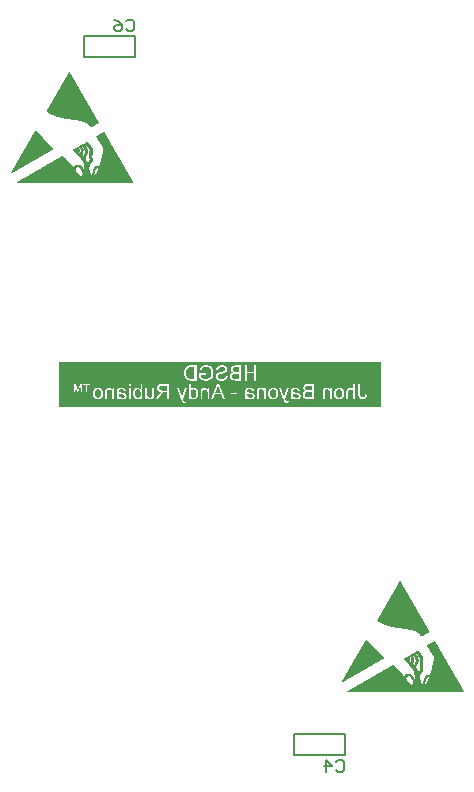
<source format=gbo>
G04*
G04 #@! TF.GenerationSoftware,Altium Limited,Altium Designer,23.9.2 (47)*
G04*
G04 Layer_Color=32896*
%FSLAX24Y24*%
%MOIN*%
G70*
G04*
G04 #@! TF.SameCoordinates,AAFFF98D-1960-493D-9132-569EA71A65ED*
G04*
G04*
G04 #@! TF.FilePolarity,Positive*
G04*
G01*
G75*
%ADD11C,0.0079*%
%ADD13C,0.0003*%
%ADD67C,0.0050*%
G36*
X20207Y18880D02*
Y18008D01*
X9459D01*
Y18880D01*
Y19522D01*
X20207D01*
Y18880D01*
D02*
G37*
%LPC*%
G36*
X16039Y19394D02*
X15972D01*
Y19187D01*
X15711D01*
Y19394D01*
X15644D01*
Y18889D01*
X15711D01*
Y19127D01*
X15972D01*
Y18889D01*
X16039D01*
Y19394D01*
D02*
G37*
G36*
X14371Y19402D02*
X14348D01*
X14343Y19402D01*
X14337D01*
X14323Y19400D01*
X14308Y19398D01*
X14292Y19394D01*
X14275Y19390D01*
X14258Y19384D01*
X14257D01*
X14256Y19383D01*
X14253Y19383D01*
X14251Y19381D01*
X14243Y19377D01*
X14232Y19372D01*
X14221Y19364D01*
X14210Y19356D01*
X14199Y19346D01*
X14189Y19335D01*
X14187Y19333D01*
X14184Y19329D01*
X14180Y19322D01*
X14174Y19313D01*
X14168Y19301D01*
X14162Y19286D01*
X14155Y19270D01*
X14150Y19252D01*
X14210Y19236D01*
Y19237D01*
X14211Y19238D01*
X14212Y19240D01*
X14213Y19243D01*
X14215Y19249D01*
X14218Y19258D01*
X14222Y19268D01*
X14227Y19278D01*
X14232Y19288D01*
X14239Y19297D01*
X14240Y19297D01*
X14242Y19300D01*
X14246Y19304D01*
X14251Y19309D01*
X14258Y19315D01*
X14267Y19321D01*
X14276Y19327D01*
X14287Y19332D01*
X14288Y19332D01*
X14292Y19334D01*
X14299Y19336D01*
X14307Y19339D01*
X14318Y19341D01*
X14329Y19343D01*
X14342Y19345D01*
X14356Y19346D01*
X14364D01*
X14368Y19345D01*
X14372D01*
X14383Y19344D01*
X14396Y19342D01*
X14409Y19340D01*
X14423Y19336D01*
X14436Y19331D01*
X14437Y19330D01*
X14442Y19329D01*
X14447Y19325D01*
X14455Y19321D01*
X14463Y19316D01*
X14473Y19310D01*
X14482Y19303D01*
X14490Y19294D01*
X14490Y19294D01*
X14493Y19291D01*
X14497Y19286D01*
X14501Y19280D01*
X14506Y19273D01*
X14512Y19264D01*
X14517Y19254D01*
X14522Y19244D01*
Y19243D01*
X14522Y19242D01*
X14523Y19240D01*
X14525Y19236D01*
X14526Y19232D01*
X14528Y19227D01*
X14530Y19221D01*
X14531Y19214D01*
X14535Y19199D01*
X14538Y19181D01*
X14540Y19163D01*
X14541Y19143D01*
Y19142D01*
Y19140D01*
Y19136D01*
X14540Y19132D01*
Y19126D01*
X14539Y19119D01*
X14539Y19112D01*
X14538Y19103D01*
X14535Y19085D01*
X14531Y19066D01*
X14525Y19047D01*
X14518Y19029D01*
Y19028D01*
X14517Y19027D01*
X14516Y19025D01*
X14514Y19022D01*
X14509Y19014D01*
X14501Y19004D01*
X14491Y18993D01*
X14479Y18982D01*
X14466Y18972D01*
X14450Y18962D01*
X14450D01*
X14448Y18961D01*
X14446Y18960D01*
X14442Y18958D01*
X14439Y18957D01*
X14434Y18956D01*
X14422Y18951D01*
X14407Y18947D01*
X14391Y18944D01*
X14374Y18941D01*
X14356Y18940D01*
X14348D01*
X14344Y18941D01*
X14340D01*
X14329Y18942D01*
X14315Y18944D01*
X14302Y18947D01*
X14286Y18951D01*
X14271Y18956D01*
X14270D01*
X14269Y18957D01*
X14267Y18958D01*
X14264Y18959D01*
X14256Y18963D01*
X14248Y18967D01*
X14237Y18972D01*
X14227Y18978D01*
X14216Y18985D01*
X14208Y18992D01*
Y19087D01*
X14356D01*
Y19147D01*
X14142D01*
Y18959D01*
X14143Y18958D01*
X14144Y18958D01*
X14147Y18956D01*
X14151Y18953D01*
X14155Y18950D01*
X14160Y18946D01*
X14167Y18942D01*
X14173Y18937D01*
X14189Y18928D01*
X14206Y18918D01*
X14224Y18908D01*
X14244Y18900D01*
X14245D01*
X14246Y18899D01*
X14249Y18899D01*
X14253Y18897D01*
X14258Y18896D01*
X14264Y18894D01*
X14270Y18892D01*
X14277Y18891D01*
X14293Y18887D01*
X14311Y18883D01*
X14331Y18881D01*
X14351Y18880D01*
X14358D01*
X14364Y18881D01*
X14370D01*
X14378Y18882D01*
X14387Y18883D01*
X14396Y18884D01*
X14418Y18888D01*
X14440Y18894D01*
X14463Y18902D01*
X14475Y18906D01*
X14487Y18912D01*
X14488Y18913D01*
X14490Y18913D01*
X14493Y18915D01*
X14497Y18918D01*
X14502Y18921D01*
X14507Y18925D01*
X14521Y18935D01*
X14536Y18948D01*
X14551Y18964D01*
X14566Y18982D01*
X14579Y19004D01*
Y19004D01*
X14580Y19007D01*
X14582Y19009D01*
X14584Y19015D01*
X14586Y19020D01*
X14588Y19027D01*
X14591Y19034D01*
X14594Y19043D01*
X14597Y19052D01*
X14600Y19063D01*
X14602Y19074D01*
X14604Y19086D01*
X14608Y19112D01*
X14609Y19138D01*
Y19146D01*
X14609Y19151D01*
Y19157D01*
X14608Y19165D01*
X14606Y19173D01*
X14606Y19183D01*
X14603Y19193D01*
X14602Y19204D01*
X14596Y19227D01*
X14589Y19251D01*
X14579Y19276D01*
X14578Y19276D01*
X14577Y19278D01*
X14576Y19281D01*
X14573Y19286D01*
X14570Y19292D01*
X14566Y19297D01*
X14556Y19311D01*
X14544Y19327D01*
X14528Y19343D01*
X14511Y19358D01*
X14501Y19364D01*
X14490Y19371D01*
X14490Y19372D01*
X14488Y19373D01*
X14485Y19374D01*
X14480Y19376D01*
X14474Y19378D01*
X14468Y19381D01*
X14461Y19384D01*
X14452Y19387D01*
X14442Y19390D01*
X14432Y19392D01*
X14421Y19395D01*
X14409Y19397D01*
X14384Y19401D01*
X14371Y19402D01*
D02*
G37*
G36*
X15535Y19394D02*
X15337D01*
X15332Y19393D01*
X15326D01*
X15313Y19391D01*
X15298Y19390D01*
X15283Y19387D01*
X15268Y19383D01*
X15254Y19378D01*
X15253D01*
X15252Y19378D01*
X15248Y19375D01*
X15241Y19372D01*
X15234Y19367D01*
X15225Y19360D01*
X15216Y19352D01*
X15207Y19342D01*
X15199Y19331D01*
X15198Y19329D01*
X15196Y19325D01*
X15192Y19319D01*
X15189Y19311D01*
X15185Y19300D01*
X15181Y19289D01*
X15179Y19277D01*
X15179Y19265D01*
Y19263D01*
Y19260D01*
X15179Y19253D01*
X15181Y19245D01*
X15183Y19235D01*
X15187Y19225D01*
X15191Y19215D01*
X15197Y19204D01*
X15198Y19203D01*
X15200Y19200D01*
X15204Y19194D01*
X15210Y19188D01*
X15217Y19181D01*
X15226Y19173D01*
X15237Y19165D01*
X15249Y19158D01*
X15249D01*
X15247Y19157D01*
X15245Y19157D01*
X15242Y19155D01*
X15233Y19152D01*
X15223Y19147D01*
X15212Y19141D01*
X15200Y19133D01*
X15189Y19123D01*
X15179Y19112D01*
X15178Y19110D01*
X15175Y19106D01*
X15171Y19099D01*
X15166Y19090D01*
X15162Y19079D01*
X15157Y19066D01*
X15155Y19052D01*
X15154Y19036D01*
Y19030D01*
X15155Y19023D01*
X15156Y19014D01*
X15157Y19004D01*
X15160Y18993D01*
X15164Y18981D01*
X15169Y18969D01*
X15170Y18968D01*
X15172Y18964D01*
X15175Y18959D01*
X15179Y18952D01*
X15185Y18945D01*
X15191Y18937D01*
X15198Y18929D01*
X15206Y18922D01*
X15207Y18921D01*
X15210Y18919D01*
X15215Y18916D01*
X15222Y18913D01*
X15230Y18909D01*
X15239Y18904D01*
X15249Y18901D01*
X15262Y18897D01*
X15263D01*
X15268Y18896D01*
X15275Y18895D01*
X15284Y18894D01*
X15296Y18892D01*
X15310Y18891D01*
X15325Y18890D01*
X15343Y18889D01*
X15535D01*
Y19394D01*
D02*
G37*
G36*
X14044D02*
X13850D01*
X13836Y19393D01*
X13822Y19392D01*
X13807Y19391D01*
X13793Y19389D01*
X13780Y19386D01*
X13780D01*
X13778Y19386D01*
X13776D01*
X13773Y19384D01*
X13765Y19382D01*
X13755Y19378D01*
X13743Y19373D01*
X13731Y19367D01*
X13718Y19359D01*
X13707Y19350D01*
X13706Y19349D01*
X13705Y19348D01*
X13703Y19346D01*
X13700Y19344D01*
X13693Y19337D01*
X13684Y19327D01*
X13675Y19314D01*
X13664Y19300D01*
X13655Y19283D01*
X13647Y19264D01*
Y19263D01*
X13646Y19262D01*
X13645Y19259D01*
X13644Y19254D01*
X13642Y19249D01*
X13640Y19243D01*
X13639Y19237D01*
X13637Y19229D01*
X13635Y19221D01*
X13633Y19211D01*
X13629Y19191D01*
X13627Y19168D01*
X13627Y19144D01*
Y19134D01*
X13627Y19129D01*
Y19123D01*
X13628Y19109D01*
X13630Y19093D01*
X13632Y19077D01*
X13636Y19059D01*
X13640Y19042D01*
Y19041D01*
X13641Y19039D01*
X13642Y19037D01*
X13643Y19034D01*
X13645Y19026D01*
X13650Y19016D01*
X13654Y19004D01*
X13660Y18993D01*
X13667Y18980D01*
X13675Y18969D01*
X13675Y18967D01*
X13678Y18964D01*
X13683Y18958D01*
X13689Y18952D01*
X13695Y18945D01*
X13703Y18937D01*
X13711Y18929D01*
X13721Y18923D01*
X13722Y18922D01*
X13725Y18920D01*
X13730Y18917D01*
X13737Y18913D01*
X13746Y18909D01*
X13756Y18905D01*
X13768Y18901D01*
X13781Y18897D01*
X13783D01*
X13785Y18896D01*
X13787Y18896D01*
X13794Y18895D01*
X13804Y18894D01*
X13816Y18892D01*
X13830Y18891D01*
X13845Y18890D01*
X13862Y18889D01*
X14044D01*
Y19394D01*
D02*
G37*
G36*
X14888Y19402D02*
X14879D01*
X14874Y19402D01*
X14869D01*
X14855Y19400D01*
X14840Y19398D01*
X14824Y19394D01*
X14806Y19390D01*
X14790Y19384D01*
X14789D01*
X14788Y19383D01*
X14786Y19382D01*
X14783Y19381D01*
X14775Y19377D01*
X14766Y19370D01*
X14755Y19363D01*
X14744Y19354D01*
X14734Y19343D01*
X14724Y19330D01*
Y19329D01*
X14724Y19329D01*
X14722Y19327D01*
X14721Y19324D01*
X14717Y19317D01*
X14713Y19308D01*
X14708Y19296D01*
X14704Y19282D01*
X14700Y19268D01*
X14699Y19251D01*
X14763Y19246D01*
Y19247D01*
Y19249D01*
X14764Y19251D01*
X14765Y19254D01*
X14767Y19262D01*
X14770Y19273D01*
X14774Y19285D01*
X14781Y19297D01*
X14789Y19308D01*
X14799Y19318D01*
X14800Y19319D01*
X14804Y19321D01*
X14811Y19326D01*
X14821Y19330D01*
X14833Y19335D01*
X14848Y19339D01*
X14866Y19342D01*
X14886Y19343D01*
X14896D01*
X14901Y19342D01*
X14907Y19341D01*
X14920Y19340D01*
X14934Y19337D01*
X14949Y19333D01*
X14963Y19327D01*
X14969Y19324D01*
X14974Y19320D01*
X14976Y19319D01*
X14979Y19316D01*
X14983Y19311D01*
X14988Y19305D01*
X14993Y19297D01*
X14997Y19289D01*
X15000Y19278D01*
X15001Y19267D01*
Y19265D01*
Y19262D01*
X15001Y19257D01*
X14999Y19251D01*
X14997Y19244D01*
X14993Y19237D01*
X14989Y19230D01*
X14982Y19222D01*
X14982Y19222D01*
X14978Y19219D01*
X14975Y19217D01*
X14972Y19216D01*
X14968Y19214D01*
X14963Y19211D01*
X14956Y19208D01*
X14949Y19206D01*
X14941Y19203D01*
X14931Y19199D01*
X14921Y19196D01*
X14910Y19192D01*
X14896Y19190D01*
X14882Y19186D01*
X14881D01*
X14878Y19185D01*
X14874Y19184D01*
X14869Y19183D01*
X14862Y19181D01*
X14854Y19179D01*
X14846Y19177D01*
X14837Y19175D01*
X14818Y19170D01*
X14800Y19165D01*
X14791Y19162D01*
X14783Y19159D01*
X14776Y19157D01*
X14770Y19154D01*
X14770D01*
X14768Y19153D01*
X14766Y19152D01*
X14763Y19150D01*
X14755Y19146D01*
X14746Y19140D01*
X14735Y19132D01*
X14724Y19123D01*
X14713Y19113D01*
X14705Y19102D01*
X14704Y19101D01*
X14701Y19097D01*
X14698Y19090D01*
X14694Y19082D01*
X14690Y19071D01*
X14687Y19059D01*
X14684Y19045D01*
X14684Y19031D01*
Y19024D01*
X14685Y19016D01*
X14687Y19006D01*
X14689Y18994D01*
X14693Y18982D01*
X14699Y18969D01*
X14707Y18955D01*
Y18954D01*
X14708Y18953D01*
X14711Y18949D01*
X14716Y18942D01*
X14724Y18935D01*
X14733Y18926D01*
X14745Y18917D01*
X14758Y18908D01*
X14773Y18900D01*
X14774D01*
X14775Y18899D01*
X14778Y18899D01*
X14781Y18897D01*
X14785Y18896D01*
X14790Y18894D01*
X14802Y18891D01*
X14816Y18887D01*
X14832Y18883D01*
X14851Y18881D01*
X14870Y18880D01*
X14882D01*
X14888Y18881D01*
X14894D01*
X14902Y18882D01*
X14910Y18883D01*
X14929Y18886D01*
X14947Y18888D01*
X14966Y18894D01*
X14985Y18900D01*
X14985D01*
X14987Y18901D01*
X14989Y18902D01*
X14992Y18904D01*
X15001Y18908D01*
X15011Y18915D01*
X15023Y18923D01*
X15035Y18934D01*
X15047Y18946D01*
X15058Y18960D01*
Y18961D01*
X15059Y18962D01*
X15060Y18964D01*
X15062Y18967D01*
X15063Y18971D01*
X15066Y18975D01*
X15071Y18986D01*
X15076Y19000D01*
X15080Y19015D01*
X15083Y19033D01*
X15085Y19051D01*
X15022Y19057D01*
Y19056D01*
Y19055D01*
X15021Y19053D01*
Y19050D01*
X15020Y19044D01*
X15017Y19034D01*
X15015Y19025D01*
X15012Y19014D01*
X15007Y19004D01*
X15001Y18994D01*
X15001Y18993D01*
X14999Y18990D01*
X14995Y18985D01*
X14989Y18980D01*
X14982Y18974D01*
X14974Y18967D01*
X14963Y18961D01*
X14951Y18955D01*
X14950D01*
X14950Y18954D01*
X14947Y18953D01*
X14945Y18953D01*
X14938Y18950D01*
X14929Y18947D01*
X14917Y18945D01*
X14904Y18942D01*
X14889Y18941D01*
X14873Y18940D01*
X14867D01*
X14859Y18941D01*
X14851Y18942D01*
X14840Y18943D01*
X14829Y18945D01*
X14817Y18947D01*
X14806Y18951D01*
X14805Y18952D01*
X14801Y18953D01*
X14796Y18956D01*
X14789Y18959D01*
X14783Y18964D01*
X14775Y18969D01*
X14768Y18975D01*
X14762Y18982D01*
X14762Y18983D01*
X14760Y18986D01*
X14758Y18990D01*
X14755Y18996D01*
X14752Y19001D01*
X14750Y19009D01*
X14748Y19017D01*
X14748Y19025D01*
Y19026D01*
Y19030D01*
X14748Y19034D01*
X14749Y19040D01*
X14751Y19046D01*
X14754Y19053D01*
X14757Y19060D01*
X14762Y19067D01*
X14763Y19068D01*
X14765Y19070D01*
X14768Y19073D01*
X14773Y19077D01*
X14779Y19082D01*
X14787Y19087D01*
X14797Y19092D01*
X14808Y19096D01*
X14808Y19097D01*
X14812Y19098D01*
X14818Y19100D01*
X14821Y19101D01*
X14826Y19102D01*
X14832Y19104D01*
X14838Y19106D01*
X14845Y19108D01*
X14854Y19110D01*
X14863Y19112D01*
X14873Y19115D01*
X14885Y19118D01*
X14897Y19121D01*
X14898D01*
X14900Y19122D01*
X14904Y19122D01*
X14908Y19124D01*
X14914Y19125D01*
X14921Y19127D01*
X14935Y19131D01*
X14951Y19136D01*
X14968Y19141D01*
X14982Y19147D01*
X14989Y19149D01*
X14995Y19152D01*
X14996D01*
X14996Y19153D01*
X15001Y19156D01*
X15007Y19160D01*
X15015Y19165D01*
X15023Y19172D01*
X15032Y19180D01*
X15041Y19190D01*
X15048Y19200D01*
X15049Y19201D01*
X15051Y19205D01*
X15054Y19211D01*
X15057Y19218D01*
X15060Y19227D01*
X15063Y19238D01*
X15065Y19250D01*
X15066Y19262D01*
Y19263D01*
Y19264D01*
Y19266D01*
Y19269D01*
X15064Y19276D01*
X15063Y19286D01*
X15060Y19297D01*
X15057Y19309D01*
X15052Y19321D01*
X15044Y19334D01*
Y19335D01*
X15044Y19335D01*
X15040Y19340D01*
X15035Y19346D01*
X15028Y19353D01*
X15020Y19361D01*
X15009Y19370D01*
X14996Y19378D01*
X14981Y19385D01*
X14980D01*
X14979Y19386D01*
X14977Y19386D01*
X14974Y19388D01*
X14970Y19389D01*
X14965Y19391D01*
X14954Y19394D01*
X14940Y19397D01*
X14924Y19399D01*
X14907Y19402D01*
X14888Y19402D01*
D02*
G37*
G36*
X11848Y18780D02*
X11786D01*
Y18709D01*
X11848D01*
Y18780D01*
D02*
G37*
G36*
X12241D02*
X12179D01*
Y18599D01*
X12179Y18600D01*
X12178Y18602D01*
X12176Y18604D01*
X12172Y18607D01*
X12169Y18611D01*
X12164Y18615D01*
X12158Y18620D01*
X12153Y18624D01*
X12138Y18634D01*
X12121Y18641D01*
X12112Y18645D01*
X12101Y18647D01*
X12091Y18648D01*
X12080Y18649D01*
X12074D01*
X12067Y18648D01*
X12059Y18648D01*
X12050Y18645D01*
X12039Y18643D01*
X12027Y18640D01*
X12016Y18635D01*
X12015Y18634D01*
X12011Y18633D01*
X12005Y18629D01*
X11999Y18625D01*
X11991Y18620D01*
X11983Y18613D01*
X11974Y18605D01*
X11967Y18597D01*
X11966Y18596D01*
X11964Y18592D01*
X11960Y18587D01*
X11956Y18581D01*
X11951Y18572D01*
X11945Y18562D01*
X11940Y18550D01*
X11936Y18537D01*
Y18537D01*
X11935Y18536D01*
X11935Y18534D01*
X11934Y18532D01*
X11932Y18524D01*
X11930Y18515D01*
X11928Y18504D01*
X11926Y18492D01*
X11925Y18478D01*
X11924Y18463D01*
Y18454D01*
X11925Y18448D01*
X11926Y18440D01*
X11927Y18431D01*
X11928Y18421D01*
X11930Y18410D01*
X11936Y18387D01*
X11940Y18374D01*
X11944Y18363D01*
X11949Y18350D01*
X11956Y18339D01*
X11963Y18328D01*
X11971Y18318D01*
X11972Y18317D01*
X11973Y18316D01*
X11975Y18314D01*
X11979Y18310D01*
X11984Y18306D01*
X11989Y18302D01*
X11995Y18298D01*
X12002Y18293D01*
X12010Y18288D01*
X12018Y18283D01*
X12038Y18275D01*
X12048Y18271D01*
X12059Y18269D01*
X12071Y18268D01*
X12083Y18267D01*
X12085D01*
X12089Y18268D01*
X12093D01*
X12099Y18269D01*
X12105Y18270D01*
X12120Y18274D01*
X12128Y18277D01*
X12136Y18280D01*
X12144Y18285D01*
X12153Y18290D01*
X12161Y18296D01*
X12169Y18303D01*
X12177Y18312D01*
X12184Y18321D01*
Y18275D01*
X12241D01*
Y18780D01*
D02*
G37*
G36*
X19336D02*
X19274D01*
Y18599D01*
X19273Y18599D01*
X19272Y18601D01*
X19270Y18603D01*
X19266Y18607D01*
X19262Y18610D01*
X19257Y18615D01*
X19251Y18619D01*
X19244Y18624D01*
X19237Y18629D01*
X19229Y18633D01*
X19210Y18641D01*
X19200Y18645D01*
X19189Y18647D01*
X19177Y18648D01*
X19165Y18649D01*
X19159D01*
X19151Y18648D01*
X19141Y18647D01*
X19131Y18645D01*
X19119Y18642D01*
X19107Y18638D01*
X19096Y18633D01*
X19094Y18632D01*
X19090Y18630D01*
X19085Y18626D01*
X19079Y18621D01*
X19072Y18615D01*
X19065Y18607D01*
X19058Y18599D01*
X19052Y18589D01*
X19052Y18587D01*
X19050Y18583D01*
X19048Y18577D01*
X19046Y18567D01*
X19044Y18556D01*
X19042Y18542D01*
X19040Y18525D01*
X19039Y18506D01*
Y18275D01*
X19101D01*
Y18507D01*
Y18508D01*
Y18509D01*
Y18511D01*
Y18514D01*
X19102Y18522D01*
X19104Y18532D01*
X19106Y18543D01*
X19110Y18554D01*
X19115Y18565D01*
X19122Y18574D01*
X19122Y18575D01*
X19125Y18578D01*
X19130Y18581D01*
X19136Y18585D01*
X19144Y18589D01*
X19154Y18592D01*
X19165Y18595D01*
X19179Y18596D01*
X19183D01*
X19188Y18595D01*
X19195Y18594D01*
X19203Y18592D01*
X19211Y18590D01*
X19220Y18586D01*
X19230Y18581D01*
X19230Y18581D01*
X19233Y18578D01*
X19238Y18575D01*
X19243Y18571D01*
X19249Y18565D01*
X19254Y18559D01*
X19260Y18551D01*
X19264Y18542D01*
X19265Y18540D01*
X19265Y18537D01*
X19267Y18532D01*
X19269Y18524D01*
X19271Y18515D01*
X19273Y18503D01*
X19273Y18490D01*
X19274Y18475D01*
Y18275D01*
X19336D01*
Y18780D01*
D02*
G37*
G36*
X10222D02*
X10154D01*
X10084Y18555D01*
X10015Y18780D01*
X9947D01*
Y18499D01*
X9990D01*
Y18734D01*
X10062Y18499D01*
X10105D01*
X10179Y18738D01*
Y18499D01*
X10222D01*
Y18780D01*
D02*
G37*
G36*
X17339Y18649D02*
X17331D01*
X17323Y18648D01*
X17312Y18648D01*
X17299Y18646D01*
X17287Y18644D01*
X17274Y18641D01*
X17263Y18637D01*
X17261Y18637D01*
X17258Y18635D01*
X17253Y18633D01*
X17246Y18630D01*
X17239Y18626D01*
X17231Y18621D01*
X17225Y18615D01*
X17219Y18610D01*
X17218Y18609D01*
X17217Y18607D01*
X17215Y18603D01*
X17212Y18599D01*
X17208Y18592D01*
X17205Y18586D01*
X17202Y18578D01*
X17200Y18568D01*
Y18567D01*
X17199Y18565D01*
X17199Y18561D01*
X17198Y18555D01*
Y18547D01*
X17197Y18537D01*
X17196Y18525D01*
Y18511D01*
Y18428D01*
Y18427D01*
Y18425D01*
Y18420D01*
Y18414D01*
Y18408D01*
Y18400D01*
X17196Y18382D01*
Y18364D01*
X17195Y18346D01*
X17194Y18338D01*
Y18330D01*
X17194Y18324D01*
X17193Y18319D01*
Y18318D01*
X17192Y18315D01*
X17191Y18311D01*
X17189Y18305D01*
X17188Y18298D01*
X17185Y18291D01*
X17181Y18283D01*
X17178Y18275D01*
X17242D01*
X17243Y18276D01*
X17244Y18279D01*
X17245Y18282D01*
X17247Y18288D01*
X17250Y18295D01*
X17251Y18303D01*
X17253Y18312D01*
X17254Y18321D01*
X17255D01*
X17256Y18320D01*
X17260Y18316D01*
X17266Y18311D01*
X17275Y18304D01*
X17286Y18298D01*
X17297Y18290D01*
X17309Y18284D01*
X17321Y18279D01*
X17323Y18278D01*
X17327Y18277D01*
X17334Y18275D01*
X17342Y18273D01*
X17352Y18271D01*
X17363Y18269D01*
X17377Y18268D01*
X17390Y18267D01*
X17395D01*
X17400Y18268D01*
X17405D01*
X17411Y18269D01*
X17424Y18271D01*
X17438Y18274D01*
X17455Y18279D01*
X17469Y18287D01*
X17482Y18296D01*
X17484Y18298D01*
X17487Y18301D01*
X17492Y18308D01*
X17498Y18317D01*
X17504Y18328D01*
X17509Y18340D01*
X17513Y18355D01*
X17514Y18363D01*
X17514Y18371D01*
Y18376D01*
X17514Y18381D01*
X17513Y18387D01*
X17511Y18395D01*
X17509Y18403D01*
X17506Y18412D01*
X17503Y18420D01*
X17502Y18421D01*
X17500Y18424D01*
X17498Y18428D01*
X17494Y18433D01*
X17490Y18439D01*
X17484Y18445D01*
X17478Y18451D01*
X17471Y18456D01*
X17470Y18457D01*
X17467Y18458D01*
X17463Y18461D01*
X17457Y18464D01*
X17451Y18467D01*
X17443Y18470D01*
X17435Y18473D01*
X17425Y18476D01*
X17425D01*
X17422Y18477D01*
X17417Y18478D01*
X17412Y18479D01*
X17404Y18481D01*
X17395Y18482D01*
X17384Y18484D01*
X17371Y18486D01*
X17370D01*
X17367Y18486D01*
X17363D01*
X17358Y18487D01*
X17352Y18488D01*
X17345Y18489D01*
X17337Y18490D01*
X17328Y18492D01*
X17311Y18495D01*
X17292Y18499D01*
X17275Y18503D01*
X17267Y18505D01*
X17260Y18508D01*
Y18508D01*
Y18510D01*
X17259Y18514D01*
Y18519D01*
Y18522D01*
Y18524D01*
Y18524D01*
Y18525D01*
Y18529D01*
X17260Y18537D01*
X17261Y18545D01*
X17264Y18554D01*
X17267Y18562D01*
X17272Y18570D01*
X17277Y18577D01*
X17278Y18578D01*
X17282Y18581D01*
X17288Y18583D01*
X17295Y18588D01*
X17305Y18591D01*
X17317Y18595D01*
X17331Y18597D01*
X17348Y18598D01*
X17355D01*
X17363Y18597D01*
X17373Y18596D01*
X17383Y18594D01*
X17394Y18591D01*
X17404Y18588D01*
X17413Y18583D01*
X17414Y18582D01*
X17417Y18580D01*
X17420Y18576D01*
X17425Y18570D01*
X17429Y18563D01*
X17434Y18554D01*
X17438Y18542D01*
X17443Y18529D01*
X17503Y18537D01*
Y18537D01*
X17503Y18538D01*
Y18540D01*
X17502Y18543D01*
X17500Y18550D01*
X17497Y18559D01*
X17493Y18569D01*
X17489Y18579D01*
X17483Y18589D01*
X17476Y18599D01*
X17476Y18599D01*
X17473Y18602D01*
X17468Y18607D01*
X17463Y18613D01*
X17455Y18618D01*
X17445Y18624D01*
X17434Y18631D01*
X17422Y18636D01*
X17421D01*
X17420Y18637D01*
X17418Y18637D01*
X17415Y18638D01*
X17408Y18640D01*
X17398Y18642D01*
X17386Y18645D01*
X17371Y18647D01*
X17356Y18648D01*
X17339Y18649D01*
D02*
G37*
G36*
X15809D02*
X15801D01*
X15793Y18648D01*
X15782Y18648D01*
X15770Y18646D01*
X15757Y18644D01*
X15745Y18641D01*
X15733Y18637D01*
X15732Y18637D01*
X15728Y18635D01*
X15723Y18633D01*
X15717Y18630D01*
X15709Y18626D01*
X15702Y18621D01*
X15695Y18615D01*
X15690Y18610D01*
X15689Y18609D01*
X15687Y18607D01*
X15685Y18603D01*
X15682Y18599D01*
X15679Y18592D01*
X15676Y18586D01*
X15673Y18578D01*
X15671Y18568D01*
Y18567D01*
X15670Y18565D01*
X15669Y18561D01*
X15668Y18555D01*
Y18547D01*
X15668Y18537D01*
X15667Y18525D01*
Y18511D01*
Y18428D01*
Y18427D01*
Y18425D01*
Y18420D01*
Y18414D01*
Y18408D01*
Y18400D01*
X15666Y18382D01*
Y18364D01*
X15666Y18346D01*
X15665Y18338D01*
Y18330D01*
X15664Y18324D01*
X15663Y18319D01*
Y18318D01*
X15663Y18315D01*
X15662Y18311D01*
X15660Y18305D01*
X15658Y18298D01*
X15655Y18291D01*
X15652Y18283D01*
X15648Y18275D01*
X15713D01*
X15714Y18276D01*
X15714Y18279D01*
X15716Y18282D01*
X15718Y18288D01*
X15720Y18295D01*
X15722Y18303D01*
X15723Y18312D01*
X15725Y18321D01*
X15725D01*
X15726Y18320D01*
X15730Y18316D01*
X15737Y18311D01*
X15746Y18304D01*
X15757Y18298D01*
X15768Y18290D01*
X15779Y18284D01*
X15792Y18279D01*
X15793Y18278D01*
X15798Y18277D01*
X15804Y18275D01*
X15812Y18273D01*
X15822Y18271D01*
X15834Y18269D01*
X15847Y18268D01*
X15860Y18267D01*
X15866D01*
X15870Y18268D01*
X15876D01*
X15881Y18269D01*
X15894Y18271D01*
X15909Y18274D01*
X15925Y18279D01*
X15940Y18287D01*
X15953Y18296D01*
X15954Y18298D01*
X15958Y18301D01*
X15963Y18308D01*
X15969Y18317D01*
X15975Y18328D01*
X15980Y18340D01*
X15983Y18355D01*
X15984Y18363D01*
X15985Y18371D01*
Y18376D01*
X15984Y18381D01*
X15983Y18387D01*
X15982Y18395D01*
X15980Y18403D01*
X15977Y18412D01*
X15973Y18420D01*
X15972Y18421D01*
X15971Y18424D01*
X15968Y18428D01*
X15964Y18433D01*
X15960Y18439D01*
X15954Y18445D01*
X15948Y18451D01*
X15941Y18456D01*
X15940Y18457D01*
X15937Y18458D01*
X15934Y18461D01*
X15928Y18464D01*
X15921Y18467D01*
X15913Y18470D01*
X15905Y18473D01*
X15896Y18476D01*
X15895D01*
X15892Y18477D01*
X15888Y18478D01*
X15882Y18479D01*
X15875Y18481D01*
X15865Y18482D01*
X15854Y18484D01*
X15841Y18486D01*
X15841D01*
X15838Y18486D01*
X15834D01*
X15829Y18487D01*
X15823Y18488D01*
X15816Y18489D01*
X15808Y18490D01*
X15799Y18492D01*
X15781Y18495D01*
X15763Y18499D01*
X15746Y18503D01*
X15738Y18505D01*
X15730Y18508D01*
Y18508D01*
Y18510D01*
X15730Y18514D01*
Y18519D01*
Y18522D01*
Y18524D01*
Y18524D01*
Y18525D01*
Y18529D01*
X15730Y18537D01*
X15732Y18545D01*
X15734Y18554D01*
X15738Y18562D01*
X15742Y18570D01*
X15748Y18577D01*
X15749Y18578D01*
X15752Y18581D01*
X15758Y18583D01*
X15765Y18588D01*
X15776Y18591D01*
X15787Y18595D01*
X15802Y18597D01*
X15819Y18598D01*
X15826D01*
X15833Y18597D01*
X15843Y18596D01*
X15854Y18594D01*
X15865Y18591D01*
X15875Y18588D01*
X15884Y18583D01*
X15884Y18582D01*
X15887Y18580D01*
X15891Y18576D01*
X15895Y18570D01*
X15900Y18563D01*
X15905Y18554D01*
X15909Y18542D01*
X15913Y18529D01*
X15974Y18537D01*
Y18537D01*
X15973Y18538D01*
Y18540D01*
X15972Y18543D01*
X15970Y18550D01*
X15967Y18559D01*
X15964Y18569D01*
X15959Y18579D01*
X15954Y18589D01*
X15947Y18599D01*
X15946Y18599D01*
X15943Y18602D01*
X15939Y18607D01*
X15933Y18613D01*
X15925Y18618D01*
X15916Y18624D01*
X15905Y18631D01*
X15892Y18636D01*
X15892D01*
X15891Y18637D01*
X15889Y18637D01*
X15886Y18638D01*
X15878Y18640D01*
X15868Y18642D01*
X15857Y18645D01*
X15842Y18647D01*
X15827Y18648D01*
X15809Y18649D01*
D02*
G37*
G36*
X11537D02*
X11528D01*
X11520Y18648D01*
X11510Y18648D01*
X11497Y18646D01*
X11485Y18644D01*
X11472Y18641D01*
X11461Y18637D01*
X11459Y18637D01*
X11456Y18635D01*
X11450Y18633D01*
X11444Y18630D01*
X11437Y18626D01*
X11429Y18621D01*
X11423Y18615D01*
X11417Y18610D01*
X11416Y18609D01*
X11415Y18607D01*
X11413Y18603D01*
X11410Y18599D01*
X11406Y18592D01*
X11403Y18586D01*
X11400Y18578D01*
X11398Y18568D01*
Y18567D01*
X11397Y18565D01*
X11397Y18561D01*
X11396Y18555D01*
Y18547D01*
X11395Y18537D01*
X11394Y18525D01*
Y18511D01*
Y18428D01*
Y18427D01*
Y18425D01*
Y18420D01*
Y18414D01*
Y18408D01*
Y18400D01*
X11394Y18382D01*
Y18364D01*
X11393Y18346D01*
X11392Y18338D01*
Y18330D01*
X11391Y18324D01*
X11391Y18319D01*
Y18318D01*
X11390Y18315D01*
X11389Y18311D01*
X11387Y18305D01*
X11386Y18298D01*
X11383Y18291D01*
X11379Y18283D01*
X11375Y18275D01*
X11440D01*
X11441Y18276D01*
X11442Y18279D01*
X11443Y18282D01*
X11445Y18288D01*
X11448Y18295D01*
X11449Y18303D01*
X11450Y18312D01*
X11452Y18321D01*
X11453D01*
X11453Y18320D01*
X11458Y18316D01*
X11464Y18311D01*
X11473Y18304D01*
X11484Y18298D01*
X11495Y18290D01*
X11507Y18284D01*
X11519Y18279D01*
X11520Y18278D01*
X11525Y18277D01*
X11531Y18275D01*
X11539Y18273D01*
X11550Y18271D01*
X11561Y18269D01*
X11574Y18268D01*
X11588Y18267D01*
X11593D01*
X11598Y18268D01*
X11603D01*
X11609Y18269D01*
X11622Y18271D01*
X11636Y18274D01*
X11652Y18279D01*
X11667Y18287D01*
X11680Y18296D01*
X11682Y18298D01*
X11685Y18301D01*
X11690Y18308D01*
X11696Y18317D01*
X11702Y18328D01*
X11707Y18340D01*
X11711Y18355D01*
X11711Y18363D01*
X11712Y18371D01*
Y18376D01*
X11711Y18381D01*
X11711Y18387D01*
X11709Y18395D01*
X11707Y18403D01*
X11704Y18412D01*
X11701Y18420D01*
X11700Y18421D01*
X11698Y18424D01*
X11695Y18428D01*
X11692Y18433D01*
X11687Y18439D01*
X11682Y18445D01*
X11676Y18451D01*
X11668Y18456D01*
X11668Y18457D01*
X11665Y18458D01*
X11661Y18461D01*
X11655Y18464D01*
X11649Y18467D01*
X11641Y18470D01*
X11633Y18473D01*
X11623Y18476D01*
X11623D01*
X11620Y18477D01*
X11615Y18478D01*
X11609Y18479D01*
X11602Y18481D01*
X11593Y18482D01*
X11582Y18484D01*
X11569Y18486D01*
X11568D01*
X11565Y18486D01*
X11561D01*
X11556Y18487D01*
X11550Y18488D01*
X11543Y18489D01*
X11535Y18490D01*
X11526Y18492D01*
X11509Y18495D01*
X11490Y18499D01*
X11473Y18503D01*
X11465Y18505D01*
X11458Y18508D01*
Y18508D01*
Y18510D01*
X11457Y18514D01*
Y18519D01*
Y18522D01*
Y18524D01*
Y18524D01*
Y18525D01*
Y18529D01*
X11458Y18537D01*
X11459Y18545D01*
X11461Y18554D01*
X11465Y18562D01*
X11469Y18570D01*
X11475Y18577D01*
X11476Y18578D01*
X11480Y18581D01*
X11485Y18583D01*
X11493Y18588D01*
X11503Y18591D01*
X11515Y18595D01*
X11529Y18597D01*
X11546Y18598D01*
X11553D01*
X11561Y18597D01*
X11571Y18596D01*
X11581Y18594D01*
X11592Y18591D01*
X11602Y18588D01*
X11611Y18583D01*
X11612Y18582D01*
X11615Y18580D01*
X11618Y18576D01*
X11623Y18570D01*
X11627Y18563D01*
X11632Y18554D01*
X11636Y18542D01*
X11641Y18529D01*
X11701Y18537D01*
Y18537D01*
X11701Y18538D01*
Y18540D01*
X11700Y18543D01*
X11698Y18550D01*
X11695Y18559D01*
X11691Y18569D01*
X11687Y18579D01*
X11681Y18589D01*
X11674Y18599D01*
X11674Y18599D01*
X11671Y18602D01*
X11666Y18607D01*
X11660Y18613D01*
X11652Y18618D01*
X11643Y18624D01*
X11632Y18631D01*
X11620Y18636D01*
X11619D01*
X11618Y18637D01*
X11616Y18637D01*
X11613Y18638D01*
X11606Y18640D01*
X11596Y18642D01*
X11584Y18645D01*
X11569Y18647D01*
X11554Y18648D01*
X11537Y18649D01*
D02*
G37*
G36*
X10484Y18780D02*
X10253D01*
Y18738D01*
X10346D01*
Y18499D01*
X10393D01*
Y18738D01*
X10484D01*
Y18780D01*
D02*
G37*
G36*
X15400Y18489D02*
X15208D01*
Y18427D01*
X15400D01*
Y18489D01*
D02*
G37*
G36*
X17137Y18641D02*
X17071D01*
X16995Y18429D01*
Y18428D01*
X16994Y18427D01*
X16993Y18425D01*
X16992Y18422D01*
X16991Y18418D01*
X16989Y18414D01*
X16986Y18403D01*
X16981Y18391D01*
X16977Y18376D01*
X16973Y18361D01*
X16968Y18344D01*
Y18345D01*
X16968Y18347D01*
X16967Y18349D01*
X16966Y18352D01*
X16965Y18355D01*
X16964Y18360D01*
X16961Y18371D01*
X16957Y18383D01*
X16952Y18398D01*
X16948Y18412D01*
X16942Y18427D01*
X16863Y18641D01*
X16801D01*
X16941Y18269D01*
Y18269D01*
X16941Y18266D01*
X16943Y18263D01*
X16944Y18260D01*
X16946Y18255D01*
X16949Y18249D01*
X16954Y18236D01*
X16959Y18223D01*
X16965Y18209D01*
X16970Y18196D01*
X16973Y18191D01*
X16976Y18186D01*
X16976Y18185D01*
X16978Y18181D01*
X16982Y18176D01*
X16987Y18169D01*
X16992Y18162D01*
X16999Y18155D01*
X17005Y18147D01*
X17013Y18142D01*
X17014Y18141D01*
X17017Y18139D01*
X17021Y18137D01*
X17028Y18134D01*
X17035Y18131D01*
X17044Y18129D01*
X17054Y18128D01*
X17065Y18127D01*
X17067D01*
X17071Y18128D01*
X17076D01*
X17082Y18129D01*
X17089Y18131D01*
X17096Y18132D01*
X17104Y18135D01*
X17110Y18193D01*
X17110D01*
X17107Y18192D01*
X17103Y18191D01*
X17099Y18190D01*
X17087Y18188D01*
X17075Y18187D01*
X17072D01*
X17068Y18188D01*
X17064D01*
X17053Y18190D01*
X17048Y18192D01*
X17043Y18194D01*
X17042D01*
X17040Y18196D01*
X17038Y18197D01*
X17035Y18199D01*
X17029Y18205D01*
X17023Y18213D01*
Y18214D01*
X17021Y18215D01*
X17020Y18218D01*
X17019Y18223D01*
X17016Y18228D01*
X17013Y18237D01*
X17008Y18247D01*
X17004Y18260D01*
Y18260D01*
X17003Y18263D01*
X17001Y18269D01*
X16998Y18275D01*
X17137Y18641D01*
D02*
G37*
G36*
X13726D02*
X13660D01*
X13584Y18429D01*
Y18428D01*
X13583Y18427D01*
X13582Y18425D01*
X13581Y18422D01*
X13580Y18418D01*
X13578Y18414D01*
X13575Y18403D01*
X13570Y18391D01*
X13566Y18376D01*
X13562Y18361D01*
X13557Y18344D01*
Y18345D01*
X13557Y18347D01*
X13556Y18349D01*
X13555Y18352D01*
X13554Y18355D01*
X13553Y18360D01*
X13550Y18371D01*
X13546Y18383D01*
X13541Y18398D01*
X13537Y18412D01*
X13531Y18427D01*
X13452Y18641D01*
X13390D01*
X13530Y18269D01*
Y18269D01*
X13530Y18266D01*
X13532Y18263D01*
X13533Y18260D01*
X13535Y18255D01*
X13538Y18249D01*
X13543Y18236D01*
X13548Y18223D01*
X13554Y18209D01*
X13559Y18196D01*
X13562Y18191D01*
X13565Y18186D01*
X13565Y18185D01*
X13568Y18181D01*
X13571Y18176D01*
X13576Y18169D01*
X13581Y18162D01*
X13588Y18155D01*
X13594Y18147D01*
X13602Y18142D01*
X13603Y18141D01*
X13606Y18139D01*
X13611Y18137D01*
X13617Y18134D01*
X13624Y18131D01*
X13633Y18129D01*
X13643Y18128D01*
X13654Y18127D01*
X13656D01*
X13660Y18128D01*
X13665D01*
X13671Y18129D01*
X13678Y18131D01*
X13685Y18132D01*
X13693Y18135D01*
X13699Y18193D01*
X13699D01*
X13696Y18192D01*
X13692Y18191D01*
X13688Y18190D01*
X13676Y18188D01*
X13664Y18187D01*
X13661D01*
X13657Y18188D01*
X13653D01*
X13642Y18190D01*
X13637Y18192D01*
X13632Y18194D01*
X13631D01*
X13629Y18196D01*
X13627Y18197D01*
X13624Y18199D01*
X13618Y18205D01*
X13612Y18213D01*
Y18214D01*
X13611Y18215D01*
X13609Y18218D01*
X13608Y18223D01*
X13605Y18228D01*
X13602Y18237D01*
X13597Y18247D01*
X13593Y18260D01*
Y18260D01*
X13592Y18263D01*
X13590Y18269D01*
X13587Y18275D01*
X13726Y18641D01*
D02*
G37*
G36*
X12634D02*
X12572D01*
Y18438D01*
Y18437D01*
Y18435D01*
Y18433D01*
Y18430D01*
Y18422D01*
X12571Y18411D01*
Y18400D01*
X12570Y18390D01*
X12570Y18380D01*
X12568Y18372D01*
Y18371D01*
X12567Y18368D01*
X12565Y18364D01*
X12563Y18358D01*
X12559Y18352D01*
X12555Y18346D01*
X12550Y18340D01*
X12543Y18334D01*
X12543Y18333D01*
X12540Y18332D01*
X12536Y18330D01*
X12530Y18328D01*
X12524Y18325D01*
X12516Y18322D01*
X12507Y18321D01*
X12497Y18320D01*
X12491D01*
X12486Y18321D01*
X12480Y18322D01*
X12472Y18324D01*
X12463Y18326D01*
X12454Y18330D01*
X12444Y18334D01*
X12443Y18335D01*
X12440Y18337D01*
X12435Y18340D01*
X12430Y18344D01*
X12424Y18350D01*
X12419Y18357D01*
X12413Y18364D01*
X12409Y18373D01*
X12408Y18374D01*
X12408Y18377D01*
X12406Y18383D01*
X12404Y18391D01*
X12402Y18401D01*
X12400Y18414D01*
X12400Y18428D01*
X12399Y18445D01*
Y18641D01*
X12337D01*
Y18275D01*
X12392D01*
Y18328D01*
X12393Y18328D01*
X12395Y18325D01*
X12397Y18322D01*
X12400Y18319D01*
X12405Y18314D01*
X12410Y18309D01*
X12416Y18303D01*
X12423Y18298D01*
X12431Y18292D01*
X12440Y18287D01*
X12449Y18282D01*
X12459Y18277D01*
X12471Y18273D01*
X12483Y18270D01*
X12496Y18268D01*
X12509Y18267D01*
X12514D01*
X12521Y18268D01*
X12529Y18269D01*
X12538Y18270D01*
X12548Y18272D01*
X12559Y18275D01*
X12570Y18279D01*
X12571Y18280D01*
X12574Y18282D01*
X12579Y18285D01*
X12585Y18288D01*
X12592Y18293D01*
X12599Y18298D01*
X12605Y18303D01*
X12611Y18310D01*
X12612Y18311D01*
X12613Y18314D01*
X12615Y18317D01*
X12618Y18323D01*
X12622Y18330D01*
X12625Y18338D01*
X12628Y18347D01*
X12630Y18356D01*
Y18357D01*
X12631Y18360D01*
X12631Y18364D01*
Y18370D01*
X12632Y18379D01*
X12633Y18388D01*
X12634Y18400D01*
Y18641D01*
D02*
G37*
G36*
X18380Y18649D02*
X18375D01*
X18369Y18648D01*
X18361Y18648D01*
X18351Y18646D01*
X18341Y18644D01*
X18330Y18641D01*
X18320Y18637D01*
X18318Y18636D01*
X18315Y18634D01*
X18310Y18632D01*
X18305Y18629D01*
X18297Y18624D01*
X18291Y18618D01*
X18284Y18613D01*
X18278Y18605D01*
X18278Y18605D01*
X18276Y18602D01*
X18274Y18598D01*
X18270Y18593D01*
X18267Y18586D01*
X18264Y18578D01*
X18261Y18570D01*
X18259Y18560D01*
Y18559D01*
X18258Y18556D01*
X18257Y18552D01*
X18256Y18546D01*
Y18537D01*
X18256Y18527D01*
X18255Y18515D01*
Y18275D01*
X18317D01*
Y18497D01*
Y18497D01*
Y18498D01*
Y18503D01*
Y18510D01*
X18318Y18518D01*
X18318Y18527D01*
X18320Y18537D01*
X18322Y18546D01*
X18324Y18554D01*
Y18554D01*
X18326Y18556D01*
X18328Y18560D01*
X18330Y18564D01*
X18334Y18569D01*
X18338Y18574D01*
X18344Y18579D01*
X18350Y18583D01*
X18351Y18584D01*
X18353Y18586D01*
X18358Y18587D01*
X18363Y18589D01*
X18369Y18591D01*
X18376Y18594D01*
X18385Y18594D01*
X18393Y18595D01*
X18397D01*
X18400Y18594D01*
X18407Y18594D01*
X18417Y18592D01*
X18427Y18589D01*
X18439Y18584D01*
X18450Y18578D01*
X18461Y18570D01*
X18463Y18568D01*
X18466Y18564D01*
X18468Y18562D01*
X18470Y18558D01*
X18473Y18554D01*
X18475Y18548D01*
X18478Y18543D01*
X18481Y18535D01*
X18483Y18527D01*
X18485Y18519D01*
X18487Y18509D01*
X18488Y18499D01*
X18490Y18486D01*
Y18474D01*
Y18275D01*
X18552D01*
Y18641D01*
X18496D01*
Y18589D01*
X18496Y18589D01*
X18494Y18591D01*
X18492Y18594D01*
X18489Y18598D01*
X18485Y18602D01*
X18479Y18607D01*
X18474Y18613D01*
X18466Y18619D01*
X18459Y18624D01*
X18450Y18630D01*
X18441Y18635D01*
X18431Y18640D01*
X18419Y18643D01*
X18407Y18646D01*
X18394Y18648D01*
X18380Y18649D01*
D02*
G37*
G36*
X17958Y18780D02*
X17760D01*
X17755Y18779D01*
X17749D01*
X17736Y18777D01*
X17721Y18776D01*
X17706Y18773D01*
X17691Y18769D01*
X17677Y18764D01*
X17676D01*
X17675Y18763D01*
X17671Y18761D01*
X17664Y18758D01*
X17657Y18753D01*
X17648Y18746D01*
X17639Y18738D01*
X17630Y18728D01*
X17622Y18717D01*
X17621Y18715D01*
X17619Y18711D01*
X17616Y18705D01*
X17612Y18696D01*
X17608Y18686D01*
X17605Y18675D01*
X17603Y18663D01*
X17602Y18650D01*
Y18649D01*
Y18645D01*
X17603Y18639D01*
X17604Y18631D01*
X17606Y18621D01*
X17610Y18611D01*
X17614Y18601D01*
X17620Y18590D01*
X17621Y18589D01*
X17623Y18586D01*
X17627Y18580D01*
X17633Y18574D01*
X17640Y18567D01*
X17649Y18559D01*
X17660Y18551D01*
X17672Y18544D01*
X17672D01*
X17670Y18543D01*
X17668Y18543D01*
X17665Y18541D01*
X17656Y18538D01*
X17646Y18533D01*
X17635Y18527D01*
X17623Y18519D01*
X17612Y18509D01*
X17602Y18497D01*
X17601Y18496D01*
X17598Y18492D01*
X17594Y18485D01*
X17589Y18476D01*
X17585Y18465D01*
X17581Y18452D01*
X17578Y18438D01*
X17577Y18422D01*
Y18416D01*
X17578Y18408D01*
X17579Y18400D01*
X17581Y18390D01*
X17584Y18379D01*
X17587Y18367D01*
X17592Y18355D01*
X17593Y18354D01*
X17595Y18350D01*
X17598Y18345D01*
X17603Y18338D01*
X17608Y18330D01*
X17614Y18322D01*
X17621Y18314D01*
X17629Y18308D01*
X17630Y18307D01*
X17633Y18305D01*
X17638Y18302D01*
X17645Y18299D01*
X17653Y18295D01*
X17662Y18290D01*
X17672Y18287D01*
X17685Y18283D01*
X17686D01*
X17691Y18282D01*
X17698Y18281D01*
X17707Y18279D01*
X17719Y18278D01*
X17733Y18277D01*
X17748Y18276D01*
X17766Y18275D01*
X17958D01*
Y18780D01*
D02*
G37*
G36*
X16185Y18649D02*
X16179D01*
X16173Y18648D01*
X16165Y18648D01*
X16155Y18646D01*
X16145Y18644D01*
X16134Y18641D01*
X16124Y18637D01*
X16123Y18636D01*
X16120Y18634D01*
X16115Y18632D01*
X16109Y18629D01*
X16101Y18624D01*
X16095Y18618D01*
X16088Y18613D01*
X16083Y18605D01*
X16082Y18605D01*
X16080Y18602D01*
X16078Y18598D01*
X16075Y18593D01*
X16072Y18586D01*
X16069Y18578D01*
X16065Y18570D01*
X16063Y18560D01*
Y18559D01*
X16062Y18556D01*
X16061Y18552D01*
X16061Y18546D01*
Y18537D01*
X16060Y18527D01*
X16059Y18515D01*
Y18275D01*
X16121D01*
Y18497D01*
Y18497D01*
Y18498D01*
Y18503D01*
Y18510D01*
X16122Y18518D01*
X16123Y18527D01*
X16124Y18537D01*
X16126Y18546D01*
X16128Y18554D01*
Y18554D01*
X16130Y18556D01*
X16132Y18560D01*
X16134Y18564D01*
X16138Y18569D01*
X16142Y18574D01*
X16148Y18579D01*
X16155Y18583D01*
X16155Y18584D01*
X16158Y18586D01*
X16162Y18587D01*
X16167Y18589D01*
X16173Y18591D01*
X16180Y18594D01*
X16189Y18594D01*
X16198Y18595D01*
X16201D01*
X16204Y18594D01*
X16212Y18594D01*
X16221Y18592D01*
X16231Y18589D01*
X16243Y18584D01*
X16255Y18578D01*
X16266Y18570D01*
X16267Y18568D01*
X16270Y18564D01*
X16272Y18562D01*
X16274Y18558D01*
X16277Y18554D01*
X16279Y18548D01*
X16282Y18543D01*
X16285Y18535D01*
X16287Y18527D01*
X16290Y18519D01*
X16291Y18509D01*
X16293Y18499D01*
X16294Y18486D01*
Y18474D01*
Y18275D01*
X16356D01*
Y18641D01*
X16301D01*
Y18589D01*
X16300Y18589D01*
X16298Y18591D01*
X16296Y18594D01*
X16293Y18598D01*
X16289Y18602D01*
X16284Y18607D01*
X16278Y18613D01*
X16271Y18619D01*
X16263Y18624D01*
X16255Y18630D01*
X16245Y18635D01*
X16235Y18640D01*
X16223Y18643D01*
X16212Y18646D01*
X16198Y18648D01*
X16185Y18649D01*
D02*
G37*
G36*
X14800Y18780D02*
X14727D01*
X14520Y18275D01*
X14596D01*
X14655Y18428D01*
X14867D01*
X14921Y18275D01*
X14992D01*
X14800Y18780D01*
D02*
G37*
G36*
X14303Y18649D02*
X14297D01*
X14291Y18648D01*
X14283Y18648D01*
X14274Y18646D01*
X14264Y18644D01*
X14253Y18641D01*
X14243Y18637D01*
X14241Y18636D01*
X14238Y18634D01*
X14233Y18632D01*
X14227Y18629D01*
X14220Y18624D01*
X14213Y18618D01*
X14207Y18613D01*
X14201Y18605D01*
X14200Y18605D01*
X14199Y18602D01*
X14197Y18598D01*
X14193Y18593D01*
X14190Y18586D01*
X14187Y18578D01*
X14183Y18570D01*
X14181Y18560D01*
Y18559D01*
X14181Y18556D01*
X14180Y18552D01*
X14179Y18546D01*
Y18537D01*
X14178Y18527D01*
X14178Y18515D01*
Y18275D01*
X14240D01*
Y18497D01*
Y18497D01*
Y18498D01*
Y18503D01*
Y18510D01*
X14240Y18518D01*
X14241Y18527D01*
X14243Y18537D01*
X14245Y18546D01*
X14247Y18554D01*
Y18554D01*
X14248Y18556D01*
X14251Y18560D01*
X14253Y18564D01*
X14256Y18569D01*
X14261Y18574D01*
X14267Y18579D01*
X14273Y18583D01*
X14274Y18584D01*
X14276Y18586D01*
X14280Y18587D01*
X14286Y18589D01*
X14291Y18591D01*
X14299Y18594D01*
X14307Y18594D01*
X14316Y18595D01*
X14320D01*
X14323Y18594D01*
X14330Y18594D01*
X14340Y18592D01*
X14350Y18589D01*
X14361Y18584D01*
X14373Y18578D01*
X14384Y18570D01*
X14385Y18568D01*
X14388Y18564D01*
X14391Y18562D01*
X14393Y18558D01*
X14396Y18554D01*
X14398Y18548D01*
X14401Y18543D01*
X14404Y18535D01*
X14406Y18527D01*
X14408Y18519D01*
X14409Y18509D01*
X14411Y18499D01*
X14412Y18486D01*
Y18474D01*
Y18275D01*
X14474D01*
Y18641D01*
X14419D01*
Y18589D01*
X14418Y18589D01*
X14417Y18591D01*
X14415Y18594D01*
X14412Y18598D01*
X14407Y18602D01*
X14402Y18607D01*
X14396Y18613D01*
X14389Y18619D01*
X14382Y18624D01*
X14373Y18630D01*
X14364Y18635D01*
X14353Y18640D01*
X14342Y18643D01*
X14330Y18646D01*
X14317Y18648D01*
X14303Y18649D01*
D02*
G37*
G36*
X13132Y18780D02*
X12898D01*
X12892Y18779D01*
X12886D01*
X12871Y18778D01*
X12855Y18776D01*
X12837Y18774D01*
X12821Y18770D01*
X12813Y18768D01*
X12806Y18766D01*
X12806D01*
X12805Y18765D01*
X12801Y18763D01*
X12794Y18760D01*
X12786Y18755D01*
X12777Y18748D01*
X12768Y18739D01*
X12759Y18729D01*
X12750Y18718D01*
Y18717D01*
X12750Y18716D01*
X12747Y18712D01*
X12744Y18704D01*
X12739Y18695D01*
X12736Y18684D01*
X12732Y18671D01*
X12730Y18657D01*
X12729Y18642D01*
Y18641D01*
Y18640D01*
Y18637D01*
X12730Y18633D01*
Y18628D01*
X12731Y18623D01*
X12734Y18610D01*
X12738Y18596D01*
X12744Y18581D01*
X12752Y18565D01*
X12758Y18558D01*
X12764Y18551D01*
X12765Y18550D01*
X12766Y18549D01*
X12768Y18547D01*
X12771Y18545D01*
X12774Y18542D01*
X12779Y18539D01*
X12785Y18535D01*
X12790Y18531D01*
X12798Y18527D01*
X12806Y18524D01*
X12814Y18519D01*
X12824Y18516D01*
X12835Y18513D01*
X12846Y18509D01*
X12858Y18507D01*
X12871Y18505D01*
X12870Y18504D01*
X12867Y18503D01*
X12863Y18500D01*
X12857Y18497D01*
X12844Y18489D01*
X12837Y18484D01*
X12831Y18479D01*
X12830Y18478D01*
X12826Y18474D01*
X12820Y18468D01*
X12813Y18461D01*
X12805Y18451D01*
X12795Y18440D01*
X12786Y18427D01*
X12776Y18412D01*
X12689Y18275D01*
X12772D01*
X12838Y18380D01*
Y18381D01*
X12840Y18382D01*
X12841Y18384D01*
X12844Y18387D01*
X12849Y18395D01*
X12855Y18406D01*
X12863Y18416D01*
X12871Y18428D01*
X12879Y18439D01*
X12887Y18449D01*
X12887Y18450D01*
X12890Y18453D01*
X12893Y18457D01*
X12898Y18462D01*
X12909Y18473D01*
X12915Y18478D01*
X12921Y18483D01*
X12922Y18484D01*
X12923Y18484D01*
X12926Y18486D01*
X12930Y18488D01*
X12935Y18490D01*
X12940Y18492D01*
X12951Y18496D01*
X12952D01*
X12954Y18497D01*
X12957D01*
X12960Y18497D01*
X12965Y18498D01*
X12971D01*
X12979Y18499D01*
X13065D01*
Y18275D01*
X13132D01*
Y18780D01*
D02*
G37*
G36*
X11848Y18641D02*
X11786D01*
Y18275D01*
X11848D01*
Y18641D01*
D02*
G37*
G36*
X11128Y18649D02*
X11122D01*
X11116Y18648D01*
X11108Y18648D01*
X11098Y18646D01*
X11088Y18644D01*
X11077Y18641D01*
X11067Y18637D01*
X11066Y18636D01*
X11063Y18634D01*
X11058Y18632D01*
X11052Y18629D01*
X11044Y18624D01*
X11038Y18618D01*
X11031Y18613D01*
X11025Y18605D01*
X11025Y18605D01*
X11023Y18602D01*
X11021Y18598D01*
X11017Y18593D01*
X11015Y18586D01*
X11012Y18578D01*
X11008Y18570D01*
X11006Y18560D01*
Y18559D01*
X11005Y18556D01*
X11004Y18552D01*
X11004Y18546D01*
Y18537D01*
X11003Y18527D01*
X11002Y18515D01*
Y18275D01*
X11064D01*
Y18497D01*
Y18497D01*
Y18498D01*
Y18503D01*
Y18510D01*
X11065Y18518D01*
X11066Y18527D01*
X11067Y18537D01*
X11069Y18546D01*
X11071Y18554D01*
Y18554D01*
X11073Y18556D01*
X11075Y18560D01*
X11077Y18564D01*
X11081Y18569D01*
X11085Y18574D01*
X11091Y18579D01*
X11098Y18583D01*
X11098Y18584D01*
X11101Y18586D01*
X11105Y18587D01*
X11110Y18589D01*
X11116Y18591D01*
X11123Y18594D01*
X11132Y18594D01*
X11141Y18595D01*
X11144D01*
X11147Y18594D01*
X11155Y18594D01*
X11164Y18592D01*
X11174Y18589D01*
X11186Y18584D01*
X11198Y18578D01*
X11208Y18570D01*
X11210Y18568D01*
X11213Y18564D01*
X11215Y18562D01*
X11217Y18558D01*
X11220Y18554D01*
X11222Y18548D01*
X11225Y18543D01*
X11228Y18535D01*
X11230Y18527D01*
X11233Y18519D01*
X11234Y18509D01*
X11235Y18499D01*
X11237Y18486D01*
Y18474D01*
Y18275D01*
X11299D01*
Y18641D01*
X11243D01*
Y18589D01*
X11243Y18589D01*
X11241Y18591D01*
X11239Y18594D01*
X11236Y18598D01*
X11232Y18602D01*
X11227Y18607D01*
X11221Y18613D01*
X11214Y18619D01*
X11206Y18624D01*
X11198Y18630D01*
X11188Y18635D01*
X11178Y18640D01*
X11166Y18643D01*
X11155Y18646D01*
X11141Y18648D01*
X11128Y18649D01*
D02*
G37*
G36*
X18796D02*
X18789D01*
X18783Y18648D01*
X18777Y18648D01*
X18770Y18646D01*
X18762Y18645D01*
X18752Y18643D01*
X18732Y18637D01*
X18722Y18633D01*
X18712Y18628D01*
X18702Y18623D01*
X18692Y18615D01*
X18682Y18608D01*
X18673Y18599D01*
X18672Y18599D01*
X18671Y18597D01*
X18668Y18594D01*
X18665Y18591D01*
X18662Y18586D01*
X18657Y18579D01*
X18653Y18572D01*
X18649Y18564D01*
X18644Y18555D01*
X18640Y18544D01*
X18636Y18533D01*
X18632Y18521D01*
X18629Y18508D01*
X18627Y18494D01*
X18625Y18479D01*
X18625Y18463D01*
Y18451D01*
X18625Y18446D01*
X18626Y18438D01*
Y18431D01*
X18627Y18423D01*
X18630Y18405D01*
X18634Y18387D01*
X18639Y18368D01*
X18646Y18352D01*
Y18351D01*
X18647Y18350D01*
X18649Y18348D01*
X18650Y18345D01*
X18655Y18338D01*
X18662Y18329D01*
X18671Y18319D01*
X18681Y18309D01*
X18694Y18298D01*
X18708Y18289D01*
X18709D01*
X18710Y18288D01*
X18712Y18287D01*
X18716Y18285D01*
X18719Y18284D01*
X18724Y18282D01*
X18735Y18278D01*
X18747Y18274D01*
X18762Y18271D01*
X18778Y18268D01*
X18796Y18267D01*
X18803D01*
X18809Y18268D01*
X18816Y18269D01*
X18823Y18270D01*
X18832Y18271D01*
X18840Y18273D01*
X18860Y18279D01*
X18871Y18283D01*
X18881Y18287D01*
X18891Y18293D01*
X18902Y18300D01*
X18911Y18307D01*
X18921Y18316D01*
X18921Y18317D01*
X18923Y18318D01*
X18925Y18321D01*
X18928Y18325D01*
X18931Y18330D01*
X18935Y18336D01*
X18939Y18344D01*
X18944Y18352D01*
X18948Y18362D01*
X18953Y18373D01*
X18956Y18384D01*
X18960Y18397D01*
X18963Y18411D01*
X18965Y18425D01*
X18966Y18441D01*
X18967Y18458D01*
Y18462D01*
X18966Y18468D01*
Y18475D01*
X18966Y18483D01*
X18964Y18493D01*
X18963Y18503D01*
X18960Y18515D01*
X18957Y18527D01*
X18953Y18539D01*
X18949Y18552D01*
X18943Y18564D01*
X18937Y18576D01*
X18929Y18588D01*
X18921Y18599D01*
X18911Y18608D01*
X18910Y18609D01*
X18909Y18610D01*
X18906Y18612D01*
X18902Y18615D01*
X18898Y18618D01*
X18892Y18621D01*
X18886Y18625D01*
X18879Y18629D01*
X18871Y18632D01*
X18862Y18636D01*
X18843Y18642D01*
X18820Y18648D01*
X18808Y18648D01*
X18796Y18649D01*
D02*
G37*
G36*
X16600D02*
X16593D01*
X16588Y18648D01*
X16581Y18648D01*
X16574Y18646D01*
X16566Y18645D01*
X16556Y18643D01*
X16537Y18637D01*
X16527Y18633D01*
X16516Y18628D01*
X16506Y18623D01*
X16496Y18615D01*
X16486Y18608D01*
X16477Y18599D01*
X16476Y18599D01*
X16475Y18597D01*
X16473Y18594D01*
X16470Y18591D01*
X16466Y18586D01*
X16462Y18579D01*
X16457Y18572D01*
X16453Y18564D01*
X16449Y18555D01*
X16444Y18544D01*
X16440Y18533D01*
X16436Y18521D01*
X16433Y18508D01*
X16431Y18494D01*
X16430Y18479D01*
X16429Y18463D01*
Y18451D01*
X16430Y18446D01*
X16430Y18438D01*
Y18431D01*
X16432Y18423D01*
X16434Y18405D01*
X16438Y18387D01*
X16443Y18368D01*
X16451Y18352D01*
Y18351D01*
X16451Y18350D01*
X16453Y18348D01*
X16454Y18345D01*
X16459Y18338D01*
X16466Y18329D01*
X16475Y18319D01*
X16486Y18309D01*
X16498Y18298D01*
X16513Y18289D01*
X16513D01*
X16514Y18288D01*
X16516Y18287D01*
X16520Y18285D01*
X16524Y18284D01*
X16528Y18282D01*
X16539Y18278D01*
X16551Y18274D01*
X16567Y18271D01*
X16583Y18268D01*
X16600Y18267D01*
X16607D01*
X16613Y18268D01*
X16620Y18269D01*
X16627Y18270D01*
X16636Y18271D01*
X16645Y18273D01*
X16664Y18279D01*
X16675Y18283D01*
X16685Y18287D01*
X16696Y18293D01*
X16706Y18300D01*
X16715Y18307D01*
X16725Y18316D01*
X16726Y18317D01*
X16727Y18318D01*
X16729Y18321D01*
X16732Y18325D01*
X16736Y18330D01*
X16739Y18336D01*
X16744Y18344D01*
X16748Y18352D01*
X16753Y18362D01*
X16757Y18373D01*
X16761Y18384D01*
X16764Y18397D01*
X16767Y18411D01*
X16769Y18425D01*
X16771Y18441D01*
X16771Y18458D01*
Y18462D01*
X16771Y18468D01*
Y18475D01*
X16770Y18483D01*
X16769Y18493D01*
X16767Y18503D01*
X16764Y18515D01*
X16761Y18527D01*
X16758Y18539D01*
X16753Y18552D01*
X16747Y18564D01*
X16742Y18576D01*
X16734Y18588D01*
X16726Y18599D01*
X16715Y18608D01*
X16715Y18609D01*
X16713Y18610D01*
X16710Y18612D01*
X16707Y18615D01*
X16702Y18618D01*
X16696Y18621D01*
X16691Y18625D01*
X16683Y18629D01*
X16675Y18632D01*
X16666Y18636D01*
X16647Y18642D01*
X16624Y18648D01*
X16613Y18648D01*
X16600Y18649D01*
D02*
G37*
G36*
X13850Y18780D02*
X13788D01*
Y18275D01*
X13846D01*
Y18321D01*
X13847Y18320D01*
X13847Y18319D01*
X13850Y18316D01*
X13853Y18312D01*
X13856Y18309D01*
X13861Y18304D01*
X13866Y18299D01*
X13872Y18294D01*
X13879Y18289D01*
X13886Y18284D01*
X13895Y18279D01*
X13904Y18276D01*
X13914Y18272D01*
X13925Y18269D01*
X13936Y18268D01*
X13949Y18267D01*
X13953D01*
X13956Y18268D01*
X13965Y18269D01*
X13975Y18270D01*
X13987Y18273D01*
X14001Y18277D01*
X14015Y18283D01*
X14029Y18291D01*
X14030D01*
X14030Y18293D01*
X14035Y18295D01*
X14041Y18301D01*
X14049Y18309D01*
X14059Y18318D01*
X14068Y18330D01*
X14078Y18343D01*
X14086Y18358D01*
Y18359D01*
X14087Y18360D01*
X14087Y18363D01*
X14089Y18365D01*
X14090Y18370D01*
X14092Y18375D01*
X14094Y18380D01*
X14095Y18387D01*
X14099Y18401D01*
X14103Y18418D01*
X14105Y18437D01*
X14105Y18457D01*
Y18467D01*
X14105Y18471D01*
Y18477D01*
X14103Y18490D01*
X14101Y18505D01*
X14097Y18522D01*
X14093Y18540D01*
X14087Y18556D01*
Y18557D01*
X14087Y18559D01*
X14085Y18561D01*
X14084Y18564D01*
X14079Y18572D01*
X14073Y18582D01*
X14066Y18593D01*
X14057Y18604D01*
X14046Y18615D01*
X14033Y18625D01*
X14032D01*
X14031Y18626D01*
X14029Y18627D01*
X14026Y18629D01*
X14019Y18632D01*
X14009Y18637D01*
X13997Y18642D01*
X13983Y18645D01*
X13968Y18648D01*
X13952Y18649D01*
X13946D01*
X13940Y18648D01*
X13932Y18648D01*
X13923Y18645D01*
X13912Y18643D01*
X13902Y18640D01*
X13893Y18634D01*
X13891Y18634D01*
X13888Y18632D01*
X13884Y18629D01*
X13878Y18625D01*
X13871Y18620D01*
X13864Y18613D01*
X13857Y18607D01*
X13850Y18599D01*
Y18780D01*
D02*
G37*
G36*
X10759Y18649D02*
X10751D01*
X10746Y18648D01*
X10740Y18648D01*
X10732Y18646D01*
X10724Y18645D01*
X10715Y18643D01*
X10695Y18637D01*
X10685Y18633D01*
X10675Y18628D01*
X10665Y18623D01*
X10654Y18615D01*
X10645Y18608D01*
X10635Y18599D01*
X10635Y18599D01*
X10633Y18597D01*
X10631Y18594D01*
X10628Y18591D01*
X10625Y18586D01*
X10620Y18579D01*
X10616Y18572D01*
X10611Y18564D01*
X10607Y18555D01*
X10603Y18544D01*
X10598Y18533D01*
X10595Y18521D01*
X10592Y18508D01*
X10590Y18494D01*
X10588Y18479D01*
X10587Y18463D01*
Y18451D01*
X10588Y18446D01*
X10589Y18438D01*
Y18431D01*
X10590Y18423D01*
X10592Y18405D01*
X10597Y18387D01*
X10602Y18368D01*
X10609Y18352D01*
Y18351D01*
X10610Y18350D01*
X10611Y18348D01*
X10613Y18345D01*
X10618Y18338D01*
X10625Y18329D01*
X10633Y18319D01*
X10644Y18309D01*
X10657Y18298D01*
X10671Y18289D01*
X10672D01*
X10673Y18288D01*
X10675Y18287D01*
X10678Y18285D01*
X10682Y18284D01*
X10686Y18282D01*
X10697Y18278D01*
X10710Y18274D01*
X10725Y18271D01*
X10741Y18268D01*
X10759Y18267D01*
X10766D01*
X10772Y18268D01*
X10778Y18269D01*
X10786Y18270D01*
X10794Y18271D01*
X10803Y18273D01*
X10823Y18279D01*
X10834Y18283D01*
X10844Y18287D01*
X10854Y18293D01*
X10864Y18300D01*
X10874Y18307D01*
X10883Y18316D01*
X10884Y18317D01*
X10886Y18318D01*
X10888Y18321D01*
X10891Y18325D01*
X10894Y18330D01*
X10898Y18336D01*
X10902Y18344D01*
X10907Y18352D01*
X10911Y18362D01*
X10915Y18373D01*
X10919Y18384D01*
X10923Y18397D01*
X10926Y18411D01*
X10928Y18425D01*
X10929Y18441D01*
X10930Y18458D01*
Y18462D01*
X10929Y18468D01*
Y18475D01*
X10929Y18483D01*
X10927Y18493D01*
X10926Y18503D01*
X10923Y18515D01*
X10920Y18527D01*
X10916Y18539D01*
X10912Y18552D01*
X10906Y18564D01*
X10900Y18576D01*
X10892Y18588D01*
X10884Y18599D01*
X10874Y18608D01*
X10873Y18609D01*
X10872Y18610D01*
X10869Y18612D01*
X10865Y18615D01*
X10861Y18618D01*
X10855Y18621D01*
X10849Y18625D01*
X10842Y18629D01*
X10834Y18632D01*
X10825Y18636D01*
X10805Y18642D01*
X10783Y18648D01*
X10771Y18648D01*
X10759Y18649D01*
D02*
G37*
G36*
X19504Y18780D02*
X19437D01*
Y18425D01*
X19438Y18419D01*
Y18414D01*
X19440Y18400D01*
X19441Y18384D01*
X19444Y18367D01*
X19448Y18352D01*
X19453Y18337D01*
Y18336D01*
X19454Y18336D01*
X19456Y18331D01*
X19460Y18325D01*
X19465Y18317D01*
X19472Y18309D01*
X19480Y18301D01*
X19491Y18292D01*
X19502Y18285D01*
X19504Y18284D01*
X19508Y18282D01*
X19515Y18279D01*
X19524Y18276D01*
X19536Y18272D01*
X19549Y18269D01*
X19564Y18267D01*
X19580Y18266D01*
X19586D01*
X19591Y18267D01*
X19596Y18268D01*
X19602Y18269D01*
X19617Y18271D01*
X19634Y18276D01*
X19650Y18282D01*
X19659Y18287D01*
X19667Y18292D01*
X19674Y18298D01*
X19682Y18304D01*
X19682Y18305D01*
X19683Y18306D01*
X19685Y18309D01*
X19687Y18312D01*
X19690Y18315D01*
X19693Y18320D01*
X19695Y18326D01*
X19699Y18333D01*
X19702Y18340D01*
X19705Y18349D01*
X19708Y18357D01*
X19711Y18368D01*
X19712Y18379D01*
X19714Y18391D01*
X19715Y18403D01*
Y18417D01*
X19655Y18426D01*
Y18425D01*
Y18424D01*
Y18421D01*
X19654Y18416D01*
X19653Y18412D01*
Y18407D01*
X19651Y18395D01*
X19649Y18381D01*
X19644Y18368D01*
X19640Y18357D01*
X19637Y18352D01*
X19634Y18347D01*
X19633Y18347D01*
X19630Y18344D01*
X19625Y18341D01*
X19620Y18337D01*
X19612Y18333D01*
X19603Y18330D01*
X19592Y18327D01*
X19580Y18326D01*
X19576D01*
X19572Y18327D01*
X19565Y18328D01*
X19558Y18329D01*
X19551Y18330D01*
X19544Y18333D01*
X19537Y18337D01*
X19536Y18338D01*
X19534Y18339D01*
X19531Y18342D01*
X19526Y18345D01*
X19523Y18350D01*
X19518Y18355D01*
X19515Y18361D01*
X19512Y18368D01*
Y18369D01*
X19510Y18372D01*
X19510Y18377D01*
X19508Y18384D01*
X19507Y18392D01*
X19506Y18403D01*
X19504Y18416D01*
Y18432D01*
Y18780D01*
D02*
G37*
%LPD*%
G36*
X15468Y19182D02*
X15344D01*
X15335Y19183D01*
X15324Y19184D01*
X15314Y19184D01*
X15304Y19186D01*
X15296Y19187D01*
X15295Y19188D01*
X15292Y19189D01*
X15287Y19191D01*
X15281Y19194D01*
X15276Y19197D01*
X15269Y19201D01*
X15262Y19207D01*
X15257Y19213D01*
X15257Y19214D01*
X15255Y19216D01*
X15253Y19220D01*
X15251Y19225D01*
X15249Y19231D01*
X15246Y19238D01*
X15245Y19247D01*
X15244Y19257D01*
Y19258D01*
Y19261D01*
X15245Y19265D01*
X15246Y19271D01*
X15247Y19278D01*
X15249Y19286D01*
X15252Y19293D01*
X15257Y19300D01*
X15257Y19301D01*
X15259Y19303D01*
X15262Y19307D01*
X15265Y19311D01*
X15270Y19315D01*
X15276Y19319D01*
X15284Y19324D01*
X15292Y19327D01*
X15292D01*
X15296Y19328D01*
X15301Y19329D01*
X15309Y19330D01*
X15320Y19332D01*
X15332Y19332D01*
X15348Y19334D01*
X15468D01*
Y19182D01*
D02*
G37*
G36*
Y18949D02*
X15324D01*
X15309Y18950D01*
X15303Y18950D01*
X15297Y18951D01*
X15296D01*
X15293Y18952D01*
X15289Y18953D01*
X15284Y18954D01*
X15271Y18958D01*
X15259Y18964D01*
X15258Y18965D01*
X15256Y18966D01*
X15253Y18969D01*
X15249Y18972D01*
X15246Y18976D01*
X15241Y18980D01*
X15237Y18986D01*
X15233Y18993D01*
X15232Y18993D01*
X15231Y18996D01*
X15230Y19000D01*
X15227Y19005D01*
X15225Y19011D01*
X15224Y19018D01*
X15223Y19027D01*
X15222Y19036D01*
Y19037D01*
Y19040D01*
X15223Y19046D01*
X15225Y19052D01*
X15226Y19060D01*
X15229Y19068D01*
X15233Y19076D01*
X15238Y19084D01*
X15238Y19085D01*
X15241Y19087D01*
X15243Y19091D01*
X15248Y19095D01*
X15254Y19101D01*
X15261Y19106D01*
X15269Y19110D01*
X15278Y19114D01*
X15280Y19114D01*
X15283Y19115D01*
X15289Y19117D01*
X15297Y19118D01*
X15308Y19120D01*
X15320Y19121D01*
X15335Y19122D01*
X15468D01*
Y18949D01*
D02*
G37*
G36*
X13976D02*
X13857D01*
X13852Y18950D01*
X13841Y18950D01*
X13828Y18951D01*
X13815Y18953D01*
X13802Y18955D01*
X13791Y18958D01*
X13790Y18958D01*
X13786Y18959D01*
X13781Y18961D01*
X13775Y18964D01*
X13767Y18969D01*
X13760Y18973D01*
X13753Y18978D01*
X13745Y18984D01*
X13745Y18985D01*
X13742Y18988D01*
X13737Y18993D01*
X13732Y19001D01*
X13726Y19010D01*
X13720Y19021D01*
X13714Y19034D01*
X13709Y19047D01*
Y19048D01*
X13708Y19050D01*
X13707Y19052D01*
X13707Y19055D01*
X13706Y19058D01*
X13705Y19063D01*
X13703Y19068D01*
X13702Y19074D01*
X13699Y19089D01*
X13697Y19106D01*
X13696Y19125D01*
X13695Y19145D01*
Y19146D01*
Y19149D01*
Y19152D01*
X13696Y19158D01*
Y19165D01*
X13697Y19172D01*
X13697Y19181D01*
X13698Y19190D01*
X13702Y19209D01*
X13706Y19230D01*
X13713Y19249D01*
X13717Y19258D01*
X13721Y19266D01*
Y19267D01*
X13723Y19268D01*
X13724Y19270D01*
X13726Y19273D01*
X13732Y19281D01*
X13739Y19289D01*
X13748Y19299D01*
X13759Y19308D01*
X13772Y19316D01*
X13785Y19323D01*
X13786Y19324D01*
X13790Y19324D01*
X13796Y19327D01*
X13806Y19329D01*
X13818Y19330D01*
X13832Y19332D01*
X13841Y19333D01*
X13850D01*
X13860Y19334D01*
X13976D01*
Y18949D01*
D02*
G37*
G36*
X12092Y18597D02*
X12100Y18596D01*
X12110Y18594D01*
X12120Y18589D01*
X12132Y18583D01*
X12138Y18579D01*
X12144Y18574D01*
X12150Y18569D01*
X12155Y18562D01*
Y18562D01*
X12157Y18561D01*
X12158Y18559D01*
X12160Y18556D01*
X12162Y18552D01*
X12165Y18548D01*
X12167Y18543D01*
X12170Y18537D01*
X12173Y18529D01*
X12175Y18522D01*
X12178Y18513D01*
X12180Y18505D01*
X12182Y18494D01*
X12183Y18484D01*
X12185Y18473D01*
Y18460D01*
Y18460D01*
Y18457D01*
Y18454D01*
Y18449D01*
X12184Y18444D01*
Y18438D01*
X12182Y18424D01*
X12180Y18408D01*
X12177Y18392D01*
X12173Y18378D01*
X12170Y18371D01*
X12167Y18365D01*
Y18365D01*
X12166Y18363D01*
X12164Y18361D01*
X12162Y18358D01*
X12155Y18350D01*
X12146Y18342D01*
X12135Y18333D01*
X12121Y18325D01*
X12114Y18322D01*
X12105Y18320D01*
X12097Y18319D01*
X12088Y18318D01*
X12084D01*
X12081Y18319D01*
X12073Y18320D01*
X12064Y18322D01*
X12053Y18327D01*
X12041Y18333D01*
X12029Y18341D01*
X12023Y18347D01*
X12018Y18353D01*
Y18354D01*
X12016Y18355D01*
X12015Y18357D01*
X12013Y18360D01*
X12010Y18363D01*
X12008Y18368D01*
X12005Y18373D01*
X12002Y18379D01*
X12000Y18387D01*
X11997Y18394D01*
X11994Y18403D01*
X11992Y18412D01*
X11991Y18422D01*
X11989Y18433D01*
X11988Y18446D01*
Y18458D01*
Y18459D01*
Y18461D01*
Y18465D01*
X11988Y18470D01*
Y18476D01*
X11989Y18483D01*
X11991Y18498D01*
X11994Y18515D01*
X11999Y18533D01*
X12007Y18549D01*
X12011Y18557D01*
X12016Y18564D01*
Y18564D01*
X12018Y18565D01*
X12021Y18569D01*
X12027Y18575D01*
X12035Y18581D01*
X12045Y18587D01*
X12057Y18593D01*
X12071Y18597D01*
X12078Y18598D01*
X12089D01*
X12092Y18597D01*
D02*
G37*
G36*
X17261Y18458D02*
X17263Y18457D01*
X17266Y18457D01*
X17269Y18455D01*
X17274Y18454D01*
X17279Y18452D01*
X17285Y18451D01*
X17291Y18449D01*
X17299Y18447D01*
X17307Y18445D01*
X17317Y18443D01*
X17327Y18441D01*
X17337Y18438D01*
X17349Y18437D01*
X17361Y18435D01*
X17363D01*
X17367Y18434D01*
X17374Y18433D01*
X17382Y18431D01*
X17391Y18430D01*
X17400Y18427D01*
X17408Y18425D01*
X17415Y18422D01*
X17416D01*
X17418Y18421D01*
X17421Y18419D01*
X17424Y18417D01*
X17433Y18411D01*
X17440Y18403D01*
Y18402D01*
X17441Y18400D01*
X17442Y18398D01*
X17444Y18394D01*
X17445Y18390D01*
X17447Y18385D01*
X17447Y18379D01*
X17448Y18373D01*
Y18373D01*
Y18369D01*
X17447Y18365D01*
X17446Y18359D01*
X17444Y18352D01*
X17440Y18346D01*
X17436Y18338D01*
X17430Y18332D01*
X17429Y18331D01*
X17426Y18330D01*
X17422Y18327D01*
X17416Y18324D01*
X17408Y18321D01*
X17398Y18318D01*
X17387Y18317D01*
X17374Y18316D01*
X17369D01*
X17361Y18317D01*
X17353Y18318D01*
X17343Y18320D01*
X17333Y18322D01*
X17322Y18326D01*
X17311Y18331D01*
X17309Y18332D01*
X17307Y18334D01*
X17301Y18338D01*
X17296Y18343D01*
X17289Y18349D01*
X17282Y18356D01*
X17276Y18365D01*
X17270Y18374D01*
X17269Y18375D01*
X17269Y18378D01*
X17267Y18383D01*
X17265Y18390D01*
X17263Y18398D01*
X17261Y18408D01*
X17261Y18421D01*
X17260Y18435D01*
X17259Y18459D01*
X17260D01*
X17261Y18458D01*
D02*
G37*
G36*
X15731D02*
X15733Y18457D01*
X15736Y18457D01*
X15740Y18455D01*
X15744Y18454D01*
X15749Y18452D01*
X15755Y18451D01*
X15762Y18449D01*
X15770Y18447D01*
X15778Y18445D01*
X15787Y18443D01*
X15798Y18441D01*
X15808Y18438D01*
X15819Y18437D01*
X15832Y18435D01*
X15833D01*
X15838Y18434D01*
X15845Y18433D01*
X15853Y18431D01*
X15862Y18430D01*
X15870Y18427D01*
X15878Y18425D01*
X15886Y18422D01*
X15886D01*
X15889Y18421D01*
X15892Y18419D01*
X15894Y18417D01*
X15903Y18411D01*
X15911Y18403D01*
Y18402D01*
X15912Y18400D01*
X15913Y18398D01*
X15914Y18394D01*
X15916Y18390D01*
X15917Y18385D01*
X15918Y18379D01*
X15919Y18373D01*
Y18373D01*
Y18369D01*
X15918Y18365D01*
X15916Y18359D01*
X15914Y18352D01*
X15911Y18346D01*
X15906Y18338D01*
X15900Y18332D01*
X15900Y18331D01*
X15897Y18330D01*
X15892Y18327D01*
X15886Y18324D01*
X15878Y18321D01*
X15869Y18318D01*
X15858Y18317D01*
X15845Y18316D01*
X15839D01*
X15832Y18317D01*
X15824Y18318D01*
X15814Y18320D01*
X15803Y18322D01*
X15792Y18326D01*
X15781Y18331D01*
X15780Y18332D01*
X15777Y18334D01*
X15772Y18338D01*
X15766Y18343D01*
X15760Y18349D01*
X15752Y18356D01*
X15746Y18365D01*
X15741Y18374D01*
X15740Y18375D01*
X15739Y18378D01*
X15738Y18383D01*
X15736Y18390D01*
X15733Y18398D01*
X15732Y18408D01*
X15731Y18421D01*
X15730Y18435D01*
X15730Y18459D01*
X15730D01*
X15731Y18458D01*
D02*
G37*
G36*
X11458D02*
X11461Y18457D01*
X11464Y18457D01*
X11467Y18455D01*
X11472Y18454D01*
X11477Y18452D01*
X11483Y18451D01*
X11489Y18449D01*
X11497Y18447D01*
X11505Y18445D01*
X11515Y18443D01*
X11525Y18441D01*
X11535Y18438D01*
X11547Y18437D01*
X11559Y18435D01*
X11561D01*
X11565Y18434D01*
X11572Y18433D01*
X11580Y18431D01*
X11589Y18430D01*
X11598Y18427D01*
X11606Y18425D01*
X11613Y18422D01*
X11614D01*
X11616Y18421D01*
X11619Y18419D01*
X11622Y18417D01*
X11631Y18411D01*
X11638Y18403D01*
Y18402D01*
X11639Y18400D01*
X11640Y18398D01*
X11641Y18394D01*
X11643Y18390D01*
X11644Y18385D01*
X11645Y18379D01*
X11646Y18373D01*
Y18373D01*
Y18369D01*
X11645Y18365D01*
X11644Y18359D01*
X11641Y18352D01*
X11638Y18346D01*
X11633Y18338D01*
X11628Y18332D01*
X11627Y18331D01*
X11624Y18330D01*
X11620Y18327D01*
X11614Y18324D01*
X11606Y18321D01*
X11596Y18318D01*
X11585Y18317D01*
X11572Y18316D01*
X11566D01*
X11559Y18317D01*
X11551Y18318D01*
X11541Y18320D01*
X11531Y18322D01*
X11520Y18326D01*
X11509Y18331D01*
X11507Y18332D01*
X11504Y18334D01*
X11499Y18338D01*
X11493Y18343D01*
X11487Y18349D01*
X11480Y18356D01*
X11474Y18365D01*
X11468Y18374D01*
X11467Y18375D01*
X11467Y18378D01*
X11465Y18383D01*
X11463Y18390D01*
X11461Y18398D01*
X11459Y18408D01*
X11458Y18421D01*
X11458Y18435D01*
X11457Y18459D01*
X11458D01*
X11458Y18458D01*
D02*
G37*
G36*
X17891Y18568D02*
X17767D01*
X17758Y18569D01*
X17748Y18570D01*
X17737Y18570D01*
X17727Y18572D01*
X17719Y18573D01*
X17718Y18574D01*
X17715Y18575D01*
X17710Y18577D01*
X17705Y18580D01*
X17699Y18583D01*
X17692Y18587D01*
X17686Y18593D01*
X17681Y18599D01*
X17680Y18599D01*
X17678Y18602D01*
X17676Y18606D01*
X17674Y18611D01*
X17672Y18617D01*
X17670Y18624D01*
X17668Y18633D01*
X17667Y18642D01*
Y18644D01*
Y18647D01*
X17668Y18651D01*
X17669Y18657D01*
X17670Y18664D01*
X17672Y18672D01*
X17675Y18679D01*
X17680Y18686D01*
X17681Y18687D01*
X17682Y18689D01*
X17685Y18693D01*
X17689Y18696D01*
X17694Y18701D01*
X17699Y18705D01*
X17707Y18710D01*
X17715Y18712D01*
X17716D01*
X17719Y18714D01*
X17724Y18715D01*
X17732Y18716D01*
X17743Y18718D01*
X17756Y18718D01*
X17772Y18720D01*
X17891D01*
Y18568D01*
D02*
G37*
G36*
Y18335D02*
X17748D01*
X17732Y18336D01*
X17726Y18336D01*
X17720Y18337D01*
X17719D01*
X17716Y18338D01*
X17712Y18338D01*
X17707Y18340D01*
X17694Y18344D01*
X17682Y18350D01*
X17681Y18351D01*
X17679Y18352D01*
X17676Y18355D01*
X17672Y18357D01*
X17669Y18362D01*
X17664Y18366D01*
X17660Y18372D01*
X17656Y18379D01*
X17655Y18379D01*
X17654Y18381D01*
X17653Y18386D01*
X17651Y18391D01*
X17648Y18397D01*
X17647Y18404D01*
X17646Y18413D01*
X17646Y18422D01*
Y18423D01*
Y18426D01*
X17646Y18432D01*
X17648Y18438D01*
X17649Y18446D01*
X17652Y18454D01*
X17656Y18462D01*
X17661Y18470D01*
X17662Y18470D01*
X17664Y18473D01*
X17667Y18477D01*
X17671Y18481D01*
X17677Y18486D01*
X17684Y18492D01*
X17692Y18496D01*
X17702Y18500D01*
X17703Y18500D01*
X17706Y18501D01*
X17713Y18503D01*
X17721Y18504D01*
X17731Y18505D01*
X17743Y18507D01*
X17759Y18508D01*
X17891D01*
Y18335D01*
D02*
G37*
G36*
X14765Y18726D02*
X14765Y18725D01*
Y18722D01*
X14767Y18719D01*
X14767Y18714D01*
X14769Y18709D01*
X14772Y18696D01*
X14775Y18682D01*
X14781Y18666D01*
X14786Y18648D01*
X14792Y18630D01*
X14847Y18483D01*
X14676D01*
X14729Y18621D01*
Y18622D01*
X14730Y18624D01*
X14731Y18628D01*
X14732Y18632D01*
X14735Y18637D01*
X14737Y18644D01*
X14739Y18651D01*
X14742Y18659D01*
X14748Y18675D01*
X14754Y18693D01*
X14759Y18710D01*
X14765Y18727D01*
Y18726D01*
D02*
G37*
G36*
X13065Y18556D02*
X12915D01*
X12906Y18557D01*
X12896Y18558D01*
X12884Y18559D01*
X12873Y18560D01*
X12861Y18562D01*
X12851Y18565D01*
X12849Y18566D01*
X12847Y18567D01*
X12842Y18570D01*
X12836Y18572D01*
X12830Y18577D01*
X12823Y18582D01*
X12817Y18589D01*
X12812Y18596D01*
X12811Y18597D01*
X12809Y18599D01*
X12807Y18604D01*
X12804Y18610D01*
X12802Y18616D01*
X12800Y18624D01*
X12798Y18632D01*
X12798Y18641D01*
Y18642D01*
Y18642D01*
X12798Y18647D01*
X12799Y18653D01*
X12801Y18662D01*
X12804Y18671D01*
X12809Y18681D01*
X12815Y18691D01*
X12824Y18700D01*
X12825Y18701D01*
X12829Y18704D01*
X12835Y18707D01*
X12844Y18712D01*
X12855Y18716D01*
X12870Y18720D01*
X12887Y18723D01*
X12906Y18723D01*
X13065D01*
Y18556D01*
D02*
G37*
G36*
X18804Y18597D02*
X18812Y18597D01*
X18823Y18594D01*
X18835Y18589D01*
X18848Y18583D01*
X18861Y18575D01*
X18867Y18569D01*
X18873Y18563D01*
Y18562D01*
X18875Y18562D01*
X18876Y18559D01*
X18878Y18556D01*
X18880Y18553D01*
X18883Y18548D01*
X18886Y18543D01*
X18888Y18537D01*
X18891Y18529D01*
X18894Y18522D01*
X18896Y18513D01*
X18899Y18504D01*
X18901Y18494D01*
X18902Y18483D01*
X18903Y18470D01*
X18904Y18458D01*
Y18457D01*
Y18455D01*
Y18451D01*
X18903Y18446D01*
Y18441D01*
X18902Y18434D01*
X18900Y18419D01*
X18896Y18401D01*
X18891Y18384D01*
X18883Y18367D01*
X18878Y18360D01*
X18873Y18352D01*
X18872D01*
X18872Y18351D01*
X18867Y18347D01*
X18861Y18341D01*
X18852Y18336D01*
X18841Y18329D01*
X18828Y18323D01*
X18813Y18320D01*
X18805Y18319D01*
X18796Y18318D01*
X18792D01*
X18788Y18319D01*
X18780Y18320D01*
X18769Y18322D01*
X18757Y18327D01*
X18744Y18333D01*
X18732Y18341D01*
X18725Y18347D01*
X18719Y18353D01*
X18719Y18354D01*
X18718Y18355D01*
X18716Y18357D01*
X18714Y18360D01*
X18712Y18363D01*
X18709Y18368D01*
X18706Y18373D01*
X18703Y18379D01*
X18700Y18387D01*
X18698Y18395D01*
X18695Y18403D01*
X18693Y18413D01*
X18691Y18424D01*
X18689Y18435D01*
X18688Y18447D01*
Y18460D01*
Y18461D01*
Y18463D01*
Y18467D01*
X18689Y18471D01*
Y18477D01*
X18689Y18484D01*
X18692Y18499D01*
X18695Y18515D01*
X18701Y18532D01*
X18709Y18548D01*
X18714Y18556D01*
X18719Y18563D01*
Y18564D01*
X18721Y18564D01*
X18725Y18569D01*
X18732Y18574D01*
X18740Y18581D01*
X18751Y18587D01*
X18765Y18593D01*
X18779Y18597D01*
X18787Y18597D01*
X18796Y18598D01*
X18800D01*
X18804Y18597D01*
D02*
G37*
G36*
X16608D02*
X16616Y18597D01*
X16627Y18594D01*
X16639Y18589D01*
X16653Y18583D01*
X16665Y18575D01*
X16672Y18569D01*
X16677Y18563D01*
Y18562D01*
X16679Y18562D01*
X16680Y18559D01*
X16683Y18556D01*
X16685Y18553D01*
X16687Y18548D01*
X16690Y18543D01*
X16693Y18537D01*
X16696Y18529D01*
X16699Y18522D01*
X16701Y18513D01*
X16703Y18504D01*
X16705Y18494D01*
X16707Y18483D01*
X16707Y18470D01*
X16708Y18458D01*
Y18457D01*
Y18455D01*
Y18451D01*
X16707Y18446D01*
Y18441D01*
X16707Y18434D01*
X16704Y18419D01*
X16701Y18401D01*
X16695Y18384D01*
X16688Y18367D01*
X16683Y18360D01*
X16677Y18352D01*
X16677D01*
X16676Y18351D01*
X16672Y18347D01*
X16665Y18341D01*
X16656Y18336D01*
X16645Y18329D01*
X16632Y18323D01*
X16617Y18320D01*
X16609Y18319D01*
X16600Y18318D01*
X16596D01*
X16592Y18319D01*
X16584Y18320D01*
X16573Y18322D01*
X16561Y18327D01*
X16548Y18333D01*
X16536Y18341D01*
X16529Y18347D01*
X16524Y18353D01*
X16523Y18354D01*
X16522Y18355D01*
X16521Y18357D01*
X16518Y18360D01*
X16516Y18363D01*
X16513Y18368D01*
X16510Y18373D01*
X16508Y18379D01*
X16505Y18387D01*
X16502Y18395D01*
X16500Y18403D01*
X16497Y18413D01*
X16495Y18424D01*
X16494Y18435D01*
X16492Y18447D01*
Y18460D01*
Y18461D01*
Y18463D01*
Y18467D01*
X16493Y18471D01*
Y18477D01*
X16494Y18484D01*
X16496Y18499D01*
X16500Y18515D01*
X16505Y18532D01*
X16513Y18548D01*
X16518Y18556D01*
X16524Y18563D01*
Y18564D01*
X16525Y18564D01*
X16529Y18569D01*
X16536Y18574D01*
X16545Y18581D01*
X16556Y18587D01*
X16569Y18593D01*
X16583Y18597D01*
X16591Y18597D01*
X16600Y18598D01*
X16605D01*
X16608Y18597D01*
D02*
G37*
G36*
X13952D02*
X13960Y18597D01*
X13969Y18594D01*
X13980Y18590D01*
X13992Y18583D01*
X14003Y18575D01*
X14009Y18570D01*
X14014Y18564D01*
Y18563D01*
X14016Y18562D01*
X14017Y18560D01*
X14019Y18557D01*
X14021Y18554D01*
X14023Y18549D01*
X14025Y18544D01*
X14028Y18538D01*
X14031Y18531D01*
X14033Y18523D01*
X14036Y18514D01*
X14038Y18505D01*
X14039Y18494D01*
X14041Y18483D01*
X14042Y18470D01*
Y18457D01*
Y18457D01*
Y18454D01*
Y18451D01*
X14041Y18446D01*
Y18440D01*
X14041Y18433D01*
X14038Y18418D01*
X14035Y18401D01*
X14030Y18384D01*
X14022Y18367D01*
X14018Y18360D01*
X14013Y18352D01*
X14012D01*
X14011Y18351D01*
X14008Y18347D01*
X14001Y18341D01*
X13993Y18336D01*
X13983Y18329D01*
X13971Y18323D01*
X13958Y18320D01*
X13950Y18319D01*
X13943Y18318D01*
X13939D01*
X13936Y18319D01*
X13928Y18320D01*
X13919Y18322D01*
X13908Y18326D01*
X13896Y18332D01*
X13885Y18340D01*
X13879Y18345D01*
X13874Y18351D01*
Y18352D01*
X13872Y18352D01*
X13871Y18355D01*
X13869Y18357D01*
X13867Y18361D01*
X13864Y18365D01*
X13862Y18371D01*
X13859Y18376D01*
X13856Y18383D01*
X13854Y18390D01*
X13851Y18399D01*
X13849Y18408D01*
X13847Y18418D01*
X13846Y18428D01*
X13845Y18440D01*
Y18452D01*
Y18453D01*
Y18456D01*
Y18460D01*
X13845Y18465D01*
Y18470D01*
X13846Y18478D01*
X13847Y18486D01*
X13848Y18494D01*
X13852Y18512D01*
X13857Y18530D01*
X13864Y18548D01*
X13869Y18555D01*
X13874Y18562D01*
Y18563D01*
X13875Y18564D01*
X13879Y18568D01*
X13885Y18574D01*
X13893Y18581D01*
X13904Y18587D01*
X13916Y18592D01*
X13930Y18597D01*
X13937Y18597D01*
X13945Y18598D01*
X13949D01*
X13952Y18597D01*
D02*
G37*
G36*
X10767D02*
X10775Y18597D01*
X10786Y18594D01*
X10798Y18589D01*
X10811Y18583D01*
X10824Y18575D01*
X10830Y18569D01*
X10836Y18563D01*
Y18562D01*
X10837Y18562D01*
X10839Y18559D01*
X10841Y18556D01*
X10843Y18553D01*
X10845Y18548D01*
X10848Y18543D01*
X10851Y18537D01*
X10854Y18529D01*
X10857Y18522D01*
X10859Y18513D01*
X10861Y18504D01*
X10864Y18494D01*
X10865Y18483D01*
X10866Y18470D01*
X10867Y18458D01*
Y18457D01*
Y18455D01*
Y18451D01*
X10866Y18446D01*
Y18441D01*
X10865Y18434D01*
X10863Y18419D01*
X10859Y18401D01*
X10853Y18384D01*
X10846Y18367D01*
X10841Y18360D01*
X10836Y18352D01*
X10835D01*
X10834Y18351D01*
X10830Y18347D01*
X10824Y18341D01*
X10815Y18336D01*
X10804Y18329D01*
X10791Y18323D01*
X10775Y18320D01*
X10767Y18319D01*
X10759Y18318D01*
X10754D01*
X10751Y18319D01*
X10743Y18320D01*
X10732Y18322D01*
X10720Y18327D01*
X10707Y18333D01*
X10695Y18341D01*
X10688Y18347D01*
X10682Y18353D01*
X10681Y18354D01*
X10681Y18355D01*
X10679Y18357D01*
X10677Y18360D01*
X10675Y18363D01*
X10672Y18368D01*
X10669Y18373D01*
X10666Y18379D01*
X10663Y18387D01*
X10661Y18395D01*
X10658Y18403D01*
X10656Y18413D01*
X10654Y18424D01*
X10652Y18435D01*
X10651Y18447D01*
Y18460D01*
Y18461D01*
Y18463D01*
Y18467D01*
X10652Y18471D01*
Y18477D01*
X10652Y18484D01*
X10654Y18499D01*
X10658Y18515D01*
X10664Y18532D01*
X10672Y18548D01*
X10676Y18556D01*
X10682Y18563D01*
Y18564D01*
X10684Y18564D01*
X10688Y18569D01*
X10695Y18574D01*
X10703Y18581D01*
X10714Y18587D01*
X10727Y18593D01*
X10742Y18597D01*
X10750Y18597D01*
X10759Y18598D01*
X10763D01*
X10767Y18597D01*
D02*
G37*
D11*
X11703Y30859D02*
X11769Y30924D01*
X11900D01*
X11965Y30859D01*
Y30596D01*
X11900Y30531D01*
X11769D01*
X11703Y30596D01*
X11309Y30924D02*
X11441Y30859D01*
X11572Y30728D01*
Y30596D01*
X11506Y30531D01*
X11375D01*
X11309Y30596D01*
Y30662D01*
X11375Y30728D01*
X11572D01*
X18685Y6171D02*
X18750Y6236D01*
X18882D01*
X18947Y6171D01*
Y5909D01*
X18882Y5843D01*
X18750D01*
X18685Y5909D01*
X18357Y5843D02*
Y6236D01*
X18554Y6040D01*
X18291D01*
D13*
X20809Y12191D02*
X20814D01*
X20809Y12188D02*
X20814D01*
X20807Y12186D02*
X20817D01*
X20807Y12183D02*
X20817D01*
X20804Y12181D02*
X20819D01*
X20802Y12178D02*
X20819D01*
X20802Y12176D02*
X20822D01*
X20799Y12173D02*
X20824D01*
X20799Y12171D02*
X20824D01*
X20797Y12168D02*
X20827D01*
X20797Y12166D02*
X20827D01*
X20794Y12163D02*
X20829D01*
X20792Y12161D02*
X20832D01*
X20792Y12158D02*
X20832D01*
X20789Y12156D02*
X20834D01*
X20789Y12153D02*
X20834D01*
X20787Y12151D02*
X20837D01*
X20787Y12148D02*
X20837D01*
X20784Y12146D02*
X20839D01*
X20782Y12143D02*
X20842D01*
X20782Y12141D02*
X20842D01*
X20779Y12138D02*
X20844D01*
X20779Y12136D02*
X20844D01*
X20777Y12133D02*
X20847D01*
X20774Y12131D02*
X20847D01*
X20774Y12128D02*
X20849D01*
X20772Y12126D02*
X20852D01*
X20772Y12123D02*
X20852D01*
X20769Y12121D02*
X20854D01*
X20769Y12118D02*
X20854D01*
X20767Y12116D02*
X20857D01*
X20764Y12113D02*
X20857D01*
X20764Y12111D02*
X20859D01*
X20762Y12108D02*
X20862D01*
X20762Y12106D02*
X20862D01*
X20759Y12103D02*
X20864D01*
X20759Y12101D02*
X20864D01*
X20757Y12098D02*
X20867D01*
X20754Y12096D02*
X20869D01*
X20754Y12093D02*
X20869D01*
X20752Y12091D02*
X20872D01*
X20752Y12088D02*
X20872D01*
X20749Y12086D02*
X20874D01*
X20749Y12083D02*
X20874D01*
X20747Y12081D02*
X20877D01*
X20744Y12078D02*
X20879D01*
X20744Y12076D02*
X20879D01*
X20742Y12073D02*
X20882D01*
X20742Y12071D02*
X20882D01*
X20739Y12068D02*
X20884D01*
X20737Y12066D02*
X20884D01*
X20737Y12063D02*
X20887D01*
X20734Y12061D02*
X20889D01*
X20734Y12058D02*
X20889D01*
X20732Y12056D02*
X20892D01*
X20732Y12053D02*
X20892D01*
X20729Y12051D02*
X20894D01*
X20727Y12048D02*
X20894D01*
X20727Y12046D02*
X20897D01*
X20724Y12043D02*
X20899D01*
X20724Y12041D02*
X20899D01*
X20722Y12038D02*
X20902D01*
X20722Y12036D02*
X20902D01*
X20719Y12033D02*
X20904D01*
X20717Y12031D02*
X20907D01*
X20717Y12028D02*
X20907D01*
X20714Y12026D02*
X20909D01*
X20714Y12023D02*
X20909D01*
X20712Y12021D02*
X20912D01*
X20712Y12018D02*
X20912D01*
X20709Y12016D02*
X20914D01*
X20707Y12013D02*
X20917D01*
X20707Y12011D02*
X20917D01*
X20704Y12008D02*
X20919D01*
X20704Y12006D02*
X20919D01*
X20702Y12003D02*
X20922D01*
X20699Y12001D02*
X20922D01*
X20699Y11998D02*
X20924D01*
X20697Y11996D02*
X20927D01*
X20697Y11993D02*
X20927D01*
X20694Y11991D02*
X20929D01*
X20694Y11988D02*
X20929D01*
X20692Y11986D02*
X20932D01*
X20689Y11983D02*
X20934D01*
X20689Y11981D02*
X20934D01*
X20687Y11978D02*
X20937D01*
X20687Y11976D02*
X20937D01*
X20684Y11973D02*
X20939D01*
X20684Y11971D02*
X20939D01*
X20682Y11968D02*
X20942D01*
X20679Y11966D02*
X20944D01*
X20679Y11963D02*
X20944D01*
X20677Y11961D02*
X20947D01*
X20677Y11958D02*
X20947D01*
X20674Y11956D02*
X20949D01*
X20674Y11953D02*
X20949D01*
X20672Y11951D02*
X20952D01*
X20669Y11948D02*
X20954D01*
X20669Y11946D02*
X20954D01*
X20667Y11943D02*
X20957D01*
X20667Y11941D02*
X20957D01*
X20664Y11938D02*
X20959D01*
X20664Y11936D02*
X20959D01*
X20662Y11933D02*
X20962D01*
X20659Y11931D02*
X20964D01*
X20659Y11928D02*
X20964D01*
X20657Y11926D02*
X20967D01*
X20657Y11923D02*
X20967D01*
X20654Y11921D02*
X20969D01*
X20652Y11918D02*
X20972D01*
X20652Y11916D02*
X20972D01*
X20649Y11913D02*
X20974D01*
X20649Y11911D02*
X20974D01*
X20647Y11908D02*
X20977D01*
X20647Y11906D02*
X20977D01*
X20644Y11903D02*
X20979D01*
X20642Y11901D02*
X20982D01*
X20642Y11898D02*
X20982D01*
X20639Y11896D02*
X20984D01*
X20639Y11893D02*
X20984D01*
X20637Y11891D02*
X20987D01*
X20637Y11888D02*
X20987D01*
X20634Y11886D02*
X20989D01*
X20632Y11883D02*
X20992D01*
X20632Y11881D02*
X20992D01*
X20629Y11878D02*
X20994D01*
X20629Y11876D02*
X20994D01*
X20627Y11873D02*
X20997D01*
X20627Y11871D02*
X20997D01*
X20624Y11868D02*
X20999D01*
X20622Y11866D02*
X21002D01*
X20622Y11863D02*
X21002D01*
X20619Y11861D02*
X21004D01*
X20619Y11858D02*
X21004D01*
X20617Y11856D02*
X21007D01*
X20614Y11853D02*
X21009D01*
X20614Y11851D02*
X21009D01*
X20612Y11848D02*
X21012D01*
X20612Y11846D02*
X21012D01*
X20609Y11843D02*
X21014D01*
X20609Y11841D02*
X21014D01*
X20607Y11838D02*
X21017D01*
X20604Y11836D02*
X21019D01*
X20604Y11833D02*
X21019D01*
X20602Y11831D02*
X21022D01*
X20602Y11828D02*
X21022D01*
X20599Y11826D02*
X21024D01*
X20599Y11823D02*
X21024D01*
X20597Y11821D02*
X21027D01*
X20594Y11818D02*
X21029D01*
X20594Y11816D02*
X21029D01*
X20592Y11813D02*
X21032D01*
X20592Y11811D02*
X21032D01*
X20589Y11808D02*
X21034D01*
X20589Y11806D02*
X21034D01*
X20587Y11803D02*
X21037D01*
X20584Y11801D02*
X21039D01*
X20584Y11798D02*
X21039D01*
X20582Y11796D02*
X21042D01*
X20582Y11793D02*
X21042D01*
X20579Y11791D02*
X21044D01*
X20577Y11788D02*
X21047D01*
X20577Y11786D02*
X21047D01*
X20574Y11783D02*
X21049D01*
X20574Y11781D02*
X21049D01*
X20572Y11778D02*
X21052D01*
X20572Y11776D02*
X21052D01*
X20569Y11773D02*
X21054D01*
X20567Y11771D02*
X21057D01*
X20567Y11768D02*
X21057D01*
X20564Y11766D02*
X21059D01*
X20564Y11763D02*
X21059D01*
X20562Y11761D02*
X21062D01*
X20562Y11758D02*
X21062D01*
X20559Y11756D02*
X21064D01*
X20557Y11753D02*
X21067D01*
X20557Y11751D02*
X21067D01*
X20554Y11748D02*
X21069D01*
X20554Y11746D02*
X21069D01*
X20552Y11743D02*
X21072D01*
X20552Y11741D02*
X21074D01*
X20549Y11738D02*
X21074D01*
X20547Y11736D02*
X21077D01*
X20547Y11733D02*
X21077D01*
X20544Y11731D02*
X21079D01*
X20544Y11728D02*
X21079D01*
X20542Y11726D02*
X21082D01*
X20539Y11723D02*
X21084D01*
X20539Y11721D02*
X21084D01*
X20537Y11718D02*
X21087D01*
X20537Y11716D02*
X21087D01*
X20534Y11713D02*
X21089D01*
X20534Y11711D02*
X21089D01*
X20532Y11708D02*
X21092D01*
X20529Y11706D02*
X21094D01*
X20529Y11703D02*
X21094D01*
X20527Y11701D02*
X21097D01*
X20527Y11698D02*
X21097D01*
X20524Y11696D02*
X21099D01*
X20524Y11693D02*
X21099D01*
X20522Y11691D02*
X21102D01*
X20519Y11688D02*
X21104D01*
X20519Y11686D02*
X21104D01*
X20517Y11683D02*
X21107D01*
X20517Y11681D02*
X21107D01*
X20514Y11678D02*
X21109D01*
X20514Y11676D02*
X21112D01*
X20512Y11673D02*
X21112D01*
X20509Y11671D02*
X21114D01*
X20509Y11668D02*
X21114D01*
X20507Y11666D02*
X21117D01*
X20507Y11663D02*
X21117D01*
X20504Y11661D02*
X21119D01*
X20504Y11658D02*
X21122D01*
X20502Y11656D02*
X21122D01*
X20499Y11653D02*
X21124D01*
X20499Y11651D02*
X21124D01*
X20497Y11648D02*
X21127D01*
X20497Y11646D02*
X21127D01*
X20494Y11643D02*
X21129D01*
X20492Y11641D02*
X21132D01*
X20492Y11638D02*
X21132D01*
X20489Y11636D02*
X21134D01*
X20489Y11633D02*
X21134D01*
X20487Y11631D02*
X21137D01*
X20487Y11628D02*
X21137D01*
X20484Y11626D02*
X21139D01*
X20482Y11623D02*
X21142D01*
X20482Y11621D02*
X21142D01*
X20479Y11618D02*
X21144D01*
X20479Y11616D02*
X21144D01*
X20477Y11613D02*
X21147D01*
X20477Y11611D02*
X21149D01*
X20474Y11608D02*
X21149D01*
X20472Y11606D02*
X21152D01*
X20472Y11603D02*
X21152D01*
X20469Y11601D02*
X21154D01*
X20469Y11598D02*
X21154D01*
X20467Y11596D02*
X21157D01*
X20467Y11593D02*
X21159D01*
X20464Y11591D02*
X21159D01*
X20462Y11588D02*
X21162D01*
X20462Y11586D02*
X21162D01*
X20459Y11583D02*
X21164D01*
X20459Y11581D02*
X21164D01*
X20457Y11578D02*
X21167D01*
X20454Y11576D02*
X21169D01*
X20454Y11573D02*
X21169D01*
X20452Y11571D02*
X21172D01*
X20452Y11568D02*
X21172D01*
X20449Y11566D02*
X21174D01*
X20449Y11563D02*
X21174D01*
X20447Y11561D02*
X21177D01*
X20444Y11558D02*
X21179D01*
X20444Y11556D02*
X21179D01*
X20442Y11553D02*
X21182D01*
X20442Y11551D02*
X21182D01*
X20439Y11548D02*
X21184D01*
X20439Y11546D02*
X21187D01*
X20437Y11543D02*
X21187D01*
X20434Y11541D02*
X21189D01*
X20434Y11538D02*
X21189D01*
X20432Y11536D02*
X21192D01*
X20432Y11533D02*
X21192D01*
X20429Y11531D02*
X21194D01*
X20429Y11528D02*
X21197D01*
X20427Y11526D02*
X21197D01*
X20424Y11523D02*
X21199D01*
X20424Y11521D02*
X21199D01*
X20422Y11518D02*
X21202D01*
X20422Y11516D02*
X21202D01*
X20419Y11513D02*
X21204D01*
X20417Y11511D02*
X21207D01*
X20417Y11508D02*
X21207D01*
X20414Y11506D02*
X21209D01*
X20414Y11503D02*
X21209D01*
X20412Y11501D02*
X21212D01*
X20412Y11498D02*
X21212D01*
X20409Y11496D02*
X21214D01*
X20407Y11493D02*
X21217D01*
X20407Y11491D02*
X21217D01*
X20404Y11488D02*
X21219D01*
X20404Y11486D02*
X21219D01*
X20402Y11483D02*
X21222D01*
X20402Y11481D02*
X21224D01*
X20399Y11478D02*
X21224D01*
X20397Y11476D02*
X21227D01*
X20397Y11473D02*
X21227D01*
X20394Y11471D02*
X21229D01*
X20394Y11468D02*
X21229D01*
X20392Y11466D02*
X21232D01*
X20392Y11463D02*
X21234D01*
X20389Y11461D02*
X21234D01*
X20387Y11458D02*
X21237D01*
X20387Y11456D02*
X21237D01*
X20384Y11453D02*
X21239D01*
X20384Y11451D02*
X21239D01*
X20382Y11448D02*
X21242D01*
X20379Y11446D02*
X21244D01*
X20379Y11443D02*
X21244D01*
X20377Y11441D02*
X21247D01*
X20377Y11438D02*
X21247D01*
X20374Y11436D02*
X21249D01*
X20374Y11433D02*
X21252D01*
X20372Y11431D02*
X21252D01*
X20369Y11428D02*
X21254D01*
X20369Y11426D02*
X21254D01*
X20367Y11423D02*
X21257D01*
X20367Y11421D02*
X21257D01*
X20364Y11418D02*
X21259D01*
X20364Y11416D02*
X21262D01*
X20362Y11413D02*
X21262D01*
X20359Y11411D02*
X21264D01*
X20359Y11408D02*
X21264D01*
X20357Y11406D02*
X21267D01*
X20357Y11403D02*
X21267D01*
X20354Y11401D02*
X21269D01*
X20354Y11398D02*
X21272D01*
X20352Y11396D02*
X21272D01*
X20349Y11393D02*
X21274D01*
X20349Y11391D02*
X21274D01*
X20347Y11388D02*
X21277D01*
X20347Y11386D02*
X21277D01*
X20344Y11383D02*
X21279D01*
X20344Y11381D02*
X21282D01*
X20342Y11378D02*
X21282D01*
X20339Y11376D02*
X21284D01*
X20339Y11373D02*
X21284D01*
X20337Y11371D02*
X21287D01*
X20337Y11368D02*
X21289D01*
X20334Y11366D02*
X21289D01*
X20332Y11363D02*
X21292D01*
X20332Y11361D02*
X21292D01*
X20329Y11358D02*
X21294D01*
X20329Y11356D02*
X21294D01*
X20327Y11353D02*
X21297D01*
X20327Y11351D02*
X21299D01*
X20324Y11348D02*
X21299D01*
X20322Y11346D02*
X21302D01*
X20322Y11343D02*
X21302D01*
X20319Y11341D02*
X21304D01*
X20319Y11338D02*
X21304D01*
X20317Y11336D02*
X21307D01*
X20317Y11333D02*
X21309D01*
X20314Y11331D02*
X21309D01*
X20312Y11328D02*
X21312D01*
X20312Y11326D02*
X21312D01*
X20309Y11323D02*
X21314D01*
X20309Y11321D02*
X21314D01*
X20307Y11318D02*
X21317D01*
X20307Y11316D02*
X21319D01*
X20304Y11313D02*
X21319D01*
X20302Y11311D02*
X21322D01*
X20302Y11308D02*
X21322D01*
X20299Y11306D02*
X21324D01*
X20299Y11303D02*
X21327D01*
X20297Y11301D02*
X21327D01*
X20294Y11298D02*
X21329D01*
X20294Y11296D02*
X21329D01*
X20292Y11293D02*
X21332D01*
X20292Y11291D02*
X21332D01*
X20289Y11288D02*
X21334D01*
X20289Y11286D02*
X21337D01*
X20287Y11283D02*
X21337D01*
X20284Y11281D02*
X21339D01*
X20284Y11278D02*
X21339D01*
X20282Y11276D02*
X21342D01*
X20282Y11273D02*
X21342D01*
X20279Y11271D02*
X21344D01*
X20279Y11268D02*
X21347D01*
X20277Y11266D02*
X21347D01*
X20274Y11263D02*
X21349D01*
X20274Y11261D02*
X21349D01*
X20272Y11258D02*
X21352D01*
X20272Y11256D02*
X21352D01*
X20269Y11253D02*
X21354D01*
X20269Y11251D02*
X21357D01*
X20267Y11248D02*
X21357D01*
X20264Y11246D02*
X21359D01*
X20264Y11243D02*
X21359D01*
X20262Y11241D02*
X21362D01*
X20262Y11238D02*
X21364D01*
X20259Y11236D02*
X21364D01*
X20257Y11233D02*
X21367D01*
X20257Y11231D02*
X21367D01*
X20254Y11228D02*
X21369D01*
X20254Y11226D02*
X21369D01*
X20252Y11223D02*
X21372D01*
X20252Y11221D02*
X21374D01*
X20249Y11218D02*
X21374D01*
X20247Y11216D02*
X21377D01*
X20247Y11213D02*
X21377D01*
X20244Y11211D02*
X21379D01*
X20244Y11208D02*
X21379D01*
X20242Y11206D02*
X21382D01*
X20242Y11203D02*
X21384D01*
X20239Y11201D02*
X21384D01*
X20237Y11198D02*
X21387D01*
X20237Y11196D02*
X21387D01*
X20234Y11193D02*
X21389D01*
X20234Y11191D02*
X21392D01*
X20232Y11188D02*
X21392D01*
X20232Y11186D02*
X21394D01*
X20229Y11183D02*
X21394D01*
X20227Y11181D02*
X21397D01*
X20227Y11178D02*
X21397D01*
X20224Y11176D02*
X21399D01*
X20224Y11173D02*
X21402D01*
X20222Y11171D02*
X21402D01*
X20219Y11168D02*
X21404D01*
X20219Y11166D02*
X21404D01*
X20217Y11163D02*
X21407D01*
X20217Y11161D02*
X21407D01*
X20214Y11158D02*
X21409D01*
X20214Y11156D02*
X21412D01*
X20212Y11153D02*
X21412D01*
X20209Y11151D02*
X21414D01*
X20209Y11148D02*
X21414D01*
X20207Y11146D02*
X21417D01*
X20207Y11143D02*
X21417D01*
X20204Y11141D02*
X21419D01*
X20204Y11138D02*
X21422D01*
X20202Y11136D02*
X21422D01*
X20199Y11133D02*
X21424D01*
X20199Y11131D02*
X21424D01*
X20197Y11128D02*
X21427D01*
X20197Y11126D02*
X21429D01*
X20194Y11123D02*
X21429D01*
X20194Y11121D02*
X21432D01*
X20192Y11118D02*
X21432D01*
X20189Y11116D02*
X21434D01*
X20189Y11113D02*
X21434D01*
X20187Y11111D02*
X21437D01*
X20187Y11108D02*
X21439D01*
X20184Y11106D02*
X21439D01*
X20184Y11103D02*
X21442D01*
X20182Y11101D02*
X21442D01*
X20179Y11098D02*
X21444D01*
X20179Y11096D02*
X21444D01*
X20177Y11093D02*
X21447D01*
X20177Y11091D02*
X21449D01*
X20174Y11088D02*
X21449D01*
X20172Y11086D02*
X21452D01*
X20172Y11083D02*
X21452D01*
X20169Y11081D02*
X21454D01*
X20169Y11078D02*
X21454D01*
X20167Y11076D02*
X21457D01*
X20167Y11073D02*
X21459D01*
X20164Y11071D02*
X21459D01*
X20162Y11068D02*
X21462D01*
X20162Y11066D02*
X21462D01*
X20159Y11063D02*
X21464D01*
X20159Y11061D02*
X21467D01*
X20157Y11058D02*
X21467D01*
X20157Y11056D02*
X21469D01*
X20154Y11053D02*
X21469D01*
X20152Y11051D02*
X21472D01*
X20152Y11048D02*
X21472D01*
X20149Y11046D02*
X21474D01*
X20149Y11043D02*
X21477D01*
X20147Y11041D02*
X21477D01*
X20147Y11038D02*
X21479D01*
X20144Y11036D02*
X21479D01*
X20142Y11033D02*
X21482D01*
X20142Y11031D02*
X21482D01*
X20139Y11028D02*
X21484D01*
X20139Y11026D02*
X21487D01*
X20137Y11023D02*
X21487D01*
X20134Y11021D02*
X21489D01*
X20134Y11018D02*
X21489D01*
X20132Y11016D02*
X21492D01*
X20132Y11013D02*
X21492D01*
X20129Y11011D02*
X21494D01*
X20129Y11008D02*
X21497D01*
X20127Y11006D02*
X21497D01*
X20124Y11003D02*
X21499D01*
X20124Y11001D02*
X21499D01*
X20122Y10998D02*
X21502D01*
X20122Y10996D02*
X21504D01*
X20119Y10993D02*
X21504D01*
X20119Y10991D02*
X21507D01*
X20117Y10988D02*
X21507D01*
X20114Y10986D02*
X21509D01*
X20114Y10983D02*
X21509D01*
X20112Y10981D02*
X21512D01*
X20112Y10978D02*
X21514D01*
X20109Y10976D02*
X21514D01*
X20109Y10973D02*
X21517D01*
X20107Y10971D02*
X21517D01*
X20104Y10968D02*
X21519D01*
X20104Y10966D02*
X21519D01*
X20102Y10963D02*
X21522D01*
X20102Y10961D02*
X21524D01*
X20099Y10958D02*
X21524D01*
X20097Y10956D02*
X21527D01*
X20097Y10953D02*
X21527D01*
X20094Y10951D02*
X21529D01*
X20094Y10948D02*
X21532D01*
X20092Y10946D02*
X21532D01*
X20092Y10943D02*
X21534D01*
X20089Y10941D02*
X21534D01*
X20087Y10938D02*
X21537D01*
X20087Y10936D02*
X21537D01*
X20084Y10933D02*
X21539D01*
X20084Y10931D02*
X21542D01*
X20082Y10928D02*
X21542D01*
X20082Y10926D02*
X21544D01*
X20079Y10923D02*
X21544D01*
X20077Y10921D02*
X21547D01*
X20077Y10918D02*
X21547D01*
X20074Y10916D02*
X21549D01*
X20074Y10913D02*
X21552D01*
X20074Y10911D02*
X21552D01*
X20077Y10908D02*
X21554D01*
X20079Y10906D02*
X21554D01*
X20084Y10903D02*
X21557D01*
X20087Y10901D02*
X21557D01*
X20092Y10898D02*
X21559D01*
X20097Y10896D02*
X21562D01*
X20099Y10893D02*
X21562D01*
X20104Y10891D02*
X21564D01*
X20107Y10888D02*
X21564D01*
X20112Y10886D02*
X21567D01*
X20114Y10883D02*
X21569D01*
X20119Y10881D02*
X21569D01*
X20124Y10878D02*
X21572D01*
X20127Y10876D02*
X21572D01*
X20132Y10873D02*
X21574D01*
X20137Y10871D02*
X21574D01*
X20139Y10868D02*
X21577D01*
X20144Y10866D02*
X21579D01*
X20149Y10863D02*
X21579D01*
X20154Y10861D02*
X21582D01*
X20157Y10858D02*
X21582D01*
X20162Y10856D02*
X21584D01*
X20167Y10853D02*
X21584D01*
X20172Y10851D02*
X21587D01*
X20177Y10848D02*
X21589D01*
X20179Y10846D02*
X21589D01*
X20184Y10843D02*
X21592D01*
X20189Y10841D02*
X21592D01*
X20194Y10838D02*
X21594D01*
X20199Y10836D02*
X21594D01*
X20204Y10833D02*
X21597D01*
X20209Y10831D02*
X21599D01*
X20214Y10828D02*
X21599D01*
X20219Y10826D02*
X21602D01*
X20224Y10823D02*
X21602D01*
X20229Y10821D02*
X21604D01*
X20234Y10818D02*
X21607D01*
X20239Y10816D02*
X21607D01*
X20244Y10813D02*
X21609D01*
X20252Y10811D02*
X21609D01*
X20257Y10808D02*
X21612D01*
X20262Y10806D02*
X21612D01*
X20267Y10803D02*
X21614D01*
X20274Y10801D02*
X21617D01*
X20279Y10798D02*
X21617D01*
X20284Y10796D02*
X21619D01*
X20292Y10793D02*
X21619D01*
X20297Y10791D02*
X21622D01*
X20302Y10788D02*
X21622D01*
X20309Y10786D02*
X21624D01*
X20314Y10783D02*
X21627D01*
X20322Y10781D02*
X21627D01*
X20329Y10778D02*
X21629D01*
X20334Y10776D02*
X21629D01*
X20342Y10773D02*
X21632D01*
X20349Y10771D02*
X21632D01*
X20354Y10768D02*
X21634D01*
X20362Y10766D02*
X21637D01*
X20369Y10763D02*
X21637D01*
X20377Y10761D02*
X21639D01*
X20384Y10758D02*
X21639D01*
X20392Y10756D02*
X21642D01*
X20399Y10753D02*
X21644D01*
X20407Y10751D02*
X21644D01*
X20414Y10748D02*
X21647D01*
X20422Y10746D02*
X21647D01*
X20429Y10743D02*
X21649D01*
X20439Y10741D02*
X21649D01*
X20447Y10738D02*
X21652D01*
X20454Y10736D02*
X21654D01*
X20464Y10733D02*
X21654D01*
X20474Y10731D02*
X21657D01*
X20482Y10728D02*
X21657D01*
X20492Y10726D02*
X21659D01*
X20502Y10723D02*
X21659D01*
X20512Y10721D02*
X21662D01*
X20522Y10718D02*
X21664D01*
X20532Y10716D02*
X21664D01*
X20542Y10713D02*
X21667D01*
X20552Y10711D02*
X21667D01*
X20564Y10708D02*
X21669D01*
X20574Y10706D02*
X21669D01*
X20587Y10703D02*
X21672D01*
X20597Y10701D02*
X21674D01*
X20609Y10698D02*
X21674D01*
X20622Y10696D02*
X21677D01*
X20634Y10693D02*
X21677D01*
X20649Y10691D02*
X21679D01*
X20662Y10688D02*
X21682D01*
X20677Y10686D02*
X21682D01*
X20689Y10683D02*
X21684D01*
X20704Y10681D02*
X21684D01*
X20719Y10678D02*
X21687D01*
X20737Y10676D02*
X21687D01*
X20752Y10673D02*
X21689D01*
X20769Y10671D02*
X21692D01*
X20784Y10668D02*
X21692D01*
X20802Y10666D02*
X21694D01*
X20819Y10663D02*
X21694D01*
X20839Y10661D02*
X21697D01*
X20857Y10658D02*
X21697D01*
X20877Y10656D02*
X21699D01*
X20894Y10653D02*
X21702D01*
X20912Y10651D02*
X21702D01*
X20932Y10648D02*
X21704D01*
X20949Y10646D02*
X21704D01*
X20969Y10643D02*
X21707D01*
X20987Y10641D02*
X21709D01*
X21007Y10638D02*
X21709D01*
X21024Y10636D02*
X21712D01*
X21042Y10633D02*
X21712D01*
X21057Y10631D02*
X21714D01*
X21074Y10628D02*
X21714D01*
X21089Y10626D02*
X21717D01*
X21104Y10623D02*
X21719D01*
X21119Y10621D02*
X21719D01*
X21134Y10618D02*
X21722D01*
X21147Y10616D02*
X21722D01*
X21159Y10613D02*
X21724D01*
X21172Y10611D02*
X21724D01*
X21182Y10608D02*
X21727D01*
X21194Y10606D02*
X21729D01*
X21204Y10603D02*
X21729D01*
X21214Y10601D02*
X21732D01*
X21224Y10598D02*
X21732D01*
X21234Y10596D02*
X21734D01*
X21244Y10593D02*
X21734D01*
X21252Y10591D02*
X21737D01*
X21262Y10588D02*
X21739D01*
X21269Y10586D02*
X21739D01*
X21277Y10583D02*
X21742D01*
X21284Y10581D02*
X21742D01*
X21292Y10578D02*
X21744D01*
X21299Y10576D02*
X21747D01*
X21307Y10573D02*
X21747D01*
X21312Y10571D02*
X21749D01*
X21319Y10568D02*
X21749D01*
X21324Y10566D02*
X21752D01*
X21329Y10563D02*
X21752D01*
X21337Y10561D02*
X21754D01*
X21342Y10558D02*
X21757D01*
X21347Y10556D02*
X21757D01*
X21352Y10553D02*
X21759D01*
X21357Y10551D02*
X21759D01*
X21362Y10548D02*
X21762D01*
X21367Y10546D02*
X21762D01*
X21372Y10543D02*
X21764D01*
X21377Y10541D02*
X21767D01*
X21379Y10538D02*
X21767D01*
X21384Y10536D02*
X21769D01*
X21389Y10533D02*
X21769D01*
X21392Y10531D02*
X21769D01*
X21397Y10528D02*
X21764D01*
X21402Y10526D02*
X21759D01*
X21404Y10523D02*
X21757D01*
X21407Y10521D02*
X21752D01*
X21412Y10518D02*
X21747D01*
X21414Y10516D02*
X21742D01*
X21419Y10513D02*
X21739D01*
X21422Y10511D02*
X21734D01*
X21424Y10508D02*
X21729D01*
X21427Y10506D02*
X21727D01*
X21432Y10503D02*
X21722D01*
X21434Y10501D02*
X21717D01*
X21437Y10498D02*
X21712D01*
X21439Y10496D02*
X21709D01*
X21442Y10493D02*
X21704D01*
X21444Y10491D02*
X21699D01*
X21447Y10488D02*
X21694D01*
X21449Y10486D02*
X21692D01*
X21452Y10483D02*
X21687D01*
X21454Y10481D02*
X21682D01*
X21457Y10478D02*
X21677D01*
X21459Y10476D02*
X21674D01*
X21462Y10473D02*
X21669D01*
X21464Y10471D02*
X21664D01*
X21467Y10468D02*
X21662D01*
X21469Y10466D02*
X21657D01*
X21469Y10463D02*
X21652D01*
X21472Y10461D02*
X21647D01*
X21474Y10458D02*
X21644D01*
X21477Y10456D02*
X21639D01*
X21479Y10453D02*
X21634D01*
X21479Y10451D02*
X21629D01*
X21482Y10448D02*
X21627D01*
X21484Y10446D02*
X21622D01*
X21484Y10443D02*
X21617D01*
X21487Y10441D02*
X21614D01*
X21489Y10438D02*
X21609D01*
X21492Y10436D02*
X21604D01*
X21492Y10433D02*
X21599D01*
X21494Y10431D02*
X21597D01*
X21497Y10428D02*
X21592D01*
X21497Y10426D02*
X21587D01*
X21499Y10423D02*
X21582D01*
X21502Y10421D02*
X21579D01*
X21502Y10418D02*
X21574D01*
X21504Y10416D02*
X21569D01*
X21507Y10413D02*
X21564D01*
X21509Y10411D02*
X21562D01*
X21509Y10408D02*
X21557D01*
X21512Y10406D02*
X21552D01*
X21514Y10403D02*
X21549D01*
X21514Y10401D02*
X21544D01*
X21517Y10398D02*
X21539D01*
X21519Y10396D02*
X21534D01*
X21519Y10393D02*
X21532D01*
X21522Y10391D02*
X21527D01*
X19687Y10243D02*
X19692D01*
X19684Y10241D02*
X19694D01*
X19684Y10238D02*
X19697D01*
X19682Y10236D02*
X19699D01*
X19679Y10233D02*
X19702D01*
X19679Y10231D02*
X19704D01*
X19677Y10228D02*
X19707D01*
X19677Y10226D02*
X19709D01*
X19674Y10223D02*
X19712D01*
X19674Y10221D02*
X19714D01*
X19672Y10218D02*
X19717D01*
X19669Y10216D02*
X19719D01*
X19669Y10213D02*
X19722D01*
X19667Y10211D02*
X19724D01*
X19667Y10208D02*
X19727D01*
X19664Y10206D02*
X19729D01*
X19664Y10203D02*
X19732D01*
X19662Y10201D02*
X19734D01*
X21959Y10198D02*
X21964D01*
X19659D02*
X19734D01*
X21957Y10196D02*
X21964D01*
X19659D02*
X19737D01*
X21952Y10193D02*
X21967D01*
X19657D02*
X19739D01*
X21947Y10191D02*
X21967D01*
X19657D02*
X19742D01*
X21942Y10188D02*
X21969D01*
X19654D02*
X19744D01*
X21939Y10186D02*
X21972D01*
X19652D02*
X19747D01*
X21934Y10183D02*
X21972D01*
X19652D02*
X19749D01*
X21929Y10181D02*
X21974D01*
X19649D02*
X19752D01*
X21924Y10178D02*
X21974D01*
X19649D02*
X19754D01*
X21922Y10176D02*
X21977D01*
X19647D02*
X19757D01*
X21917Y10173D02*
X21977D01*
X19647D02*
X19759D01*
X21912Y10171D02*
X21979D01*
X19644D02*
X19762D01*
X21907Y10168D02*
X21982D01*
X19642D02*
X19764D01*
X21904Y10166D02*
X21982D01*
X19642D02*
X19767D01*
X21899Y10163D02*
X21984D01*
X19639D02*
X19769D01*
X21894Y10161D02*
X21984D01*
X19639D02*
X19772D01*
X21892Y10158D02*
X21987D01*
X19637D02*
X19774D01*
X21887Y10156D02*
X21987D01*
X19637D02*
X19777D01*
X21882Y10153D02*
X21989D01*
X19634D02*
X19779D01*
X21877Y10151D02*
X21992D01*
X19632D02*
X19782D01*
X21874Y10148D02*
X21992D01*
X19632D02*
X19784D01*
X21869Y10146D02*
X21994D01*
X19629D02*
X19787D01*
X21864Y10143D02*
X21994D01*
X19629D02*
X19789D01*
X21859Y10141D02*
X21997D01*
X19627D02*
X19792D01*
X21857Y10138D02*
X21999D01*
X19624D02*
X19794D01*
X21852Y10136D02*
X21999D01*
X19624D02*
X19797D01*
X21847Y10133D02*
X22002D01*
X19622D02*
X19799D01*
X21844Y10131D02*
X22002D01*
X19622D02*
X19802D01*
X21839Y10128D02*
X22004D01*
X19619D02*
X19804D01*
X21834Y10126D02*
X22004D01*
X19619D02*
X19807D01*
X21829Y10123D02*
X22007D01*
X19617D02*
X19807D01*
X21827Y10121D02*
X22009D01*
X19614D02*
X19809D01*
X21822Y10118D02*
X22009D01*
X19614D02*
X19812D01*
X21817Y10116D02*
X22012D01*
X19612D02*
X19814D01*
X21812Y10113D02*
X22012D01*
X19612D02*
X19817D01*
X21809Y10111D02*
X22014D01*
X19609D02*
X19819D01*
X21804Y10108D02*
X22014D01*
X19609D02*
X19822D01*
X21799Y10106D02*
X22017D01*
X19607D02*
X19824D01*
X21794Y10103D02*
X22019D01*
X19604D02*
X19827D01*
X21792Y10101D02*
X22019D01*
X19604D02*
X19829D01*
X21787Y10098D02*
X22022D01*
X19602D02*
X19832D01*
X21782Y10096D02*
X22022D01*
X19602D02*
X19834D01*
X21779Y10093D02*
X22024D01*
X19599D02*
X19837D01*
X21774Y10091D02*
X22027D01*
X19599D02*
X19839D01*
X21769Y10088D02*
X22027D01*
X19597D02*
X19842D01*
X21764Y10086D02*
X22029D01*
X19594D02*
X19844D01*
X21762Y10083D02*
X22029D01*
X19594D02*
X19847D01*
X21757Y10081D02*
X22032D01*
X19592D02*
X19849D01*
X21752Y10078D02*
X22032D01*
X19592D02*
X19852D01*
X21747Y10076D02*
X22034D01*
X19589D02*
X19854D01*
X21744Y10073D02*
X22037D01*
X19587D02*
X19857D01*
X21739Y10071D02*
X22037D01*
X19587D02*
X19857D01*
X21734Y10068D02*
X22039D01*
X19584D02*
X19859D01*
X21732Y10066D02*
X22039D01*
X19584D02*
X19862D01*
X21732Y10063D02*
X22042D01*
X19582D02*
X19864D01*
X21734Y10061D02*
X22042D01*
X19582D02*
X19867D01*
X21734Y10058D02*
X22044D01*
X19579D02*
X19869D01*
X21737Y10056D02*
X22047D01*
X19577D02*
X19872D01*
X21739Y10053D02*
X22047D01*
X19577D02*
X19874D01*
X21739Y10051D02*
X22049D01*
X19574D02*
X19877D01*
X21742Y10048D02*
X22049D01*
X19574D02*
X19879D01*
X21742Y10046D02*
X22052D01*
X19572D02*
X19882D01*
X21744Y10043D02*
X22052D01*
X19572D02*
X19884D01*
X21747Y10041D02*
X22054D01*
X19569D02*
X19887D01*
X21747Y10038D02*
X22057D01*
X19567D02*
X19889D01*
X21749Y10036D02*
X22057D01*
X19567D02*
X19892D01*
X21749Y10033D02*
X22059D01*
X19564D02*
X19894D01*
X21752Y10031D02*
X22059D01*
X19564D02*
X19897D01*
X21754Y10028D02*
X22062D01*
X19562D02*
X19897D01*
X21754Y10026D02*
X22064D01*
X19562D02*
X19899D01*
X21757Y10023D02*
X22064D01*
X19559D02*
X19902D01*
X21757Y10021D02*
X22067D01*
X19557D02*
X19904D01*
X21759Y10018D02*
X22067D01*
X19557D02*
X19907D01*
X21762Y10016D02*
X22069D01*
X19554D02*
X19909D01*
X21762Y10013D02*
X22069D01*
X19554D02*
X19912D01*
X21764Y10011D02*
X22072D01*
X19552D02*
X19914D01*
X21764Y10008D02*
X22074D01*
X19549D02*
X19917D01*
X21767Y10006D02*
X22074D01*
X19549D02*
X19919D01*
X21769Y10003D02*
X22077D01*
X19547D02*
X19922D01*
X21769Y10001D02*
X22077D01*
X19547D02*
X19924D01*
X21772Y9998D02*
X22079D01*
X19544D02*
X19927D01*
X21772Y9996D02*
X22079D01*
X19544D02*
X19929D01*
X21774Y9993D02*
X22082D01*
X19542D02*
X19929D01*
X21777Y9991D02*
X22084D01*
X19539D02*
X19932D01*
X21777Y9988D02*
X22084D01*
X19539D02*
X19934D01*
X21779Y9986D02*
X22087D01*
X19537D02*
X19937D01*
X21779Y9983D02*
X22087D01*
X19537D02*
X19939D01*
X21782Y9981D02*
X22089D01*
X19534D02*
X19942D01*
X21784Y9978D02*
X22089D01*
X19534D02*
X19944D01*
X21784Y9976D02*
X22092D01*
X19532D02*
X19947D01*
X21787Y9973D02*
X22094D01*
X19529D02*
X19949D01*
X21787Y9971D02*
X22094D01*
X19529D02*
X19952D01*
X21789Y9968D02*
X22097D01*
X19527D02*
X19954D01*
X21792Y9966D02*
X22097D01*
X19527D02*
X19957D01*
X21792Y9963D02*
X22099D01*
X19524D02*
X19959D01*
X21794Y9961D02*
X22102D01*
X19522D02*
X19962D01*
X21794Y9958D02*
X22102D01*
X19522D02*
X19962D01*
X21797Y9956D02*
X22104D01*
X19519D02*
X19964D01*
X21799Y9953D02*
X22104D01*
X19519D02*
X19967D01*
X21799Y9951D02*
X22107D01*
X19517D02*
X19969D01*
X21802Y9948D02*
X22107D01*
X19517D02*
X19972D01*
X21802Y9946D02*
X22109D01*
X19514D02*
X19974D01*
X21804Y9943D02*
X22112D01*
X19512D02*
X19977D01*
X21807Y9941D02*
X22112D01*
X19512D02*
X19979D01*
X21807Y9938D02*
X22114D01*
X19509D02*
X19982D01*
X21809Y9936D02*
X22114D01*
X19509D02*
X19984D01*
X21809Y9933D02*
X22117D01*
X19507D02*
X19987D01*
X21812Y9931D02*
X22117D01*
X19507D02*
X19989D01*
X21814Y9928D02*
X22119D01*
X19504D02*
X19989D01*
X21814Y9926D02*
X22122D01*
X19502D02*
X19992D01*
X21817Y9923D02*
X22122D01*
X19502D02*
X19994D01*
X21817Y9921D02*
X22124D01*
X19499D02*
X19997D01*
X21819Y9918D02*
X22124D01*
X19499D02*
X19999D01*
X21822Y9916D02*
X22127D01*
X19497D02*
X20002D01*
X21822Y9913D02*
X22127D01*
X19497D02*
X20004D01*
X21824Y9911D02*
X22129D01*
X19494D02*
X20007D01*
X21824Y9908D02*
X22132D01*
X19492D02*
X20009D01*
X21827Y9906D02*
X22132D01*
X19492D02*
X20012D01*
X21829Y9903D02*
X22134D01*
X19489D02*
X20014D01*
X21829Y9901D02*
X22134D01*
X19489D02*
X20017D01*
X21832Y9898D02*
X22137D01*
X19487D02*
X20017D01*
X21834Y9896D02*
X22139D01*
X19484D02*
X20019D01*
X21834Y9893D02*
X22139D01*
X19484D02*
X20022D01*
X21837Y9891D02*
X22142D01*
X19482D02*
X20024D01*
X21837Y9888D02*
X22142D01*
X19482D02*
X20027D01*
X21839Y9886D02*
X22144D01*
X19479D02*
X20029D01*
X21842Y9883D02*
X22144D01*
X19479D02*
X20032D01*
X21842Y9881D02*
X22147D01*
X21409D02*
X21412D01*
X19477D02*
X20034D01*
X21844Y9878D02*
X22149D01*
X21407D02*
X21414D01*
X19474D02*
X20037D01*
X21844Y9876D02*
X22149D01*
X21402D02*
X21417D01*
X19474D02*
X20039D01*
X21847Y9873D02*
X22152D01*
X21397D02*
X21419D01*
X19472D02*
X20042D01*
X21849Y9871D02*
X22152D01*
X21392D02*
X21422D01*
X19472D02*
X20044D01*
X21849Y9868D02*
X22154D01*
X21389D02*
X21424D01*
X19469D02*
X20047D01*
X21852Y9866D02*
X22154D01*
X21384D02*
X21427D01*
X19469D02*
X20047D01*
X21854Y9863D02*
X22157D01*
X21379D02*
X21429D01*
X19467D02*
X20049D01*
X21854Y9861D02*
X22159D01*
X21374D02*
X21432D01*
X19464D02*
X20052D01*
X21857Y9858D02*
X22159D01*
X21372D02*
X21432D01*
X19464D02*
X20054D01*
X21857Y9856D02*
X22162D01*
X21367D02*
X21434D01*
X19462D02*
X20057D01*
X21859Y9853D02*
X22162D01*
X21362D02*
X21437D01*
X19462D02*
X20059D01*
X21862Y9851D02*
X22164D01*
X21357D02*
X21439D01*
X19459D02*
X20062D01*
X21862Y9848D02*
X22167D01*
X21354D02*
X21442D01*
X19459D02*
X20064D01*
X21864Y9846D02*
X22167D01*
X21349D02*
X21444D01*
X19457D02*
X20067D01*
X21867Y9843D02*
X22169D01*
X21344D02*
X21447D01*
X19454D02*
X20069D01*
X21867Y9841D02*
X22169D01*
X21342D02*
X21447D01*
X19454D02*
X20072D01*
X21869Y9838D02*
X22172D01*
X21337D02*
X21449D01*
X19452D02*
X20074D01*
X21869Y9836D02*
X22172D01*
X21334D02*
X21452D01*
X19452D02*
X20077D01*
X21872Y9833D02*
X22174D01*
X21339D02*
X21454D01*
X19449D02*
X20077D01*
X21874Y9831D02*
X22177D01*
X21344D02*
X21457D01*
X19447D02*
X20079D01*
X21874Y9828D02*
X22177D01*
X21349D02*
X21457D01*
X19447D02*
X20082D01*
X21877Y9826D02*
X22179D01*
X21352D02*
X21459D01*
X19444D02*
X20084D01*
X21879Y9823D02*
X22179D01*
X21354D02*
X21462D01*
X19444D02*
X20087D01*
X21879Y9821D02*
X22182D01*
X21357D02*
X21464D01*
X21307D02*
X21309D01*
X19442D02*
X20089D01*
X21882Y9818D02*
X22182D01*
X21359D02*
X21464D01*
X21302D02*
X21309D01*
X19442D02*
X20092D01*
X21884Y9816D02*
X22184D01*
X21362D02*
X21467D01*
X21297D02*
X21307D01*
X19439D02*
X20094D01*
X21884Y9813D02*
X22187D01*
X21364D02*
X21469D01*
X21294D02*
X21307D01*
X19437D02*
X20097D01*
X21887Y9811D02*
X22187D01*
X21367D02*
X21472D01*
X21289D02*
X21307D01*
X19437D02*
X20099D01*
X21887Y9808D02*
X22189D01*
X21369D02*
X21474D01*
X21284D02*
X21307D01*
X19434D02*
X20102D01*
X21889Y9806D02*
X22189D01*
X21372D02*
X21474D01*
X21279D02*
X21307D01*
X19434D02*
X20104D01*
X21892Y9803D02*
X22192D01*
X21374D02*
X21477D01*
X21277D02*
X21307D01*
X19432D02*
X20107D01*
X21892Y9801D02*
X22192D01*
X21377D02*
X21479D01*
X21272D02*
X21307D01*
X19432D02*
X20109D01*
X21894Y9798D02*
X22194D01*
X21379D02*
X21479D01*
X21267D02*
X21309D01*
X19429D02*
X20112D01*
X21897Y9796D02*
X22197D01*
X21382D02*
X21482D01*
X21262D02*
X21309D01*
X19427D02*
X20112D01*
X21897Y9793D02*
X22197D01*
X21384D02*
X21484D01*
X21259D02*
X21312D01*
X19427D02*
X20114D01*
X21899Y9791D02*
X22199D01*
X21387D02*
X21487D01*
X21254D02*
X21314D01*
X19424D02*
X20117D01*
X21902Y9788D02*
X22199D01*
X21387D02*
X21487D01*
X21249D02*
X21314D01*
X19424D02*
X20119D01*
X21902Y9786D02*
X22202D01*
X21389D02*
X21489D01*
X21244D02*
X21317D01*
X19422D02*
X20122D01*
X21904Y9783D02*
X22204D01*
X21392D02*
X21492D01*
X21242D02*
X21319D01*
X19419D02*
X20124D01*
X21907Y9781D02*
X22204D01*
X21394D02*
X21492D01*
X21237D02*
X21319D01*
X19419D02*
X20127D01*
X21907Y9778D02*
X22207D01*
X21397D02*
X21494D01*
X21232D02*
X21322D01*
X19417D02*
X20129D01*
X21909Y9776D02*
X22207D01*
X21397D02*
X21497D01*
X21229D02*
X21324D01*
X19417D02*
X20132D01*
X21912Y9773D02*
X22209D01*
X21399D02*
X21499D01*
X21224D02*
X21324D01*
X19414D02*
X20134D01*
X21912Y9771D02*
X22209D01*
X21402D02*
X21499D01*
X21219D02*
X21327D01*
X19414D02*
X20137D01*
X21914Y9768D02*
X22212D01*
X21404D02*
X21502D01*
X21214D02*
X21329D01*
X19412D02*
X20139D01*
X21917Y9766D02*
X22214D01*
X21407D02*
X21504D01*
X21247D02*
X21332D01*
X21212D02*
X21227D01*
X19409D02*
X20142D01*
X21917Y9763D02*
X22214D01*
X21407D02*
X21504D01*
X21252D02*
X21332D01*
X21207D02*
X21222D01*
X19409D02*
X20144D01*
X21919Y9761D02*
X22217D01*
X21409D02*
X21507D01*
X21257D02*
X21334D01*
X21202D02*
X21219D01*
X19407D02*
X20147D01*
X21922Y9758D02*
X22217D01*
X21412D02*
X21509D01*
X21262D02*
X21337D01*
X21197D02*
X21217D01*
X19407D02*
X20149D01*
X21922Y9756D02*
X22219D01*
X21414D02*
X21509D01*
X21264D02*
X21337D01*
X21194D02*
X21214D01*
X19404D02*
X20152D01*
X21924Y9753D02*
X22219D01*
X21414D02*
X21512D01*
X21267D02*
X21339D01*
X21189D02*
X21214D01*
X19404D02*
X20154D01*
X21927Y9751D02*
X22222D01*
X21417D02*
X21514D01*
X21269D02*
X21342D01*
X21184D02*
X21212D01*
X19402D02*
X20157D01*
X21927Y9748D02*
X22224D01*
X21419D02*
X21514D01*
X21274D02*
X21342D01*
X21179D02*
X21209D01*
X19399D02*
X20159D01*
X21929Y9746D02*
X22224D01*
X21422D02*
X21517D01*
X21277D02*
X21344D01*
X21177D02*
X21209D01*
X19399D02*
X20162D01*
X21932Y9743D02*
X22227D01*
X21424D02*
X21519D01*
X21277D02*
X21347D01*
X21172D02*
X21207D01*
X19397D02*
X20164D01*
X21932Y9741D02*
X22227D01*
X21424D02*
X21519D01*
X21279D02*
X21347D01*
X21167D02*
X21207D01*
X19397D02*
X20164D01*
X21934Y9738D02*
X22229D01*
X21427D02*
X21522D01*
X21282D02*
X21349D01*
X21164D02*
X21204D01*
X19394D02*
X20167D01*
X21937Y9736D02*
X22229D01*
X21429D02*
X21524D01*
X21284D02*
X21352D01*
X21159D02*
X21204D01*
X19394D02*
X20169D01*
X21937Y9733D02*
X22232D01*
X21432D02*
X21524D01*
X21287D02*
X21352D01*
X21154D02*
X21204D01*
X19392D02*
X20172D01*
X21939Y9731D02*
X22234D01*
X21432D02*
X21527D01*
X21289D02*
X21354D01*
X21149D02*
X21204D01*
X19389D02*
X20174D01*
X21942Y9728D02*
X22234D01*
X21434D02*
X21529D01*
X21289D02*
X21357D01*
X21147D02*
X21204D01*
X19389D02*
X20177D01*
X21942Y9726D02*
X22237D01*
X21437D02*
X21529D01*
X21292D02*
X21357D01*
X21144D02*
X21204D01*
X19387D02*
X20179D01*
X21944Y9723D02*
X22237D01*
X21439D02*
X21532D01*
X21294D02*
X21359D01*
X21157D02*
X21204D01*
X19387D02*
X20182D01*
X21947Y9721D02*
X22239D01*
X21442D02*
X21534D01*
X21297D02*
X21359D01*
X21162D02*
X21207D01*
X19384D02*
X20184D01*
X21947Y9718D02*
X22242D01*
X21442D02*
X21534D01*
X21297D02*
X21362D01*
X21167D02*
X21207D01*
X19382D02*
X20187D01*
X21949Y9716D02*
X22242D01*
X21444D02*
X21537D01*
X21299D02*
X21362D01*
X21169D02*
X21207D01*
X19382D02*
X20189D01*
X21949Y9713D02*
X22244D01*
X21447D02*
X21537D01*
X21302D02*
X21364D01*
X21172D02*
X21209D01*
X19379D02*
X20192D01*
X21952Y9711D02*
X22244D01*
X21449D02*
X21539D01*
X21302D02*
X21367D01*
X21174D02*
X21212D01*
X19379D02*
X20194D01*
X21952Y9708D02*
X22247D01*
X21452D02*
X21542D01*
X21304D02*
X21367D01*
X21177D02*
X21212D01*
X21112D02*
X21114D01*
X19377D02*
X20197D01*
X21954Y9706D02*
X22247D01*
X21454D02*
X21542D01*
X21304D02*
X21369D01*
X21179D02*
X21214D01*
X21107D02*
X21114D01*
X19377D02*
X20199D01*
X21954Y9703D02*
X22249D01*
X21457D02*
X21544D01*
X21307D02*
X21369D01*
X21182D02*
X21217D01*
X21102D02*
X21112D01*
X19374D02*
X20202D01*
X21954Y9701D02*
X22252D01*
X21457D02*
X21544D01*
X21309D02*
X21372D01*
X21184D02*
X21219D01*
X21099D02*
X21112D01*
X19372D02*
X20204D01*
X21957Y9698D02*
X22252D01*
X21459D02*
X21547D01*
X21309D02*
X21372D01*
X21184D02*
X21222D01*
X21094D02*
X21112D01*
X19372D02*
X20207D01*
X21957Y9696D02*
X22254D01*
X21462D02*
X21549D01*
X21312D02*
X21374D01*
X21187D02*
X21224D01*
X21089D02*
X21109D01*
X19369D02*
X20209D01*
X21957Y9693D02*
X22254D01*
X21464D02*
X21549D01*
X21312D02*
X21374D01*
X21189D02*
X21227D01*
X21084D02*
X21109D01*
X19369D02*
X20212D01*
X21959Y9691D02*
X22257D01*
X21467D02*
X21552D01*
X21314D02*
X21377D01*
X21189D02*
X21229D01*
X21082D02*
X21109D01*
X19367D02*
X20214D01*
X21959Y9688D02*
X22257D01*
X21469D02*
X21552D01*
X21314D02*
X21377D01*
X21192D02*
X21232D01*
X21077D02*
X21109D01*
X19367D02*
X20217D01*
X21959Y9686D02*
X22259D01*
X21472D02*
X21554D01*
X21317D02*
X21379D01*
X21192D02*
X21234D01*
X21072D02*
X21109D01*
X19364D02*
X20219D01*
X21962Y9683D02*
X22262D01*
X21474D02*
X21557D01*
X21317D02*
X21379D01*
X21194D02*
X21237D01*
X21067D02*
X21109D01*
X19362D02*
X20222D01*
X21962Y9681D02*
X22262D01*
X21477D02*
X21557D01*
X21319D02*
X21382D01*
X21194D02*
X21239D01*
X21064D02*
X21109D01*
X19362D02*
X20227D01*
X21962Y9678D02*
X22264D01*
X21477D02*
X21559D01*
X21319D02*
X21382D01*
X21194D02*
X21244D01*
X21059D02*
X21109D01*
X19359D02*
X20229D01*
X21962Y9676D02*
X22264D01*
X21479D02*
X21559D01*
X21322D02*
X21384D01*
X21197D02*
X21247D01*
X21054D02*
X21112D01*
X19359D02*
X20232D01*
X21962Y9673D02*
X22267D01*
X21482D02*
X21562D01*
X21322D02*
X21384D01*
X21197D02*
X21249D01*
X21052D02*
X21112D01*
X19357D02*
X20234D01*
X21962Y9671D02*
X22267D01*
X21484D02*
X21562D01*
X21324D02*
X21387D01*
X21199D02*
X21252D01*
X21047D02*
X21114D01*
X19357D02*
X20237D01*
X21962Y9668D02*
X22269D01*
X21484D02*
X21564D01*
X21324D02*
X21387D01*
X21199D02*
X21257D01*
X21042D02*
X21117D01*
X19354D02*
X20239D01*
X21962Y9666D02*
X22272D01*
X21487D02*
X21564D01*
X21324D02*
X21389D01*
X21199D02*
X21259D01*
X21037D02*
X21119D01*
X19352D02*
X20242D01*
X21964Y9663D02*
X22272D01*
X21489D02*
X21567D01*
X21327D02*
X21389D01*
X21199D02*
X21262D01*
X21034D02*
X21124D01*
X19352D02*
X20244D01*
X21964Y9661D02*
X22274D01*
X21489D02*
X21567D01*
X21327D02*
X21392D01*
X21202D02*
X21264D01*
X21029D02*
X21127D01*
X19349D02*
X20247D01*
X21964Y9658D02*
X22274D01*
X21492D02*
X21569D01*
X21329D02*
X21392D01*
X21202D02*
X21264D01*
X21024D02*
X21129D01*
X19349D02*
X20249D01*
X21964Y9656D02*
X22277D01*
X21492D02*
X21569D01*
X21329D02*
X21394D01*
X21202D02*
X21267D01*
X21019D02*
X21132D01*
X19347D02*
X20252D01*
X21964Y9653D02*
X22279D01*
X21494D02*
X21569D01*
X21329D02*
X21394D01*
X21202D02*
X21267D01*
X21017D02*
X21134D01*
X19344D02*
X20249D01*
X21964Y9651D02*
X22279D01*
X21494D02*
X21569D01*
X21332D02*
X21394D01*
X21204D02*
X21269D01*
X21012D02*
X21134D01*
X19344D02*
X20244D01*
X21964Y9648D02*
X22282D01*
X21497D02*
X21569D01*
X21332D02*
X21397D01*
X21204D02*
X21269D01*
X21007D02*
X21137D01*
X19342D02*
X20239D01*
X21964Y9646D02*
X22282D01*
X21497D02*
X21572D01*
X21334D02*
X21397D01*
X21204D02*
X21269D01*
X21002D02*
X21137D01*
X19342D02*
X20237D01*
X21964Y9643D02*
X22284D01*
X21497D02*
X21572D01*
X21334D02*
X21399D01*
X21204D02*
X21269D01*
X20999D02*
X21139D01*
X19339D02*
X20232D01*
X21964Y9641D02*
X22284D01*
X21499D02*
X21572D01*
X21334D02*
X21399D01*
X21204D02*
X21269D01*
X20994D02*
X21139D01*
X19339D02*
X20227D01*
X21964Y9638D02*
X22287D01*
X21499D02*
X21572D01*
X21337D02*
X21402D01*
X21207D02*
X21269D01*
X20989D02*
X21142D01*
X19337D02*
X20222D01*
X21964Y9636D02*
X22289D01*
X21499D02*
X21572D01*
X21337D02*
X21402D01*
X21207D02*
X21269D01*
X20987D02*
X21142D01*
X19334D02*
X20219D01*
X21962Y9633D02*
X22289D01*
X21499D02*
X21572D01*
X21337D02*
X21402D01*
X21207D02*
X21269D01*
X20982D02*
X21142D01*
X19334D02*
X20214D01*
X21962Y9631D02*
X22292D01*
X21499D02*
X21572D01*
X21337D02*
X21404D01*
X21207D02*
X21269D01*
X20977D02*
X21142D01*
X19332D02*
X20209D01*
X21962Y9628D02*
X22292D01*
X21502D02*
X21572D01*
X21339D02*
X21404D01*
X21207D02*
X21269D01*
X20972D02*
X21142D01*
X19332D02*
X20207D01*
X21962Y9626D02*
X22294D01*
X21502D02*
X21572D01*
X21339D02*
X21404D01*
X21207D02*
X21269D01*
X20969D02*
X21142D01*
X19329D02*
X20202D01*
X21962Y9623D02*
X22294D01*
X21502D02*
X21572D01*
X21339D02*
X21407D01*
X21207D02*
X21269D01*
X20964D02*
X21142D01*
X19329D02*
X20197D01*
X21962Y9621D02*
X22297D01*
X21502D02*
X21572D01*
X21342D02*
X21407D01*
X21207D02*
X21269D01*
X20964D02*
X21142D01*
X19327D02*
X20192D01*
X21962Y9618D02*
X22299D01*
X21502D02*
X21572D01*
X21342D02*
X21407D01*
X21207D02*
X21267D01*
X20967D02*
X21142D01*
X19324D02*
X20189D01*
X21962Y9616D02*
X22299D01*
X21502D02*
X21572D01*
X21342D02*
X21409D01*
X21207D02*
X21267D01*
X20969D02*
X21142D01*
X19324D02*
X20184D01*
X21962Y9613D02*
X22302D01*
X21502D02*
X21572D01*
X21342D02*
X21409D01*
X21207D02*
X21267D01*
X20969D02*
X21142D01*
X19322D02*
X20179D01*
X21962Y9611D02*
X22302D01*
X21502D02*
X21572D01*
X21344D02*
X21409D01*
X21207D02*
X21267D01*
X20972D02*
X21142D01*
X19322D02*
X20174D01*
X21959Y9608D02*
X22304D01*
X21502D02*
X21572D01*
X21344D02*
X21412D01*
X21207D02*
X21267D01*
X20974D02*
X21142D01*
X19319D02*
X20172D01*
X21959Y9606D02*
X22307D01*
X21502D02*
X21572D01*
X21344D02*
X21412D01*
X21209D02*
X21264D01*
X20974D02*
X21142D01*
X19317D02*
X20167D01*
X21959Y9603D02*
X22307D01*
X21502D02*
X21572D01*
X21344D02*
X21412D01*
X21209D02*
X21264D01*
X20977D02*
X21142D01*
X19317D02*
X20162D01*
X21959Y9601D02*
X22309D01*
X21502D02*
X21572D01*
X21344D02*
X21412D01*
X21209D02*
X21264D01*
X20979D02*
X21139D01*
X19314D02*
X20157D01*
X21959Y9598D02*
X22309D01*
X21502D02*
X21572D01*
X21347D02*
X21412D01*
X21207D02*
X21264D01*
X20979D02*
X21139D01*
X19314D02*
X20154D01*
X21959Y9596D02*
X22312D01*
X21502D02*
X21572D01*
X21347D02*
X21414D01*
X21207D02*
X21264D01*
X20982D02*
X21139D01*
X19312D02*
X20149D01*
X21957Y9593D02*
X22312D01*
X21502D02*
X21569D01*
X21347D02*
X21414D01*
X21207D02*
X21262D01*
X20984D02*
X21137D01*
X19312D02*
X20144D01*
X21957Y9591D02*
X22314D01*
X21502D02*
X21569D01*
X21347D02*
X21414D01*
X21207D02*
X21262D01*
X20984D02*
X21137D01*
X19309D02*
X20142D01*
X21957Y9588D02*
X22317D01*
X21499D02*
X21569D01*
X21347D02*
X21414D01*
X21207D02*
X21262D01*
X20987D02*
X21134D01*
X19307D02*
X20137D01*
X21957Y9586D02*
X22317D01*
X21499D02*
X21569D01*
X21347D02*
X21414D01*
X21207D02*
X21262D01*
X20989D02*
X21134D01*
X19307D02*
X20132D01*
X21957Y9583D02*
X22319D01*
X21499D02*
X21569D01*
X21347D02*
X21414D01*
X21207D02*
X21259D01*
X20992D02*
X21132D01*
X19304D02*
X20127D01*
X21957Y9581D02*
X22319D01*
X21499D02*
X21569D01*
X21347D02*
X21414D01*
X21207D02*
X21259D01*
X20994D02*
X21129D01*
X19304D02*
X20124D01*
X21954Y9578D02*
X22322D01*
X21499D02*
X21569D01*
X21349D02*
X21414D01*
X21207D02*
X21259D01*
X20994D02*
X21127D01*
X19302D02*
X20119D01*
X21954Y9576D02*
X22322D01*
X21499D02*
X21569D01*
X21349D02*
X21414D01*
X21207D02*
X21257D01*
X20997D02*
X21127D01*
X19302D02*
X20114D01*
X21954Y9573D02*
X22324D01*
X21499D02*
X21569D01*
X21349D02*
X21414D01*
X21207D02*
X21257D01*
X20999D02*
X21124D01*
X19299D02*
X20109D01*
X21954Y9571D02*
X22327D01*
X21499D02*
X21569D01*
X21349D02*
X21414D01*
X21207D02*
X21257D01*
X21002D02*
X21124D01*
X19297D02*
X20107D01*
X21954Y9568D02*
X22327D01*
X21499D02*
X21569D01*
X21349D02*
X21414D01*
X21207D02*
X21257D01*
X21004D02*
X21122D01*
X19297D02*
X20102D01*
X21952Y9566D02*
X22329D01*
X21497D02*
X21569D01*
X21349D02*
X21414D01*
X21204D02*
X21254D01*
X21007D02*
X21122D01*
X19294D02*
X20097D01*
X21952Y9563D02*
X22329D01*
X21497D02*
X21569D01*
X21349D02*
X21414D01*
X21204D02*
X21254D01*
X21009D02*
X21119D01*
X19294D02*
X20094D01*
X21952Y9561D02*
X22332D01*
X21497D02*
X21569D01*
X21349D02*
X21412D01*
X21204D02*
X21254D01*
X21009D02*
X21119D01*
X19292D02*
X20089D01*
X21952Y9558D02*
X22332D01*
X21497D02*
X21569D01*
X21349D02*
X21412D01*
X21204D02*
X21254D01*
X21012D02*
X21119D01*
X19292D02*
X20084D01*
X21949Y9556D02*
X22334D01*
X21497D02*
X21569D01*
X21349D02*
X21412D01*
X21204D02*
X21252D01*
X21014D02*
X21119D01*
X19289D02*
X20079D01*
X21949Y9553D02*
X22337D01*
X21497D02*
X21569D01*
X21349D02*
X21412D01*
X21204D02*
X21252D01*
X21017D02*
X21119D01*
X19287D02*
X20077D01*
X21949Y9551D02*
X22337D01*
X21494D02*
X21569D01*
X21349D02*
X21412D01*
X21202D02*
X21252D01*
X21019D02*
X21119D01*
X19287D02*
X20072D01*
X21949Y9548D02*
X22339D01*
X21494D02*
X21569D01*
X21349D02*
X21409D01*
X21202D02*
X21249D01*
X21022D02*
X21119D01*
X19284D02*
X20067D01*
X21947Y9546D02*
X22339D01*
X21494D02*
X21569D01*
X21349D02*
X21409D01*
X21202D02*
X21249D01*
X21024D02*
X21119D01*
X19284D02*
X20062D01*
X21947Y9543D02*
X22342D01*
X21494D02*
X21569D01*
X21347D02*
X21409D01*
X21202D02*
X21249D01*
X21027D02*
X21119D01*
X19282D02*
X20059D01*
X21947Y9541D02*
X22344D01*
X21494D02*
X21567D01*
X21347D02*
X21409D01*
X21199D02*
X21249D01*
X21029D02*
X21119D01*
X19279D02*
X20054D01*
X21947Y9538D02*
X22344D01*
X21492D02*
X21567D01*
X21347D02*
X21407D01*
X21199D02*
X21247D01*
X21032D02*
X21119D01*
X19279D02*
X20049D01*
X21944Y9536D02*
X22347D01*
X21492D02*
X21567D01*
X21347D02*
X21407D01*
X21199D02*
X21247D01*
X21034D02*
X21119D01*
X19277D02*
X20044D01*
X21944Y9533D02*
X22347D01*
X21492D02*
X21567D01*
X21347D02*
X21407D01*
X21197D02*
X21247D01*
X21037D02*
X21119D01*
X19277D02*
X20042D01*
X21944Y9531D02*
X22349D01*
X21492D02*
X21567D01*
X21347D02*
X21404D01*
X21197D02*
X21247D01*
X21037D02*
X21119D01*
X19274D02*
X20037D01*
X21944Y9528D02*
X22349D01*
X21492D02*
X21567D01*
X21347D02*
X21404D01*
X21197D02*
X21247D01*
X21039D02*
X21122D01*
X19274D02*
X20032D01*
X21942Y9526D02*
X22352D01*
X21492D02*
X21567D01*
X21347D02*
X21404D01*
X21194D02*
X21244D01*
X21042D02*
X21122D01*
X19272D02*
X20029D01*
X21942Y9523D02*
X22354D01*
X21489D02*
X21567D01*
X21347D02*
X21402D01*
X21194D02*
X21244D01*
X21044D02*
X21122D01*
X19269D02*
X20024D01*
X21942Y9521D02*
X22354D01*
X21489D02*
X21567D01*
X21347D02*
X21402D01*
X21194D02*
X21244D01*
X21047D02*
X21124D01*
X19269D02*
X20019D01*
X21942Y9518D02*
X22357D01*
X21489D02*
X21567D01*
X21344D02*
X21399D01*
X21192D02*
X21244D01*
X21049D02*
X21124D01*
X19267D02*
X20014D01*
X21939Y9516D02*
X22357D01*
X21489D02*
X21567D01*
X21344D02*
X21399D01*
X21192D02*
X21244D01*
X21052D02*
X21127D01*
X19267D02*
X20012D01*
X21939Y9513D02*
X22359D01*
X21489D02*
X21567D01*
X21344D02*
X21399D01*
X21189D02*
X21244D01*
X21054D02*
X21129D01*
X19264D02*
X20007D01*
X21939Y9511D02*
X22359D01*
X21489D02*
X21567D01*
X21344D02*
X21397D01*
X21189D02*
X21242D01*
X21057D02*
X21129D01*
X19264D02*
X20002D01*
X21939Y9508D02*
X22362D01*
X21489D02*
X21567D01*
X21344D02*
X21397D01*
X21187D02*
X21242D01*
X21059D02*
X21132D01*
X19262D02*
X19997D01*
X21937Y9506D02*
X22364D01*
X21487D02*
X21567D01*
X21344D02*
X21394D01*
X21184D02*
X21242D01*
X21062D02*
X21134D01*
X19259D02*
X19994D01*
X21937Y9503D02*
X22364D01*
X21487D02*
X21567D01*
X21342D02*
X21394D01*
X21184D02*
X21242D01*
X21064D02*
X21137D01*
X19259D02*
X19989D01*
X21937Y9501D02*
X22367D01*
X21487D02*
X21567D01*
X21342D02*
X21392D01*
X21182D02*
X21242D01*
X21067D02*
X21139D01*
X19257D02*
X19984D01*
X21937Y9498D02*
X22367D01*
X21487D02*
X21567D01*
X21342D02*
X21392D01*
X21179D02*
X21242D01*
X21069D02*
X21144D01*
X19257D02*
X19979D01*
X21934Y9496D02*
X22369D01*
X21487D02*
X21567D01*
X21342D02*
X21392D01*
X21177D02*
X21242D01*
X21072D02*
X21147D01*
X19254D02*
X19977D01*
X21934Y9493D02*
X22369D01*
X21487D02*
X21567D01*
X21342D02*
X21389D01*
X21172D02*
X21242D01*
X21074D02*
X21154D01*
X19254D02*
X19972D01*
X21934Y9491D02*
X22372D01*
X21487D02*
X21567D01*
X21339D02*
X21389D01*
X21077D02*
X21239D01*
X19252D02*
X19967D01*
X21934Y9488D02*
X22374D01*
X21487D02*
X21567D01*
X21339D02*
X21387D01*
X21079D02*
X21239D01*
X19249D02*
X19964D01*
X21932Y9486D02*
X22374D01*
X21487D02*
X21564D01*
X21339D02*
X21387D01*
X21082D02*
X21239D01*
X19249D02*
X19959D01*
X21932Y9483D02*
X22377D01*
X21487D02*
X21564D01*
X21339D02*
X21384D01*
X21084D02*
X21239D01*
X19247D02*
X19954D01*
X21932Y9481D02*
X22377D01*
X21487D02*
X21564D01*
X21337D02*
X21384D01*
X21087D02*
X21239D01*
X19247D02*
X19949D01*
X21932Y9478D02*
X22379D01*
X21484D02*
X21564D01*
X21337D02*
X21382D01*
X21089D02*
X21239D01*
X19244D02*
X19947D01*
X21929Y9476D02*
X22382D01*
X21484D02*
X21564D01*
X21337D02*
X21382D01*
X21092D02*
X21239D01*
X19242D02*
X19942D01*
X21929Y9473D02*
X22382D01*
X21484D02*
X21564D01*
X21337D02*
X21379D01*
X21094D02*
X21239D01*
X19242D02*
X19937D01*
X21929Y9471D02*
X22384D01*
X21484D02*
X21564D01*
X21334D02*
X21379D01*
X21097D02*
X21239D01*
X19239D02*
X19932D01*
X21929Y9468D02*
X22384D01*
X21484D02*
X21564D01*
X21334D02*
X21377D01*
X21099D02*
X21239D01*
X19239D02*
X19929D01*
X21927Y9466D02*
X22387D01*
X21484D02*
X21564D01*
X21334D02*
X21377D01*
X21102D02*
X21239D01*
X19237D02*
X19924D01*
X21927Y9463D02*
X22387D01*
X21484D02*
X21564D01*
X21332D02*
X21374D01*
X21104D02*
X21239D01*
X19237D02*
X19919D01*
X21927Y9461D02*
X22389D01*
X21484D02*
X21564D01*
X21332D02*
X21374D01*
X21107D02*
X21239D01*
X19234D02*
X19914D01*
X21927Y9458D02*
X22392D01*
X21484D02*
X21564D01*
X21332D02*
X21372D01*
X21109D02*
X21239D01*
X19232D02*
X19912D01*
X21924Y9456D02*
X22392D01*
X21484D02*
X21564D01*
X21329D02*
X21372D01*
X21112D02*
X21239D01*
X19232D02*
X19907D01*
X21924Y9453D02*
X22394D01*
X21484D02*
X21564D01*
X21329D02*
X21369D01*
X21114D02*
X21239D01*
X19229D02*
X19902D01*
X21924Y9451D02*
X22394D01*
X21484D02*
X21564D01*
X21329D02*
X21369D01*
X21117D02*
X21239D01*
X19229D02*
X19899D01*
X21924Y9448D02*
X22397D01*
X21484D02*
X21564D01*
X21327D02*
X21367D01*
X21119D02*
X21239D01*
X19227D02*
X19894D01*
X21922Y9446D02*
X22397D01*
X21484D02*
X21564D01*
X21327D02*
X21367D01*
X21122D02*
X21242D01*
X19227D02*
X19889D01*
X21922Y9443D02*
X22399D01*
X21484D02*
X21564D01*
X21327D02*
X21367D01*
X21124D02*
X21242D01*
X19224D02*
X19884D01*
X21922Y9441D02*
X22402D01*
X21484D02*
X21564D01*
X21324D02*
X21364D01*
X21127D02*
X21242D01*
X19222D02*
X19882D01*
X21922Y9438D02*
X22402D01*
X21487D02*
X21564D01*
X21324D02*
X21364D01*
X21129D02*
X21242D01*
X19222D02*
X19877D01*
X21919Y9436D02*
X22404D01*
X21487D02*
X21564D01*
X21322D02*
X21362D01*
X21132D02*
X21242D01*
X19219D02*
X19872D01*
X21919Y9433D02*
X22404D01*
X21487D02*
X21564D01*
X21322D02*
X21362D01*
X21132D02*
X21242D01*
X19219D02*
X19867D01*
X21919Y9431D02*
X22407D01*
X21487D02*
X21564D01*
X21319D02*
X21359D01*
X21134D02*
X21242D01*
X19217D02*
X19864D01*
X21919Y9428D02*
X22407D01*
X21487D02*
X21564D01*
X21319D02*
X21359D01*
X21137D02*
X21244D01*
X19214D02*
X19859D01*
X21919Y9426D02*
X22409D01*
X21487D02*
X21564D01*
X21317D02*
X21357D01*
X21139D02*
X21244D01*
X19214D02*
X19854D01*
X21917Y9423D02*
X22412D01*
X21487D02*
X21564D01*
X21317D02*
X21357D01*
X21142D02*
X21244D01*
X19212D02*
X19852D01*
X21917Y9421D02*
X22412D01*
X21487D02*
X21564D01*
X21314D02*
X21354D01*
X21144D02*
X21244D01*
X19212D02*
X19847D01*
X21917Y9418D02*
X22414D01*
X21487D02*
X21564D01*
X21314D02*
X21354D01*
X21147D02*
X21247D01*
X19209D02*
X19842D01*
X21917Y9416D02*
X22414D01*
X21487D02*
X21564D01*
X21312D02*
X21352D01*
X21149D02*
X21247D01*
X19209D02*
X19837D01*
X21914Y9413D02*
X22417D01*
X21489D02*
X21564D01*
X21312D02*
X21352D01*
X21152D02*
X21247D01*
X19207D02*
X19834D01*
X21914Y9411D02*
X22419D01*
X21489D02*
X21564D01*
X21309D02*
X21349D01*
X21154D02*
X21249D01*
X19204D02*
X19829D01*
X21914Y9408D02*
X22419D01*
X21489D02*
X21564D01*
X21307D02*
X21349D01*
X21157D02*
X21249D01*
X19204D02*
X19824D01*
X21914Y9406D02*
X22422D01*
X21489D02*
X21564D01*
X21307D02*
X21349D01*
X21159D02*
X21249D01*
X19202D02*
X19819D01*
X21914Y9403D02*
X22422D01*
X21489D02*
X21564D01*
X21304D02*
X21347D01*
X21162D02*
X21252D01*
X19202D02*
X19817D01*
X21912Y9401D02*
X22424D01*
X21489D02*
X21564D01*
X21302D02*
X21347D01*
X21164D02*
X21252D01*
X19199D02*
X19812D01*
X21912Y9398D02*
X22424D01*
X21492D02*
X21564D01*
X21299D02*
X21347D01*
X21167D02*
X21254D01*
X20574D02*
X20579D01*
X19199D02*
X19807D01*
X21912Y9396D02*
X22427D01*
X21492D02*
X21564D01*
X21299D02*
X21344D01*
X21169D02*
X21254D01*
X20569D02*
X20582D01*
X19197D02*
X19802D01*
X21912Y9393D02*
X22429D01*
X21492D02*
X21564D01*
X21297D02*
X21344D01*
X21172D02*
X21257D01*
X20567D02*
X20587D01*
X19194D02*
X19799D01*
X21909Y9391D02*
X22429D01*
X21492D02*
X21564D01*
X21294D02*
X21344D01*
X21172D02*
X21259D01*
X20562D02*
X20589D01*
X19194D02*
X19794D01*
X21909Y9388D02*
X22432D01*
X21492D02*
X21564D01*
X21289D02*
X21342D01*
X21174D02*
X21262D01*
X20557D02*
X20592D01*
X19192D02*
X19789D01*
X21909Y9386D02*
X22432D01*
X21494D02*
X21564D01*
X21287D02*
X21342D01*
X21177D02*
X21264D01*
X20552D02*
X20594D01*
X19192D02*
X19787D01*
X21909Y9383D02*
X22434D01*
X21494D02*
X21564D01*
X21282D02*
X21342D01*
X21179D02*
X21267D01*
X20549D02*
X20597D01*
X19189D02*
X19782D01*
X21909Y9381D02*
X22434D01*
X21494D02*
X21564D01*
X21182D02*
X21342D01*
X20544D02*
X20602D01*
X19189D02*
X19777D01*
X21907Y9378D02*
X22437D01*
X21494D02*
X21564D01*
X21184D02*
X21339D01*
X20539D02*
X20604D01*
X19187D02*
X19772D01*
X21907Y9376D02*
X22439D01*
X21494D02*
X21564D01*
X21187D02*
X21339D01*
X20534D02*
X20607D01*
X19184D02*
X19769D01*
X21907Y9373D02*
X22439D01*
X21497D02*
X21564D01*
X21189D02*
X21339D01*
X20532D02*
X20609D01*
X19184D02*
X19764D01*
X21907Y9371D02*
X22442D01*
X21497D02*
X21564D01*
X21192D02*
X21339D01*
X20527D02*
X20612D01*
X19182D02*
X19759D01*
X21904Y9368D02*
X22442D01*
X21497D02*
X21564D01*
X21192D02*
X21339D01*
X20522D02*
X20617D01*
X19182D02*
X19754D01*
X21904Y9366D02*
X22444D01*
X21497D02*
X21564D01*
X21194D02*
X21337D01*
X20517D02*
X20619D01*
X19179D02*
X19752D01*
X21904Y9363D02*
X22444D01*
X21499D02*
X21564D01*
X21197D02*
X21337D01*
X20514D02*
X20622D01*
X19177D02*
X19747D01*
X21904Y9361D02*
X22447D01*
X21499D02*
X21564D01*
X21199D02*
X21337D01*
X20509D02*
X20624D01*
X19177D02*
X19742D01*
X21904Y9358D02*
X22449D01*
X21499D02*
X21564D01*
X21202D02*
X21337D01*
X20504D02*
X20627D01*
X19174D02*
X19737D01*
X21902Y9356D02*
X22449D01*
X21499D02*
X21564D01*
X21204D02*
X21337D01*
X20502D02*
X20629D01*
X19174D02*
X19734D01*
X21902Y9353D02*
X22452D01*
X21502D02*
X21564D01*
X21207D02*
X21337D01*
X20497D02*
X20634D01*
X19172D02*
X19729D01*
X21902Y9351D02*
X22452D01*
X21502D02*
X21564D01*
X21207D02*
X21337D01*
X20492D02*
X20637D01*
X19172D02*
X19724D01*
X21902Y9348D02*
X22454D01*
X21502D02*
X21564D01*
X21209D02*
X21337D01*
X20487D02*
X20639D01*
X19169D02*
X19722D01*
X21899Y9346D02*
X22457D01*
X21502D02*
X21567D01*
X21212D02*
X21337D01*
X20484D02*
X20642D01*
X19167D02*
X19717D01*
X21899Y9343D02*
X22457D01*
X21502D02*
X21567D01*
X21214D02*
X21337D01*
X20479D02*
X20644D01*
X19167D02*
X19712D01*
X21899Y9341D02*
X22459D01*
X21504D02*
X21567D01*
X21217D02*
X21337D01*
X20474D02*
X20647D01*
X19164D02*
X19707D01*
X21899Y9338D02*
X22459D01*
X21504D02*
X21567D01*
X21219D02*
X21337D01*
X20469D02*
X20649D01*
X19164D02*
X19704D01*
X21899Y9336D02*
X22462D01*
X21504D02*
X21567D01*
X21219D02*
X21337D01*
X20467D02*
X20652D01*
X19162D02*
X19699D01*
X21897Y9333D02*
X22462D01*
X21504D02*
X21567D01*
X21222D02*
X21337D01*
X20462D02*
X20654D01*
X19162D02*
X19694D01*
X21897Y9331D02*
X22464D01*
X21504D02*
X21567D01*
X21224D02*
X21337D01*
X20457D02*
X20659D01*
X19159D02*
X19689D01*
X21897Y9328D02*
X22467D01*
X21504D02*
X21567D01*
X21227D02*
X21337D01*
X20452D02*
X20662D01*
X19157D02*
X19687D01*
X21897Y9326D02*
X22467D01*
X21504D02*
X21567D01*
X21227D02*
X21337D01*
X20449D02*
X20664D01*
X19157D02*
X19682D01*
X21894Y9323D02*
X22469D01*
X21504D02*
X21567D01*
X21229D02*
X21337D01*
X20444D02*
X20667D01*
X19154D02*
X19677D01*
X21894Y9321D02*
X22469D01*
X21504D02*
X21567D01*
X21232D02*
X21337D01*
X20439D02*
X20669D01*
X19154D02*
X19672D01*
X21894Y9318D02*
X22472D01*
X21504D02*
X21567D01*
X21234D02*
X21337D01*
X20437D02*
X20672D01*
X19152D02*
X19669D01*
X21894Y9316D02*
X22472D01*
X21504D02*
X21567D01*
X21237D02*
X21337D01*
X20432D02*
X20674D01*
X19152D02*
X19664D01*
X21894Y9313D02*
X22474D01*
X21504D02*
X21567D01*
X21237D02*
X21337D01*
X20427D02*
X20677D01*
X19149D02*
X19659D01*
X21892Y9311D02*
X22477D01*
X21504D02*
X21567D01*
X21239D02*
X21339D01*
X20422D02*
X20679D01*
X19147D02*
X19657D01*
X21892Y9308D02*
X22477D01*
X21504D02*
X21567D01*
X21242D02*
X21339D01*
X20419D02*
X20682D01*
X19147D02*
X19652D01*
X21892Y9306D02*
X22479D01*
X21504D02*
X21567D01*
X21242D02*
X21339D01*
X20414D02*
X20684D01*
X19144D02*
X19647D01*
X21892Y9303D02*
X22479D01*
X21504D02*
X21569D01*
X21244D02*
X21339D01*
X20409D02*
X20687D01*
X19144D02*
X19642D01*
X21892Y9301D02*
X22482D01*
X21504D02*
X21569D01*
X21247D02*
X21339D01*
X20404D02*
X20689D01*
X19142D02*
X19639D01*
X21889Y9298D02*
X22484D01*
X21504D02*
X21569D01*
X21249D02*
X21342D01*
X20402D02*
X20692D01*
X19139D02*
X19634D01*
X21889Y9296D02*
X22484D01*
X21504D02*
X21569D01*
X21249D02*
X21342D01*
X20397D02*
X20694D01*
X19139D02*
X19629D01*
X21889Y9293D02*
X22487D01*
X21504D02*
X21569D01*
X21252D02*
X21342D01*
X20392D02*
X20697D01*
X19137D02*
X19624D01*
X21889Y9291D02*
X22487D01*
X21504D02*
X21569D01*
X21254D02*
X21344D01*
X20387D02*
X20699D01*
X19137D02*
X19622D01*
X21887Y9288D02*
X22489D01*
X21504D02*
X21569D01*
X21254D02*
X21344D01*
X20384D02*
X20702D01*
X19134D02*
X19617D01*
X21887Y9286D02*
X22489D01*
X21502D02*
X21569D01*
X21257D02*
X21344D01*
X20379D02*
X20704D01*
X19134D02*
X19612D01*
X21887Y9283D02*
X22492D01*
X21502D02*
X21569D01*
X21259D02*
X21347D01*
X20374D02*
X20707D01*
X19132D02*
X19609D01*
X21887Y9281D02*
X22494D01*
X21502D02*
X21569D01*
X21259D02*
X21347D01*
X20372D02*
X20709D01*
X19129D02*
X19604D01*
X21887Y9278D02*
X22494D01*
X21502D02*
X21569D01*
X21262D02*
X21347D01*
X20367D02*
X20712D01*
X19129D02*
X19599D01*
X21884Y9276D02*
X22497D01*
X21502D02*
X21569D01*
X21264D02*
X21349D01*
X20362D02*
X20714D01*
X19127D02*
X19594D01*
X21884Y9273D02*
X22497D01*
X21499D02*
X21572D01*
X21264D02*
X21349D01*
X20357D02*
X20717D01*
X19127D02*
X19592D01*
X21884Y9271D02*
X22499D01*
X21499D02*
X21572D01*
X21267D02*
X21352D01*
X20354D02*
X20719D01*
X19124D02*
X19587D01*
X21884Y9268D02*
X22499D01*
X21499D02*
X21572D01*
X21267D02*
X21352D01*
X20349D02*
X20722D01*
X19124D02*
X19582D01*
X21882Y9266D02*
X22502D01*
X21499D02*
X21572D01*
X21269D02*
X21354D01*
X20344D02*
X20724D01*
X19122D02*
X19577D01*
X21882Y9263D02*
X22504D01*
X21499D02*
X21572D01*
X21272D02*
X21354D01*
X20339D02*
X20727D01*
X19119D02*
X19574D01*
X21882Y9261D02*
X22504D01*
X21497D02*
X21572D01*
X21272D02*
X21357D01*
X20337D02*
X20729D01*
X19119D02*
X19569D01*
X21882Y9258D02*
X22507D01*
X21497D02*
X21572D01*
X21274D02*
X21357D01*
X20332D02*
X20732D01*
X19117D02*
X19564D01*
X21879Y9256D02*
X22507D01*
X21497D02*
X21572D01*
X21274D02*
X21359D01*
X20327D02*
X20734D01*
X19117D02*
X19559D01*
X21879Y9253D02*
X22509D01*
X21494D02*
X21572D01*
X21277D02*
X21359D01*
X20324D02*
X20737D01*
X19114D02*
X19557D01*
X21879Y9251D02*
X22509D01*
X21494D02*
X21569D01*
X21277D02*
X21362D01*
X20319D02*
X20739D01*
X19112D02*
X19552D01*
X21879Y9248D02*
X22512D01*
X21494D02*
X21569D01*
X21279D02*
X21362D01*
X20314D02*
X20742D01*
X19112D02*
X19547D01*
X21877Y9246D02*
X22514D01*
X21494D02*
X21569D01*
X21279D02*
X21364D01*
X20309D02*
X20744D01*
X19109D02*
X19544D01*
X21877Y9243D02*
X22514D01*
X21492D02*
X21569D01*
X21282D02*
X21367D01*
X20307D02*
X20747D01*
X19109D02*
X19539D01*
X21877Y9241D02*
X22517D01*
X21492D02*
X21567D01*
X21282D02*
X21369D01*
X20302D02*
X20749D01*
X19107D02*
X19534D01*
X21877Y9238D02*
X22517D01*
X21492D02*
X21567D01*
X21284D02*
X21369D01*
X20297D02*
X20752D01*
X19107D02*
X19529D01*
X21877Y9236D02*
X22519D01*
X21489D02*
X21564D01*
X21284D02*
X21372D01*
X20292D02*
X20754D01*
X19104D02*
X19527D01*
X21874Y9233D02*
X22522D01*
X21489D02*
X21564D01*
X21287D02*
X21374D01*
X20289D02*
X20757D01*
X19102D02*
X19522D01*
X21874Y9231D02*
X22522D01*
X21487D02*
X21562D01*
X21287D02*
X21377D01*
X20284D02*
X20757D01*
X19102D02*
X19517D01*
X21874Y9228D02*
X22524D01*
X21487D02*
X21559D01*
X21289D02*
X21377D01*
X20279D02*
X20759D01*
X19099D02*
X19512D01*
X21874Y9226D02*
X22524D01*
X21487D02*
X21557D01*
X21289D02*
X21379D01*
X20274D02*
X20762D01*
X19099D02*
X19509D01*
X21872Y9223D02*
X22527D01*
X21484D02*
X21554D01*
X21292D02*
X21382D01*
X20272D02*
X20764D01*
X19097D02*
X19504D01*
X21872Y9221D02*
X22527D01*
X21484D02*
X21554D01*
X21292D02*
X21384D01*
X20267D02*
X20767D01*
X19097D02*
X19499D01*
X21872Y9218D02*
X22529D01*
X21482D02*
X21552D01*
X21292D02*
X21387D01*
X20262D02*
X20769D01*
X19094D02*
X19494D01*
X21872Y9216D02*
X22532D01*
X21482D02*
X21549D01*
X21294D02*
X21389D01*
X20259D02*
X20772D01*
X19092D02*
X19492D01*
X21869Y9213D02*
X22532D01*
X21479D02*
X21544D01*
X21294D02*
X21392D01*
X20254D02*
X20774D01*
X19092D02*
X19487D01*
X21869Y9211D02*
X22534D01*
X21479D02*
X21542D01*
X21297D02*
X21394D01*
X20249D02*
X20777D01*
X19089D02*
X19482D01*
X21869Y9208D02*
X22534D01*
X21477D02*
X21539D01*
X21297D02*
X21397D01*
X20244D02*
X20779D01*
X19089D02*
X19479D01*
X21867Y9206D02*
X22537D01*
X21477D02*
X21537D01*
X21297D02*
X21402D01*
X20242D02*
X20782D01*
X19087D02*
X19474D01*
X21867Y9203D02*
X22537D01*
X21474D02*
X21534D01*
X21299D02*
X21404D01*
X20237D02*
X20782D01*
X19087D02*
X19469D01*
X21867Y9201D02*
X22539D01*
X21472D02*
X21532D01*
X21299D02*
X21407D01*
X20232D02*
X20784D01*
X19084D02*
X19464D01*
X21867Y9198D02*
X22542D01*
X21472D02*
X21529D01*
X21299D02*
X21409D01*
X20227D02*
X20787D01*
X19082D02*
X19462D01*
X21864Y9196D02*
X22542D01*
X21469D02*
X21527D01*
X21302D02*
X21414D01*
X20224D02*
X20789D01*
X19082D02*
X19457D01*
X21864Y9193D02*
X22544D01*
X21467D02*
X21524D01*
X21302D02*
X21417D01*
X20219D02*
X20792D01*
X19079D02*
X19452D01*
X21864Y9191D02*
X22544D01*
X21464D02*
X21522D01*
X21302D02*
X21422D01*
X20214D02*
X20794D01*
X19079D02*
X19447D01*
X21862Y9188D02*
X22547D01*
X21462D02*
X21519D01*
X21302D02*
X21427D01*
X20209D02*
X20797D01*
X19077D02*
X19444D01*
X21862Y9186D02*
X22547D01*
X21459D02*
X21517D01*
X21304D02*
X21432D01*
X20207D02*
X20799D01*
X19074D02*
X19439D01*
X21862Y9183D02*
X22549D01*
X21454D02*
X21514D01*
X21304D02*
X21439D01*
X20202D02*
X20802D01*
X19074D02*
X19434D01*
X21862Y9181D02*
X22552D01*
X21304D02*
X21514D01*
X20197D02*
X20802D01*
X19072D02*
X19429D01*
X21859Y9178D02*
X22552D01*
X21304D02*
X21512D01*
X20194D02*
X20804D01*
X19072D02*
X19427D01*
X21859Y9176D02*
X22554D01*
X21307D02*
X21509D01*
X20189D02*
X20807D01*
X19069D02*
X19422D01*
X21859Y9173D02*
X22554D01*
X21307D02*
X21507D01*
X20184D02*
X20809D01*
X19069D02*
X19417D01*
X21857Y9171D02*
X22557D01*
X21307D02*
X21507D01*
X20179D02*
X20812D01*
X19067D02*
X19414D01*
X21857Y9168D02*
X22559D01*
X21307D02*
X21504D01*
X20177D02*
X20814D01*
X19064D02*
X19409D01*
X21857Y9166D02*
X22559D01*
X21307D02*
X21502D01*
X20172D02*
X20817D01*
X19064D02*
X19404D01*
X21854Y9163D02*
X22562D01*
X21307D02*
X21499D01*
X20167D02*
X20817D01*
X19062D02*
X19399D01*
X21854Y9161D02*
X22562D01*
X21307D02*
X21499D01*
X20162D02*
X20819D01*
X19062D02*
X19397D01*
X21854Y9158D02*
X22564D01*
X21309D02*
X21497D01*
X20159D02*
X20822D01*
X19059D02*
X19392D01*
X21852Y9156D02*
X22564D01*
X21309D02*
X21497D01*
X20154D02*
X20824D01*
X19059D02*
X19387D01*
X21852Y9153D02*
X22567D01*
X21309D02*
X21494D01*
X20149D02*
X20827D01*
X19057D02*
X19382D01*
X21852Y9151D02*
X22569D01*
X21309D02*
X21492D01*
X20144D02*
X20829D01*
X19054D02*
X19379D01*
X21849Y9148D02*
X22569D01*
X21309D02*
X21492D01*
X20142D02*
X20832D01*
X19054D02*
X19374D01*
X21849Y9146D02*
X22572D01*
X21309D02*
X21489D01*
X20137D02*
X20832D01*
X19052D02*
X19369D01*
X21847Y9143D02*
X22572D01*
X21309D02*
X21489D01*
X20132D02*
X20834D01*
X19052D02*
X19364D01*
X21847Y9141D02*
X22574D01*
X21309D02*
X21487D01*
X20129D02*
X20837D01*
X19049D02*
X19362D01*
X21847Y9138D02*
X22574D01*
X21309D02*
X21487D01*
X20124D02*
X20839D01*
X19049D02*
X19357D01*
X21844Y9136D02*
X22577D01*
X21309D02*
X21487D01*
X20119D02*
X20842D01*
X19047D02*
X19352D01*
X21844Y9133D02*
X22579D01*
X21309D02*
X21484D01*
X20114D02*
X20844D01*
X19044D02*
X19349D01*
X21842Y9131D02*
X22579D01*
X21309D02*
X21484D01*
X20112D02*
X20847D01*
X19044D02*
X19344D01*
X21842Y9128D02*
X22582D01*
X21309D02*
X21482D01*
X20107D02*
X20847D01*
X19042D02*
X19339D01*
X21839Y9126D02*
X22582D01*
X21309D02*
X21482D01*
X20102D02*
X20849D01*
X19042D02*
X19334D01*
X21839Y9123D02*
X22584D01*
X21309D02*
X21479D01*
X20097D02*
X20852D01*
X19039D02*
X19332D01*
X21839Y9121D02*
X22584D01*
X21312D02*
X21479D01*
X20094D02*
X20854D01*
X19037D02*
X19327D01*
X21837Y9118D02*
X22587D01*
X21312D02*
X21479D01*
X20089D02*
X20857D01*
X19037D02*
X19322D01*
X21834Y9116D02*
X22589D01*
X21312D02*
X21477D01*
X21072D02*
X21117D01*
X20084D02*
X20859D01*
X19034D02*
X19317D01*
X21834Y9113D02*
X22589D01*
X21312D02*
X21477D01*
X21057D02*
X21127D01*
X20082D02*
X20859D01*
X19034D02*
X19314D01*
X21832Y9111D02*
X22592D01*
X21312D02*
X21477D01*
X21044D02*
X21134D01*
X20077D02*
X20862D01*
X19032D02*
X19309D01*
X21832Y9108D02*
X22592D01*
X21312D02*
X21474D01*
X21037D02*
X21142D01*
X20072D02*
X20864D01*
X19032D02*
X19304D01*
X21829Y9106D02*
X22594D01*
X21312D02*
X21474D01*
X21032D02*
X21147D01*
X20067D02*
X20867D01*
X19029D02*
X19302D01*
X21829Y9103D02*
X22597D01*
X21312D02*
X21474D01*
X21024D02*
X21152D01*
X20064D02*
X20869D01*
X19027D02*
X19297D01*
X21827Y9101D02*
X22597D01*
X21312D02*
X21472D01*
X21019D02*
X21157D01*
X20059D02*
X20872D01*
X19027D02*
X19292D01*
X21827Y9098D02*
X22599D01*
X21312D02*
X21472D01*
X21014D02*
X21162D01*
X20054D02*
X20872D01*
X19024D02*
X19287D01*
X21824Y9096D02*
X22599D01*
X21312D02*
X21472D01*
X21012D02*
X21164D01*
X20049D02*
X20874D01*
X19024D02*
X19284D01*
X21822Y9093D02*
X22602D01*
X21312D02*
X21472D01*
X21007D02*
X21169D01*
X20047D02*
X20877D01*
X19022D02*
X19279D01*
X21819Y9091D02*
X22602D01*
X21312D02*
X21469D01*
X21004D02*
X21172D01*
X20042D02*
X20879D01*
X19022D02*
X19274D01*
X21819Y9088D02*
X22604D01*
X21312D02*
X21469D01*
X21002D02*
X21174D01*
X20037D02*
X20882D01*
X19019D02*
X19269D01*
X21817Y9086D02*
X22607D01*
X21312D02*
X21469D01*
X20997D02*
X21179D01*
X20032D02*
X20884D01*
X19017D02*
X19267D01*
X21814Y9083D02*
X22607D01*
X21314D02*
X21467D01*
X20994D02*
X21182D01*
X20029D02*
X20884D01*
X19017D02*
X19262D01*
X21812Y9081D02*
X22609D01*
X21314D02*
X21467D01*
X20992D02*
X21184D01*
X20024D02*
X20887D01*
X19014D02*
X19257D01*
X21812Y9078D02*
X22609D01*
X21314D02*
X21467D01*
X20992D02*
X21187D01*
X20019D02*
X20889D01*
X19014D02*
X19252D01*
X21809Y9076D02*
X22612D01*
X21314D02*
X21467D01*
X21109D02*
X21189D01*
X20989D02*
X21089D01*
X20017D02*
X20892D01*
X19012D02*
X19249D01*
X21807Y9073D02*
X22612D01*
X21314D02*
X21467D01*
X21119D02*
X21192D01*
X20987D02*
X21079D01*
X20012D02*
X20894D01*
X19009D02*
X19244D01*
X21804Y9071D02*
X22614D01*
X21314D02*
X21464D01*
X21124D02*
X21194D01*
X20984D02*
X21072D01*
X20007D02*
X20897D01*
X19009D02*
X19239D01*
X21802Y9068D02*
X22617D01*
X21314D02*
X21464D01*
X21129D02*
X21197D01*
X20984D02*
X21067D01*
X20002D02*
X20899D01*
X19007D02*
X19237D01*
X21797Y9066D02*
X22617D01*
X21709D02*
X21727D01*
X21314D02*
X21464D01*
X21134D02*
X21199D01*
X20982D02*
X21062D01*
X19999D02*
X20899D01*
X19007D02*
X19232D01*
X21794Y9063D02*
X22619D01*
X21699D02*
X21742D01*
X21314D02*
X21464D01*
X21137D02*
X21202D01*
X20979D02*
X21057D01*
X19994D02*
X20902D01*
X19004D02*
X19227D01*
X21789Y9061D02*
X22619D01*
X21692D02*
X21757D01*
X21314D02*
X21464D01*
X21142D02*
X21204D01*
X20979D02*
X21054D01*
X19989D02*
X20904D01*
X19004D02*
X19222D01*
X21687Y9058D02*
X22622D01*
X21314D02*
X21462D01*
X21144D02*
X21207D01*
X20977D02*
X21049D01*
X19984D02*
X20907D01*
X19002D02*
X19219D01*
X21684Y9056D02*
X22624D01*
X21314D02*
X21462D01*
X21147D02*
X21209D01*
X20977D02*
X21047D01*
X19982D02*
X20909D01*
X18999D02*
X19214D01*
X21679Y9053D02*
X22624D01*
X21317D02*
X21462D01*
X21152D02*
X21212D01*
X20974D02*
X21042D01*
X19977D02*
X20912D01*
X18999D02*
X19209D01*
X21677Y9051D02*
X22627D01*
X21317D02*
X21462D01*
X21154D02*
X21214D01*
X20974D02*
X21039D01*
X19972D02*
X20914D01*
X18997D02*
X19204D01*
X21674Y9048D02*
X22627D01*
X21317D02*
X21462D01*
X21157D02*
X21217D01*
X20972D02*
X21034D01*
X19967D02*
X20917D01*
X18997D02*
X19202D01*
X21672Y9046D02*
X22629D01*
X21317D02*
X21462D01*
X21159D02*
X21217D01*
X20972D02*
X21032D01*
X19964D02*
X20917D01*
X18994D02*
X19197D01*
X21669Y9043D02*
X22629D01*
X21317D02*
X21459D01*
X21162D02*
X21219D01*
X20969D02*
X21029D01*
X19959D02*
X20919D01*
X18994D02*
X19192D01*
X21669Y9041D02*
X22632D01*
X21317D02*
X21459D01*
X21164D02*
X21222D01*
X20969D02*
X21027D01*
X19954D02*
X20922D01*
X18992D02*
X19187D01*
X21667Y9038D02*
X22634D01*
X21317D02*
X21459D01*
X21167D02*
X21224D01*
X20969D02*
X21024D01*
X19952D02*
X20924D01*
X18989D02*
X19184D01*
X21664Y9036D02*
X22634D01*
X21317D02*
X21459D01*
X21169D02*
X21224D01*
X20967D02*
X21024D01*
X19947D02*
X20927D01*
X18989D02*
X19179D01*
X21662Y9033D02*
X22637D01*
X21317D02*
X21459D01*
X21172D02*
X21227D01*
X20967D02*
X21022D01*
X19942D02*
X20929D01*
X18987D02*
X19174D01*
X21662Y9031D02*
X22637D01*
X21317D02*
X21459D01*
X21174D02*
X21229D01*
X20964D02*
X21019D01*
X19937D02*
X20932D01*
X18987D02*
X19172D01*
X21659Y9028D02*
X22639D01*
X21317D02*
X21459D01*
X21174D02*
X21232D01*
X20962D02*
X21019D01*
X19934D02*
X20937D01*
X18984D02*
X19167D01*
X21772Y9026D02*
X22639D01*
X21659D02*
X21734D01*
X21317D02*
X21459D01*
X21177D02*
X21232D01*
X20962D02*
X21017D01*
X19929D02*
X20939D01*
X18984D02*
X19162D01*
X21779Y9023D02*
X22642D01*
X21657D02*
X21724D01*
X21319D02*
X21459D01*
X21179D02*
X21234D01*
X20959D02*
X21014D01*
X19924D02*
X20942D01*
X18982D02*
X19157D01*
X21784Y9021D02*
X22644D01*
X21657D02*
X21719D01*
X21319D02*
X21459D01*
X21182D02*
X21237D01*
X19919D02*
X21014D01*
X18979D02*
X19154D01*
X21787Y9018D02*
X22644D01*
X21654D02*
X21712D01*
X21319D02*
X21459D01*
X21184D02*
X21237D01*
X19917D02*
X21012D01*
X18979D02*
X19149D01*
X21789Y9016D02*
X22647D01*
X21654D02*
X21709D01*
X21319D02*
X21459D01*
X21187D02*
X21239D01*
X19912D02*
X21012D01*
X18977D02*
X19144D01*
X21792Y9013D02*
X22647D01*
X21652D02*
X21704D01*
X21319D02*
X21459D01*
X21187D02*
X21242D01*
X19907D02*
X21012D01*
X18977D02*
X19139D01*
X21792Y9011D02*
X22649D01*
X21652D02*
X21699D01*
X21319D02*
X21459D01*
X21189D02*
X21244D01*
X19902D02*
X21009D01*
X18974D02*
X19137D01*
X21792Y9008D02*
X22649D01*
X21649D02*
X21697D01*
X21319D02*
X21459D01*
X21192D02*
X21244D01*
X19899D02*
X21009D01*
X18972D02*
X19132D01*
X21792Y9006D02*
X22652D01*
X21649D02*
X21694D01*
X21319D02*
X21459D01*
X21194D02*
X21247D01*
X19894D02*
X21009D01*
X18972D02*
X19127D01*
X21792Y9003D02*
X22654D01*
X21647D02*
X21692D01*
X21319D02*
X21459D01*
X21197D02*
X21247D01*
X19889D02*
X21007D01*
X18969D02*
X19122D01*
X21794Y9001D02*
X22654D01*
X21647D02*
X21689D01*
X21319D02*
X21459D01*
X21197D02*
X21249D01*
X19887D02*
X21007D01*
X18969D02*
X19119D01*
X21794Y8998D02*
X22657D01*
X21647D02*
X21687D01*
X21319D02*
X21459D01*
X21199D02*
X21252D01*
X19882D02*
X21007D01*
X18967D02*
X19114D01*
X21794Y8996D02*
X22657D01*
X21644D02*
X21684D01*
X21322D02*
X21459D01*
X21202D02*
X21252D01*
X19877D02*
X21004D01*
X18967D02*
X19109D01*
X21794Y8993D02*
X22659D01*
X21644D02*
X21682D01*
X21322D02*
X21459D01*
X21204D02*
X21254D01*
X19872D02*
X21004D01*
X18964D02*
X19107D01*
X21792Y8991D02*
X22662D01*
X21644D02*
X21682D01*
X21322D02*
X21459D01*
X21204D02*
X21257D01*
X19869D02*
X21004D01*
X18962D02*
X19102D01*
X21792Y8988D02*
X22662D01*
X21642D02*
X21679D01*
X21322D02*
X21459D01*
X21207D02*
X21257D01*
X19864D02*
X21004D01*
X18962D02*
X19097D01*
X21792Y8986D02*
X22664D01*
X21642D02*
X21677D01*
X21322D02*
X21459D01*
X21209D02*
X21259D01*
X19859D02*
X21004D01*
X18959D02*
X19092D01*
X21792Y8983D02*
X22664D01*
X21639D02*
X21677D01*
X21322D02*
X21459D01*
X21212D02*
X21259D01*
X19854D02*
X21004D01*
X18959D02*
X19089D01*
X21792Y8981D02*
X22667D01*
X21639D02*
X21674D01*
X21322D02*
X21459D01*
X21212D02*
X21262D01*
X19852D02*
X21004D01*
X18957D02*
X19084D01*
X21792Y8978D02*
X22667D01*
X21639D02*
X21674D01*
X21322D02*
X21459D01*
X21214D02*
X21264D01*
X19847D02*
X21004D01*
X18957D02*
X19079D01*
X21792Y8976D02*
X22669D01*
X21637D02*
X21672D01*
X21322D02*
X21459D01*
X21217D02*
X21264D01*
X19842D02*
X21004D01*
X18954D02*
X19074D01*
X21789Y8973D02*
X22672D01*
X21637D02*
X21672D01*
X21322D02*
X21459D01*
X21217D02*
X21267D01*
X19837D02*
X21002D01*
X18952D02*
X19072D01*
X21789Y8971D02*
X22672D01*
X21637D02*
X21669D01*
X21322D02*
X21459D01*
X21219D02*
X21267D01*
X19834D02*
X21002D01*
X18952D02*
X19067D01*
X21789Y8968D02*
X22674D01*
X21637D02*
X21669D01*
X21324D02*
X21459D01*
X21222D02*
X21269D01*
X19829D02*
X21004D01*
X18949D02*
X19062D01*
X21787Y8966D02*
X22674D01*
X21634D02*
X21667D01*
X21324D02*
X21462D01*
X21224D02*
X21269D01*
X19824D02*
X21004D01*
X18949D02*
X19059D01*
X21787Y8963D02*
X22677D01*
X21634D02*
X21667D01*
X21324D02*
X21462D01*
X21224D02*
X21272D01*
X19822D02*
X21004D01*
X18947D02*
X19054D01*
X21787Y8961D02*
X22677D01*
X21634D02*
X21667D01*
X21324D02*
X21462D01*
X21227D02*
X21274D01*
X19817D02*
X21004D01*
X18944D02*
X19049D01*
X21787Y8958D02*
X22679D01*
X21632D02*
X21664D01*
X21324D02*
X21462D01*
X21229D02*
X21274D01*
X19812D02*
X21004D01*
X18944D02*
X19044D01*
X21784Y8956D02*
X22682D01*
X21632D02*
X21664D01*
X21324D02*
X21462D01*
X21232D02*
X21277D01*
X19807D02*
X21004D01*
X18942D02*
X19042D01*
X21784Y8953D02*
X22682D01*
X21632D02*
X21664D01*
X21324D02*
X21462D01*
X21234D02*
X21277D01*
X19804D02*
X21004D01*
X18942D02*
X19037D01*
X21784Y8951D02*
X22684D01*
X21632D02*
X21662D01*
X21324D02*
X21464D01*
X21234D02*
X21279D01*
X19799D02*
X21004D01*
X18939D02*
X19032D01*
X21782Y8948D02*
X22684D01*
X21629D02*
X21662D01*
X21324D02*
X21464D01*
X21237D02*
X21279D01*
X19794D02*
X21004D01*
X18939D02*
X19027D01*
X21782Y8946D02*
X22687D01*
X21629D02*
X21662D01*
X21324D02*
X21464D01*
X21239D02*
X21282D01*
X19789D02*
X21007D01*
X18937D02*
X19024D01*
X21779Y8943D02*
X22687D01*
X21629D02*
X21659D01*
X21324D02*
X21464D01*
X21239D02*
X21282D01*
X19787D02*
X21007D01*
X18934D02*
X19019D01*
X21779Y8941D02*
X22689D01*
X21627D02*
X21659D01*
X21324D02*
X21464D01*
X21242D02*
X21284D01*
X19782D02*
X21007D01*
X18934D02*
X19014D01*
X21779Y8938D02*
X22692D01*
X21627D02*
X21659D01*
X21324D02*
X21467D01*
X21244D02*
X21287D01*
X19777D02*
X21007D01*
X18932D02*
X19009D01*
X21777Y8936D02*
X22692D01*
X21627D02*
X21657D01*
X21324D02*
X21467D01*
X21244D02*
X21287D01*
X19774D02*
X21009D01*
X18932D02*
X19007D01*
X21777Y8933D02*
X22694D01*
X21627D02*
X21657D01*
X21324D02*
X21467D01*
X21247D02*
X21289D01*
X19769D02*
X21009D01*
X18929D02*
X19002D01*
X21774Y8931D02*
X22694D01*
X21624D02*
X21657D01*
X21324D02*
X21467D01*
X21247D02*
X21289D01*
X19764D02*
X21009D01*
X18929D02*
X18997D01*
X21774Y8928D02*
X22697D01*
X21624D02*
X21654D01*
X21324D02*
X21467D01*
X21249D02*
X21292D01*
X19759D02*
X21012D01*
X18927D02*
X18994D01*
X21772Y8926D02*
X22699D01*
X21624D02*
X21654D01*
X21324D02*
X21469D01*
X21252D02*
X21292D01*
X19757D02*
X21012D01*
X18924D02*
X18989D01*
X21772Y8923D02*
X22699D01*
X21624D02*
X21654D01*
X21324D02*
X21469D01*
X21252D02*
X21294D01*
X19752D02*
X21012D01*
X18924D02*
X18984D01*
X21772Y8921D02*
X22702D01*
X21622D02*
X21652D01*
X21324D02*
X21469D01*
X21254D02*
X21297D01*
X19747D02*
X21014D01*
X18922D02*
X18979D01*
X21769Y8918D02*
X22702D01*
X21622D02*
X21652D01*
X21324D02*
X21469D01*
X21254D02*
X21297D01*
X19742D02*
X21014D01*
X18922D02*
X18977D01*
X21769Y8916D02*
X22704D01*
X21622D02*
X21652D01*
X21324D02*
X21472D01*
X21257D02*
X21299D01*
X19739D02*
X21017D01*
X18919D02*
X18972D01*
X21767Y8913D02*
X22704D01*
X21622D02*
X21652D01*
X21324D02*
X21472D01*
X21257D02*
X21299D01*
X19734D02*
X21017D01*
X18919D02*
X18967D01*
X21767Y8911D02*
X22707D01*
X21619D02*
X21649D01*
X21324D02*
X21472D01*
X21257D02*
X21302D01*
X19729D02*
X21017D01*
X18917D02*
X18962D01*
X21764Y8908D02*
X22709D01*
X21619D02*
X21649D01*
X21324D02*
X21472D01*
X21259D02*
X21304D01*
X19724D02*
X21019D01*
X18914D02*
X18959D01*
X21764Y8906D02*
X22709D01*
X21619D02*
X21649D01*
X21322D02*
X21474D01*
X21259D02*
X21307D01*
X19722D02*
X21019D01*
X18914D02*
X18954D01*
X21762Y8903D02*
X22712D01*
X21617D02*
X21647D01*
X21322D02*
X21474D01*
X21262D02*
X21307D01*
X19717D02*
X21022D01*
X18912D02*
X18949D01*
X21762Y8901D02*
X22712D01*
X21617D02*
X21647D01*
X21319D02*
X21474D01*
X21262D02*
X21312D01*
X19712D02*
X21022D01*
X18912D02*
X18944D01*
X21759Y8898D02*
X22714D01*
X21617D02*
X21647D01*
X21262D02*
X21477D01*
X19709D02*
X21024D01*
X18909D02*
X18942D01*
X21759Y8896D02*
X22714D01*
X21617D02*
X21644D01*
X21264D02*
X21477D01*
X19704D02*
X21024D01*
X18907D02*
X18937D01*
X21757Y8893D02*
X22717D01*
X21614D02*
X21644D01*
X21264D02*
X21477D01*
X19699D02*
X21027D01*
X18907D02*
X18932D01*
X21754Y8891D02*
X22719D01*
X21614D02*
X21644D01*
X21264D02*
X21479D01*
X19694D02*
X21029D01*
X18904D02*
X18929D01*
X21754Y8888D02*
X22719D01*
X21614D02*
X21644D01*
X21264D02*
X21479D01*
X19692D02*
X21029D01*
X18904D02*
X18924D01*
X21752Y8886D02*
X22722D01*
X21614D02*
X21642D01*
X21267D02*
X21479D01*
X19687D02*
X21032D01*
X18902D02*
X18919D01*
X21752Y8883D02*
X22722D01*
X21612D02*
X21642D01*
X21267D02*
X21482D01*
X19682D02*
X21034D01*
X18902D02*
X18914D01*
X21749Y8881D02*
X22724D01*
X21612D02*
X21642D01*
X21267D02*
X21482D01*
X19677D02*
X21034D01*
X18899D02*
X18912D01*
X21749Y8878D02*
X22724D01*
X21612D02*
X21639D01*
X21267D02*
X21482D01*
X19674D02*
X21037D01*
X18897D02*
X18907D01*
X21747Y8876D02*
X22727D01*
X21612D02*
X21639D01*
X21269D02*
X21484D01*
X19669D02*
X21039D01*
X18897D02*
X18902D01*
X21747Y8873D02*
X22729D01*
X21609D02*
X21639D01*
X21269D02*
X21484D01*
X19664D02*
X21039D01*
X18894D02*
X18897D01*
X21744Y8871D02*
X22729D01*
X21609D02*
X21639D01*
X21269D02*
X21487D01*
X19659D02*
X21042D01*
X21742Y8868D02*
X22732D01*
X21609D02*
X21637D01*
X21269D02*
X21487D01*
X19657D02*
X21044D01*
X21742Y8866D02*
X22732D01*
X21609D02*
X21637D01*
X21269D02*
X21487D01*
X19652D02*
X21047D01*
X21739Y8863D02*
X22734D01*
X21607D02*
X21637D01*
X21269D02*
X21489D01*
X19647D02*
X21047D01*
X21737Y8861D02*
X22737D01*
X21607D02*
X21637D01*
X21269D02*
X21489D01*
X19644D02*
X21049D01*
X21737Y8858D02*
X22737D01*
X21607D02*
X21634D01*
X21269D02*
X21492D01*
X19639D02*
X21052D01*
X21734Y8856D02*
X22739D01*
X21607D02*
X21634D01*
X21269D02*
X21492D01*
X19634D02*
X21054D01*
X21732Y8853D02*
X22739D01*
X21604D02*
X21634D01*
X21269D02*
X21494D01*
X19629D02*
X21057D01*
X21732Y8851D02*
X22742D01*
X21604D02*
X21634D01*
X21269D02*
X21494D01*
X19627D02*
X21057D01*
X21729Y8848D02*
X22742D01*
X21604D02*
X21632D01*
X21269D02*
X21497D01*
X19622D02*
X21059D01*
X21727Y8846D02*
X22744D01*
X21604D02*
X21632D01*
X21269D02*
X21497D01*
X19617D02*
X21062D01*
X21727Y8843D02*
X22747D01*
X21602D02*
X21632D01*
X21269D02*
X21499D01*
X19612D02*
X21064D01*
X21724Y8841D02*
X22747D01*
X21602D02*
X21632D01*
X21269D02*
X21499D01*
X19609D02*
X21067D01*
X21722Y8838D02*
X22749D01*
X21602D02*
X21629D01*
X21269D02*
X21502D01*
X19604D02*
X21069D01*
X21719Y8836D02*
X22749D01*
X21599D02*
X21629D01*
X21269D02*
X21502D01*
X19599D02*
X21072D01*
X21719Y8833D02*
X22752D01*
X21599D02*
X21629D01*
X21269D02*
X21504D01*
X19594D02*
X21074D01*
X21717Y8831D02*
X22752D01*
X21599D02*
X21629D01*
X21269D02*
X21504D01*
X19592D02*
X21077D01*
X21714Y8828D02*
X22754D01*
X21599D02*
X21629D01*
X21269D02*
X21507D01*
X19587D02*
X21079D01*
X21714Y8826D02*
X22757D01*
X21597D02*
X21627D01*
X21269D02*
X21507D01*
X19582D02*
X21082D01*
X21712Y8823D02*
X22757D01*
X21597D02*
X21627D01*
X21267D02*
X21509D01*
X19579D02*
X21084D01*
X21709Y8821D02*
X22759D01*
X21597D02*
X21627D01*
X21267D02*
X21509D01*
X19574D02*
X21087D01*
X21709Y8818D02*
X22759D01*
X21594D02*
X21627D01*
X21267D02*
X21512D01*
X19569D02*
X21089D01*
X21707Y8816D02*
X22762D01*
X21594D02*
X21627D01*
X21267D02*
X21514D01*
X19564D02*
X21092D01*
X21704Y8813D02*
X22762D01*
X21594D02*
X21627D01*
X21264D02*
X21514D01*
X19562D02*
X21094D01*
X21702Y8811D02*
X22764D01*
X21592D02*
X21627D01*
X21264D02*
X21517D01*
X19557D02*
X21097D01*
X21702Y8808D02*
X22767D01*
X21592D02*
X21627D01*
X21264D02*
X21517D01*
X19552D02*
X21099D01*
X21699Y8806D02*
X22767D01*
X21592D02*
X21627D01*
X21264D02*
X21519D01*
X19547D02*
X21102D01*
X21697Y8803D02*
X22769D01*
X21589D02*
X21624D01*
X21262D02*
X21522D01*
X19544D02*
X21104D01*
X21694Y8801D02*
X22769D01*
X21589D02*
X21624D01*
X21262D02*
X21522D01*
X19539D02*
X21107D01*
X21694Y8798D02*
X22772D01*
X21587D02*
X21624D01*
X21259D02*
X21524D01*
X19534D02*
X21109D01*
X21692Y8796D02*
X22774D01*
X21587D02*
X21624D01*
X21259D02*
X21527D01*
X19532D02*
X21112D01*
X21689Y8793D02*
X22774D01*
X21587D02*
X21624D01*
X21259D02*
X21529D01*
X19527D02*
X21114D01*
X21687Y8791D02*
X22777D01*
X21584D02*
X21627D01*
X21257D02*
X21529D01*
X19522D02*
X21117D01*
X21684Y8788D02*
X22777D01*
X21584D02*
X21627D01*
X21257D02*
X21532D01*
X19517D02*
X21119D01*
X21682Y8786D02*
X22779D01*
X21582D02*
X21627D01*
X21254D02*
X21534D01*
X19514D02*
X21124D01*
X21679Y8783D02*
X22779D01*
X21582D02*
X21627D01*
X21254D02*
X21537D01*
X19509D02*
X21127D01*
X21677Y8781D02*
X22782D01*
X21579D02*
X21627D01*
X21252D02*
X21539D01*
X19504D02*
X21129D01*
X21674Y8778D02*
X22784D01*
X21579D02*
X21629D01*
X21249D02*
X21542D01*
X19499D02*
X21132D01*
X21672Y8776D02*
X22784D01*
X21577D02*
X21632D01*
X21249D02*
X21542D01*
X19497D02*
X21134D01*
X21667Y8773D02*
X22787D01*
X21574D02*
X21634D01*
X21247D02*
X21544D01*
X19492D02*
X21139D01*
X21662Y8771D02*
X22787D01*
X21572D02*
X21642D01*
X21244D02*
X21547D01*
X19487D02*
X21142D01*
X21569Y8768D02*
X22789D01*
X21244D02*
X21552D01*
X19482D02*
X21147D01*
X21564Y8766D02*
X22789D01*
X21242D02*
X21557D01*
X19479D02*
X21149D01*
X21239Y8763D02*
X22792D01*
X19474D02*
X21154D01*
X21237Y8761D02*
X22794D01*
X19469D02*
X21157D01*
X21234Y8758D02*
X22794D01*
X19467D02*
X21162D01*
X21232Y8756D02*
X22797D01*
X19462D02*
X21167D01*
X21227Y8753D02*
X22797D01*
X19457D02*
X21172D01*
X21224Y8751D02*
X22799D01*
X19452D02*
X21177D01*
X21217Y8748D02*
X22802D01*
X19449D02*
X21184D01*
X21204Y8746D02*
X22802D01*
X19444D02*
X21199D01*
X19439Y8743D02*
X22804D01*
X19434Y8741D02*
X22804D01*
X19432Y8738D02*
X22807D01*
X19427Y8736D02*
X22807D01*
X19422Y8733D02*
X22809D01*
X19417Y8731D02*
X22812D01*
X19414Y8728D02*
X22812D01*
X19409Y8726D02*
X22814D01*
X19404Y8723D02*
X22814D01*
X19402Y8721D02*
X22817D01*
X19397Y8718D02*
X22817D01*
X19392Y8716D02*
X22819D01*
X19387Y8713D02*
X22822D01*
X19384Y8711D02*
X22822D01*
X19379Y8708D02*
X22824D01*
X19374Y8706D02*
X22824D01*
X19369Y8703D02*
X22827D01*
X19367Y8701D02*
X22827D01*
X19362Y8698D02*
X22829D01*
X19357Y8696D02*
X22832D01*
X19352Y8693D02*
X22832D01*
X19349Y8691D02*
X22834D01*
X19344Y8688D02*
X22834D01*
X19339Y8686D02*
X22837D01*
X19337Y8683D02*
X22839D01*
X19332Y8681D02*
X22839D01*
X19327Y8678D02*
X22842D01*
X19322Y8676D02*
X22842D01*
X19319Y8673D02*
X22844D01*
X19314Y8671D02*
X22844D01*
X19309Y8668D02*
X22847D01*
X19304Y8666D02*
X22849D01*
X19302Y8663D02*
X22849D01*
X19297Y8661D02*
X22852D01*
X19292Y8658D02*
X22852D01*
X19289Y8656D02*
X22854D01*
X19284Y8653D02*
X22854D01*
X19279Y8651D02*
X22857D01*
X19274Y8648D02*
X22859D01*
X19272Y8646D02*
X22859D01*
X19267Y8643D02*
X22862D01*
X19262Y8641D02*
X22862D01*
X19257Y8638D02*
X22864D01*
X19254Y8636D02*
X22864D01*
X19249Y8633D02*
X22867D01*
X19244Y8631D02*
X22869D01*
X19239Y8628D02*
X22869D01*
X19237Y8626D02*
X22872D01*
X19232Y8623D02*
X22872D01*
X19227Y8621D02*
X22874D01*
X19224Y8618D02*
X22877D01*
X19219Y8616D02*
X22877D01*
X19214Y8613D02*
X22879D01*
X19209Y8611D02*
X22879D01*
X19207Y8608D02*
X22882D01*
X19202Y8606D02*
X22882D01*
X19197Y8603D02*
X22884D01*
X19192Y8601D02*
X22887D01*
X19189Y8598D02*
X22887D01*
X19184Y8596D02*
X22889D01*
X19179Y8593D02*
X22889D01*
X19174Y8591D02*
X22892D01*
X19172Y8588D02*
X22892D01*
X19167Y8586D02*
X22894D01*
X19162Y8583D02*
X22897D01*
X19159Y8581D02*
X22897D01*
X19154Y8578D02*
X22899D01*
X19149Y8576D02*
X22899D01*
X19144Y8573D02*
X22902D01*
X19142Y8571D02*
X22902D01*
X19137Y8568D02*
X22904D01*
X19132Y8566D02*
X22907D01*
X19127Y8563D02*
X22907D01*
X19124Y8561D02*
X22909D01*
X19119Y8558D02*
X22909D01*
X19114Y8556D02*
X22912D01*
X19109Y8553D02*
X22914D01*
X19107Y8551D02*
X22914D01*
X19102Y8548D02*
X22917D01*
X19097Y8546D02*
X22917D01*
X19094Y8543D02*
X22919D01*
X19089Y8541D02*
X22919D01*
X19084Y8538D02*
X22922D01*
X19079Y8536D02*
X22924D01*
X19077Y8533D02*
X22924D01*
X19072Y8531D02*
X22927D01*
X19069Y8528D02*
X22927D01*
X9786Y29159D02*
X9791D01*
X9786Y29157D02*
X9791D01*
X9783Y29154D02*
X9793D01*
X9783Y29152D02*
X9793D01*
X9781Y29149D02*
X9796D01*
X9778Y29147D02*
X9796D01*
X9778Y29144D02*
X9798D01*
X9776Y29142D02*
X9801D01*
X9776Y29139D02*
X9801D01*
X9773Y29137D02*
X9803D01*
X9773Y29134D02*
X9803D01*
X9771Y29132D02*
X9806D01*
X9768Y29129D02*
X9808D01*
X9768Y29127D02*
X9808D01*
X9766Y29124D02*
X9811D01*
X9766Y29122D02*
X9811D01*
X9763Y29119D02*
X9813D01*
X9763Y29117D02*
X9813D01*
X9761Y29114D02*
X9816D01*
X9758Y29112D02*
X9818D01*
X9758Y29109D02*
X9818D01*
X9756Y29107D02*
X9821D01*
X9756Y29104D02*
X9821D01*
X9753Y29102D02*
X9823D01*
X9751Y29099D02*
X9823D01*
X9751Y29097D02*
X9826D01*
X9748Y29094D02*
X9828D01*
X9748Y29092D02*
X9828D01*
X9746Y29089D02*
X9831D01*
X9746Y29087D02*
X9831D01*
X9743Y29084D02*
X9833D01*
X9741Y29082D02*
X9833D01*
X9741Y29079D02*
X9836D01*
X9738Y29077D02*
X9838D01*
X9738Y29074D02*
X9838D01*
X9736Y29072D02*
X9841D01*
X9736Y29069D02*
X9841D01*
X9733Y29067D02*
X9843D01*
X9731Y29064D02*
X9846D01*
X9731Y29062D02*
X9846D01*
X9728Y29059D02*
X9848D01*
X9728Y29057D02*
X9848D01*
X9726Y29054D02*
X9851D01*
X9726Y29052D02*
X9851D01*
X9723Y29049D02*
X9853D01*
X9721Y29047D02*
X9856D01*
X9721Y29044D02*
X9856D01*
X9718Y29042D02*
X9858D01*
X9718Y29039D02*
X9858D01*
X9716Y29037D02*
X9861D01*
X9713Y29034D02*
X9861D01*
X9713Y29032D02*
X9863D01*
X9711Y29029D02*
X9866D01*
X9711Y29027D02*
X9866D01*
X9708Y29024D02*
X9868D01*
X9708Y29022D02*
X9868D01*
X9706Y29019D02*
X9871D01*
X9703Y29017D02*
X9871D01*
X9703Y29014D02*
X9873D01*
X9701Y29012D02*
X9876D01*
X9701Y29009D02*
X9876D01*
X9698Y29007D02*
X9878D01*
X9698Y29004D02*
X9878D01*
X9696Y29002D02*
X9881D01*
X9693Y28999D02*
X9883D01*
X9693Y28997D02*
X9883D01*
X9691Y28994D02*
X9886D01*
X9691Y28992D02*
X9886D01*
X9688Y28989D02*
X9888D01*
X9688Y28987D02*
X9888D01*
X9686Y28984D02*
X9891D01*
X9683Y28982D02*
X9893D01*
X9683Y28979D02*
X9893D01*
X9681Y28977D02*
X9896D01*
X9681Y28974D02*
X9896D01*
X9678Y28972D02*
X9898D01*
X9676Y28969D02*
X9898D01*
X9676Y28967D02*
X9901D01*
X9673Y28964D02*
X9903D01*
X9673Y28962D02*
X9903D01*
X9671Y28959D02*
X9906D01*
X9671Y28957D02*
X9906D01*
X9668Y28954D02*
X9908D01*
X9666Y28952D02*
X9911D01*
X9666Y28949D02*
X9911D01*
X9663Y28947D02*
X9913D01*
X9663Y28944D02*
X9913D01*
X9661Y28942D02*
X9916D01*
X9661Y28939D02*
X9916D01*
X9658Y28937D02*
X9918D01*
X9656Y28934D02*
X9921D01*
X9656Y28932D02*
X9921D01*
X9653Y28929D02*
X9923D01*
X9653Y28927D02*
X9923D01*
X9651Y28924D02*
X9926D01*
X9651Y28922D02*
X9926D01*
X9648Y28919D02*
X9928D01*
X9646Y28917D02*
X9931D01*
X9646Y28914D02*
X9931D01*
X9643Y28912D02*
X9933D01*
X9643Y28909D02*
X9933D01*
X9641Y28907D02*
X9936D01*
X9641Y28904D02*
X9936D01*
X9638Y28902D02*
X9938D01*
X9636Y28899D02*
X9941D01*
X9636Y28897D02*
X9941D01*
X9633Y28894D02*
X9943D01*
X9633Y28892D02*
X9943D01*
X9631Y28889D02*
X9946D01*
X9628Y28887D02*
X9948D01*
X9628Y28884D02*
X9948D01*
X9626Y28882D02*
X9951D01*
X9626Y28879D02*
X9951D01*
X9623Y28877D02*
X9953D01*
X9623Y28874D02*
X9953D01*
X9621Y28872D02*
X9956D01*
X9618Y28869D02*
X9958D01*
X9618Y28867D02*
X9958D01*
X9616Y28864D02*
X9961D01*
X9616Y28862D02*
X9961D01*
X9613Y28859D02*
X9963D01*
X9613Y28857D02*
X9963D01*
X9611Y28854D02*
X9966D01*
X9608Y28852D02*
X9968D01*
X9608Y28849D02*
X9968D01*
X9606Y28847D02*
X9971D01*
X9606Y28844D02*
X9971D01*
X9603Y28842D02*
X9973D01*
X9603Y28839D02*
X9973D01*
X9601Y28837D02*
X9976D01*
X9598Y28834D02*
X9978D01*
X9598Y28832D02*
X9978D01*
X9596Y28829D02*
X9981D01*
X9596Y28827D02*
X9981D01*
X9593Y28824D02*
X9983D01*
X9591Y28822D02*
X9986D01*
X9591Y28819D02*
X9986D01*
X9588Y28817D02*
X9988D01*
X9588Y28814D02*
X9988D01*
X9586Y28812D02*
X9991D01*
X9586Y28809D02*
X9991D01*
X9583Y28807D02*
X9993D01*
X9581Y28804D02*
X9996D01*
X9581Y28802D02*
X9996D01*
X9578Y28799D02*
X9998D01*
X9578Y28797D02*
X9998D01*
X9576Y28794D02*
X10001D01*
X9576Y28792D02*
X10001D01*
X9573Y28789D02*
X10003D01*
X9571Y28787D02*
X10006D01*
X9571Y28784D02*
X10006D01*
X9568Y28782D02*
X10008D01*
X9568Y28779D02*
X10008D01*
X9566Y28777D02*
X10011D01*
X9566Y28774D02*
X10011D01*
X9563Y28772D02*
X10013D01*
X9561Y28769D02*
X10016D01*
X9561Y28767D02*
X10016D01*
X9558Y28764D02*
X10018D01*
X9558Y28762D02*
X10018D01*
X9556Y28759D02*
X10021D01*
X9553Y28757D02*
X10023D01*
X9553Y28754D02*
X10023D01*
X9551Y28752D02*
X10026D01*
X9551Y28749D02*
X10026D01*
X9548Y28747D02*
X10028D01*
X9548Y28744D02*
X10028D01*
X9546Y28742D02*
X10031D01*
X9543Y28739D02*
X10033D01*
X9543Y28737D02*
X10033D01*
X9541Y28734D02*
X10036D01*
X9541Y28732D02*
X10036D01*
X9538Y28729D02*
X10038D01*
X9538Y28727D02*
X10038D01*
X9536Y28724D02*
X10041D01*
X9533Y28722D02*
X10043D01*
X9533Y28719D02*
X10043D01*
X9531Y28717D02*
X10046D01*
X9531Y28714D02*
X10046D01*
X9528Y28712D02*
X10048D01*
X9528Y28709D02*
X10051D01*
X9526Y28707D02*
X10051D01*
X9523Y28704D02*
X10053D01*
X9523Y28702D02*
X10053D01*
X9521Y28699D02*
X10056D01*
X9521Y28697D02*
X10056D01*
X9518Y28694D02*
X10058D01*
X9516Y28692D02*
X10061D01*
X9516Y28689D02*
X10061D01*
X9513Y28687D02*
X10063D01*
X9513Y28684D02*
X10063D01*
X9511Y28682D02*
X10066D01*
X9511Y28679D02*
X10066D01*
X9508Y28677D02*
X10068D01*
X9506Y28674D02*
X10071D01*
X9506Y28672D02*
X10071D01*
X9503Y28669D02*
X10073D01*
X9503Y28667D02*
X10073D01*
X9501Y28664D02*
X10076D01*
X9501Y28662D02*
X10076D01*
X9498Y28659D02*
X10078D01*
X9496Y28657D02*
X10081D01*
X9496Y28654D02*
X10081D01*
X9493Y28652D02*
X10083D01*
X9493Y28649D02*
X10083D01*
X9491Y28647D02*
X10086D01*
X9491Y28644D02*
X10088D01*
X9488Y28642D02*
X10088D01*
X9486Y28639D02*
X10091D01*
X9486Y28637D02*
X10091D01*
X9483Y28634D02*
X10093D01*
X9483Y28632D02*
X10093D01*
X9481Y28629D02*
X10096D01*
X9481Y28627D02*
X10098D01*
X9478Y28624D02*
X10098D01*
X9476Y28622D02*
X10101D01*
X9476Y28619D02*
X10101D01*
X9473Y28617D02*
X10103D01*
X9473Y28614D02*
X10103D01*
X9471Y28612D02*
X10106D01*
X9468Y28609D02*
X10108D01*
X9468Y28607D02*
X10108D01*
X9466Y28604D02*
X10111D01*
X9466Y28602D02*
X10111D01*
X9463Y28599D02*
X10113D01*
X9463Y28597D02*
X10113D01*
X9461Y28594D02*
X10116D01*
X9458Y28592D02*
X10118D01*
X9458Y28589D02*
X10118D01*
X9456Y28587D02*
X10121D01*
X9456Y28584D02*
X10121D01*
X9453Y28582D02*
X10123D01*
X9453Y28579D02*
X10126D01*
X9451Y28577D02*
X10126D01*
X9448Y28574D02*
X10128D01*
X9448Y28572D02*
X10128D01*
X9446Y28569D02*
X10131D01*
X9446Y28567D02*
X10131D01*
X9443Y28564D02*
X10133D01*
X9443Y28562D02*
X10136D01*
X9441Y28559D02*
X10136D01*
X9438Y28557D02*
X10138D01*
X9438Y28554D02*
X10138D01*
X9436Y28552D02*
X10141D01*
X9436Y28549D02*
X10141D01*
X9433Y28547D02*
X10143D01*
X9431Y28544D02*
X10146D01*
X9431Y28542D02*
X10146D01*
X9428Y28539D02*
X10148D01*
X9428Y28537D02*
X10148D01*
X9426Y28534D02*
X10151D01*
X9426Y28532D02*
X10151D01*
X9423Y28529D02*
X10153D01*
X9421Y28527D02*
X10156D01*
X9421Y28524D02*
X10156D01*
X9418Y28522D02*
X10158D01*
X9418Y28519D02*
X10158D01*
X9416Y28517D02*
X10161D01*
X9416Y28514D02*
X10163D01*
X9413Y28512D02*
X10163D01*
X9411Y28509D02*
X10166D01*
X9411Y28507D02*
X10166D01*
X9408Y28504D02*
X10168D01*
X9408Y28502D02*
X10168D01*
X9406Y28499D02*
X10171D01*
X9406Y28497D02*
X10173D01*
X9403Y28494D02*
X10173D01*
X9401Y28492D02*
X10176D01*
X9401Y28489D02*
X10176D01*
X9398Y28487D02*
X10178D01*
X9398Y28484D02*
X10178D01*
X9396Y28482D02*
X10181D01*
X9393Y28479D02*
X10183D01*
X9393Y28477D02*
X10183D01*
X9391Y28474D02*
X10186D01*
X9391Y28472D02*
X10186D01*
X9388Y28469D02*
X10188D01*
X9388Y28467D02*
X10188D01*
X9386Y28464D02*
X10191D01*
X9383Y28462D02*
X10193D01*
X9383Y28459D02*
X10193D01*
X9381Y28457D02*
X10196D01*
X9381Y28454D02*
X10196D01*
X9378Y28452D02*
X10198D01*
X9378Y28449D02*
X10201D01*
X9376Y28447D02*
X10201D01*
X9373Y28444D02*
X10203D01*
X9373Y28442D02*
X10203D01*
X9371Y28439D02*
X10206D01*
X9371Y28437D02*
X10206D01*
X9368Y28434D02*
X10208D01*
X9368Y28432D02*
X10211D01*
X9366Y28429D02*
X10211D01*
X9363Y28427D02*
X10213D01*
X9363Y28424D02*
X10213D01*
X9361Y28422D02*
X10216D01*
X9361Y28419D02*
X10216D01*
X9358Y28417D02*
X10218D01*
X9356Y28414D02*
X10221D01*
X9356Y28412D02*
X10221D01*
X9353Y28409D02*
X10223D01*
X9353Y28407D02*
X10223D01*
X9351Y28404D02*
X10226D01*
X9351Y28402D02*
X10228D01*
X9348Y28399D02*
X10228D01*
X9346Y28397D02*
X10231D01*
X9346Y28394D02*
X10231D01*
X9343Y28392D02*
X10233D01*
X9343Y28389D02*
X10233D01*
X9341Y28387D02*
X10236D01*
X9341Y28384D02*
X10238D01*
X9338Y28382D02*
X10238D01*
X9336Y28379D02*
X10241D01*
X9336Y28377D02*
X10241D01*
X9333Y28374D02*
X10243D01*
X9333Y28372D02*
X10243D01*
X9331Y28369D02*
X10246D01*
X9331Y28367D02*
X10248D01*
X9328Y28364D02*
X10248D01*
X9326Y28362D02*
X10251D01*
X9326Y28359D02*
X10251D01*
X9323Y28357D02*
X10253D01*
X9323Y28354D02*
X10253D01*
X9321Y28352D02*
X10256D01*
X9321Y28349D02*
X10258D01*
X9318Y28347D02*
X10258D01*
X9316Y28344D02*
X10261D01*
X9316Y28342D02*
X10261D01*
X9313Y28339D02*
X10263D01*
X9313Y28337D02*
X10266D01*
X9311Y28334D02*
X10266D01*
X9308Y28332D02*
X10268D01*
X9308Y28329D02*
X10268D01*
X9306Y28327D02*
X10271D01*
X9306Y28324D02*
X10271D01*
X9303Y28322D02*
X10273D01*
X9303Y28319D02*
X10276D01*
X9301Y28317D02*
X10276D01*
X9298Y28314D02*
X10278D01*
X9298Y28312D02*
X10278D01*
X9296Y28309D02*
X10281D01*
X9296Y28307D02*
X10281D01*
X9293Y28304D02*
X10283D01*
X9293Y28302D02*
X10286D01*
X9291Y28299D02*
X10286D01*
X9288Y28297D02*
X10288D01*
X9288Y28294D02*
X10288D01*
X9286Y28292D02*
X10291D01*
X9286Y28289D02*
X10291D01*
X9283Y28287D02*
X10293D01*
X9283Y28284D02*
X10296D01*
X9281Y28282D02*
X10296D01*
X9278Y28279D02*
X10298D01*
X9278Y28277D02*
X10298D01*
X9276Y28274D02*
X10301D01*
X9276Y28272D02*
X10303D01*
X9273Y28269D02*
X10303D01*
X9271Y28267D02*
X10306D01*
X9271Y28264D02*
X10306D01*
X9268Y28262D02*
X10308D01*
X9268Y28259D02*
X10308D01*
X9266Y28257D02*
X10311D01*
X9266Y28254D02*
X10313D01*
X9263Y28252D02*
X10313D01*
X9261Y28249D02*
X10316D01*
X9261Y28247D02*
X10316D01*
X9258Y28244D02*
X10318D01*
X9258Y28242D02*
X10318D01*
X9256Y28239D02*
X10321D01*
X9256Y28237D02*
X10323D01*
X9253Y28234D02*
X10323D01*
X9251Y28232D02*
X10326D01*
X9251Y28229D02*
X10326D01*
X9248Y28227D02*
X10328D01*
X9248Y28224D02*
X10328D01*
X9246Y28222D02*
X10331D01*
X9246Y28219D02*
X10333D01*
X9243Y28217D02*
X10333D01*
X9241Y28214D02*
X10336D01*
X9241Y28212D02*
X10336D01*
X9238Y28209D02*
X10338D01*
X9238Y28207D02*
X10341D01*
X9236Y28204D02*
X10341D01*
X9233Y28202D02*
X10343D01*
X9233Y28199D02*
X10343D01*
X9231Y28197D02*
X10346D01*
X9231Y28194D02*
X10346D01*
X9228Y28192D02*
X10348D01*
X9228Y28189D02*
X10351D01*
X9226Y28187D02*
X10351D01*
X9223Y28184D02*
X10353D01*
X9223Y28182D02*
X10353D01*
X9221Y28179D02*
X10356D01*
X9221Y28177D02*
X10356D01*
X9218Y28174D02*
X10358D01*
X9218Y28172D02*
X10361D01*
X9216Y28169D02*
X10361D01*
X9213Y28167D02*
X10363D01*
X9213Y28164D02*
X10363D01*
X9211Y28162D02*
X10366D01*
X9211Y28159D02*
X10368D01*
X9208Y28157D02*
X10368D01*
X9208Y28154D02*
X10371D01*
X9206Y28152D02*
X10371D01*
X9203Y28149D02*
X10373D01*
X9203Y28147D02*
X10373D01*
X9201Y28144D02*
X10376D01*
X9201Y28142D02*
X10378D01*
X9198Y28139D02*
X10378D01*
X9196Y28137D02*
X10381D01*
X9196Y28134D02*
X10381D01*
X9193Y28132D02*
X10383D01*
X9193Y28129D02*
X10383D01*
X9191Y28127D02*
X10386D01*
X9191Y28124D02*
X10388D01*
X9188Y28122D02*
X10388D01*
X9186Y28119D02*
X10391D01*
X9186Y28117D02*
X10391D01*
X9183Y28114D02*
X10393D01*
X9183Y28112D02*
X10393D01*
X9181Y28109D02*
X10396D01*
X9181Y28107D02*
X10398D01*
X9178Y28104D02*
X10398D01*
X9176Y28102D02*
X10401D01*
X9176Y28099D02*
X10401D01*
X9173Y28097D02*
X10403D01*
X9173Y28094D02*
X10406D01*
X9171Y28092D02*
X10406D01*
X9171Y28089D02*
X10408D01*
X9168Y28087D02*
X10408D01*
X9166Y28084D02*
X10411D01*
X9166Y28082D02*
X10411D01*
X9163Y28079D02*
X10413D01*
X9163Y28077D02*
X10416D01*
X9161Y28074D02*
X10416D01*
X9161Y28072D02*
X10418D01*
X9158Y28069D02*
X10418D01*
X9156Y28067D02*
X10421D01*
X9156Y28064D02*
X10421D01*
X9153Y28062D02*
X10423D01*
X9153Y28059D02*
X10426D01*
X9151Y28057D02*
X10426D01*
X9148Y28054D02*
X10428D01*
X9148Y28052D02*
X10428D01*
X9146Y28049D02*
X10431D01*
X9146Y28047D02*
X10431D01*
X9143Y28044D02*
X10433D01*
X9143Y28042D02*
X10436D01*
X9141Y28039D02*
X10436D01*
X9138Y28037D02*
X10438D01*
X9138Y28034D02*
X10438D01*
X9136Y28032D02*
X10441D01*
X9136Y28029D02*
X10443D01*
X9133Y28027D02*
X10443D01*
X9133Y28024D02*
X10446D01*
X9131Y28022D02*
X10446D01*
X9128Y28019D02*
X10448D01*
X9128Y28017D02*
X10448D01*
X9126Y28014D02*
X10451D01*
X9126Y28012D02*
X10453D01*
X9123Y28009D02*
X10453D01*
X9123Y28007D02*
X10456D01*
X9121Y28004D02*
X10456D01*
X9118Y28002D02*
X10458D01*
X9118Y27999D02*
X10458D01*
X9116Y27997D02*
X10461D01*
X9116Y27994D02*
X10463D01*
X9113Y27992D02*
X10463D01*
X9111Y27989D02*
X10466D01*
X9111Y27987D02*
X10466D01*
X9108Y27984D02*
X10468D01*
X9108Y27982D02*
X10468D01*
X9106Y27979D02*
X10471D01*
X9106Y27977D02*
X10473D01*
X9103Y27974D02*
X10473D01*
X9101Y27972D02*
X10476D01*
X9101Y27969D02*
X10476D01*
X9098Y27967D02*
X10478D01*
X9098Y27964D02*
X10481D01*
X9096Y27962D02*
X10481D01*
X9096Y27959D02*
X10483D01*
X9093Y27957D02*
X10483D01*
X9091Y27954D02*
X10486D01*
X9091Y27952D02*
X10486D01*
X9088Y27949D02*
X10488D01*
X9088Y27947D02*
X10491D01*
X9086Y27944D02*
X10491D01*
X9086Y27942D02*
X10493D01*
X9083Y27939D02*
X10493D01*
X9081Y27937D02*
X10496D01*
X9081Y27934D02*
X10496D01*
X9078Y27932D02*
X10498D01*
X9078Y27929D02*
X10501D01*
X9076Y27927D02*
X10501D01*
X9073Y27924D02*
X10503D01*
X9073Y27922D02*
X10503D01*
X9071Y27919D02*
X10506D01*
X9071Y27917D02*
X10508D01*
X9068Y27914D02*
X10508D01*
X9068Y27912D02*
X10511D01*
X9066Y27909D02*
X10511D01*
X9063Y27907D02*
X10513D01*
X9063Y27904D02*
X10513D01*
X9061Y27902D02*
X10516D01*
X9061Y27899D02*
X10518D01*
X9058Y27897D02*
X10518D01*
X9058Y27894D02*
X10521D01*
X9056Y27892D02*
X10521D01*
X9053Y27889D02*
X10523D01*
X9053Y27887D02*
X10523D01*
X9051Y27884D02*
X10526D01*
X9051Y27882D02*
X10528D01*
X9051Y27879D02*
X10528D01*
X9053Y27877D02*
X10531D01*
X9056Y27874D02*
X10531D01*
X9061Y27872D02*
X10533D01*
X9063Y27869D02*
X10533D01*
X9068Y27867D02*
X10536D01*
X9073Y27864D02*
X10538D01*
X9076Y27862D02*
X10538D01*
X9081Y27859D02*
X10541D01*
X9083Y27857D02*
X10541D01*
X9088Y27854D02*
X10543D01*
X9091Y27852D02*
X10546D01*
X9096Y27849D02*
X10546D01*
X9101Y27847D02*
X10548D01*
X9103Y27844D02*
X10548D01*
X9108Y27842D02*
X10551D01*
X9113Y27839D02*
X10551D01*
X9116Y27837D02*
X10553D01*
X9121Y27834D02*
X10556D01*
X9126Y27832D02*
X10556D01*
X9131Y27829D02*
X10558D01*
X9133Y27827D02*
X10558D01*
X9138Y27824D02*
X10561D01*
X9143Y27822D02*
X10561D01*
X9148Y27819D02*
X10563D01*
X9153Y27817D02*
X10566D01*
X9156Y27814D02*
X10566D01*
X9161Y27812D02*
X10568D01*
X9166Y27809D02*
X10568D01*
X9171Y27807D02*
X10571D01*
X9176Y27804D02*
X10571D01*
X9181Y27802D02*
X10573D01*
X9186Y27799D02*
X10576D01*
X9191Y27797D02*
X10576D01*
X9196Y27794D02*
X10578D01*
X9201Y27792D02*
X10578D01*
X9206Y27789D02*
X10581D01*
X9211Y27787D02*
X10583D01*
X9216Y27784D02*
X10583D01*
X9221Y27782D02*
X10586D01*
X9228Y27779D02*
X10586D01*
X9233Y27777D02*
X10588D01*
X9238Y27774D02*
X10588D01*
X9243Y27772D02*
X10591D01*
X9251Y27769D02*
X10593D01*
X9256Y27767D02*
X10593D01*
X9261Y27764D02*
X10596D01*
X9268Y27762D02*
X10596D01*
X9273Y27759D02*
X10598D01*
X9278Y27757D02*
X10598D01*
X9286Y27754D02*
X10601D01*
X9291Y27752D02*
X10603D01*
X9298Y27749D02*
X10603D01*
X9306Y27747D02*
X10606D01*
X9311Y27744D02*
X10606D01*
X9318Y27742D02*
X10608D01*
X9326Y27739D02*
X10608D01*
X9331Y27737D02*
X10611D01*
X9338Y27734D02*
X10613D01*
X9346Y27732D02*
X10613D01*
X9353Y27729D02*
X10616D01*
X9361Y27727D02*
X10616D01*
X9368Y27724D02*
X10618D01*
X9376Y27722D02*
X10621D01*
X9383Y27719D02*
X10621D01*
X9391Y27717D02*
X10623D01*
X9398Y27714D02*
X10623D01*
X9406Y27712D02*
X10626D01*
X9416Y27709D02*
X10626D01*
X9423Y27707D02*
X10628D01*
X9431Y27704D02*
X10631D01*
X9441Y27702D02*
X10631D01*
X9451Y27699D02*
X10633D01*
X9458Y27697D02*
X10633D01*
X9468Y27694D02*
X10636D01*
X9478Y27692D02*
X10636D01*
X9488Y27689D02*
X10638D01*
X9498Y27687D02*
X10641D01*
X9508Y27684D02*
X10641D01*
X9518Y27682D02*
X10643D01*
X9528Y27679D02*
X10643D01*
X9541Y27677D02*
X10646D01*
X9551Y27674D02*
X10646D01*
X9563Y27672D02*
X10648D01*
X9573Y27669D02*
X10651D01*
X9586Y27667D02*
X10651D01*
X9598Y27664D02*
X10653D01*
X9611Y27662D02*
X10653D01*
X9626Y27659D02*
X10656D01*
X9638Y27657D02*
X10658D01*
X9653Y27654D02*
X10658D01*
X9666Y27652D02*
X10661D01*
X9681Y27649D02*
X10661D01*
X9696Y27647D02*
X10663D01*
X9713Y27644D02*
X10663D01*
X9728Y27642D02*
X10666D01*
X9746Y27639D02*
X10668D01*
X9761Y27637D02*
X10668D01*
X9778Y27634D02*
X10671D01*
X9796Y27632D02*
X10671D01*
X9816Y27629D02*
X10673D01*
X9833Y27627D02*
X10673D01*
X9853Y27624D02*
X10676D01*
X9871Y27622D02*
X10678D01*
X9888Y27619D02*
X10678D01*
X9908Y27617D02*
X10681D01*
X9926Y27614D02*
X10681D01*
X9946Y27612D02*
X10683D01*
X9963Y27609D02*
X10686D01*
X9983Y27607D02*
X10686D01*
X10001Y27604D02*
X10688D01*
X10018Y27602D02*
X10688D01*
X10033Y27599D02*
X10691D01*
X10051Y27597D02*
X10691D01*
X10066Y27594D02*
X10693D01*
X10081Y27592D02*
X10696D01*
X10096Y27589D02*
X10696D01*
X10111Y27587D02*
X10698D01*
X10123Y27584D02*
X10698D01*
X10136Y27582D02*
X10701D01*
X10148Y27579D02*
X10701D01*
X10158Y27577D02*
X10703D01*
X10171Y27574D02*
X10706D01*
X10181Y27572D02*
X10706D01*
X10191Y27569D02*
X10708D01*
X10201Y27567D02*
X10708D01*
X10211Y27564D02*
X10711D01*
X10221Y27562D02*
X10711D01*
X10228Y27559D02*
X10713D01*
X10238Y27557D02*
X10716D01*
X10246Y27554D02*
X10716D01*
X10253Y27552D02*
X10718D01*
X10261Y27549D02*
X10718D01*
X10268Y27547D02*
X10721D01*
X10276Y27544D02*
X10723D01*
X10283Y27542D02*
X10723D01*
X10288Y27539D02*
X10726D01*
X10296Y27537D02*
X10726D01*
X10301Y27534D02*
X10728D01*
X10306Y27532D02*
X10728D01*
X10313Y27529D02*
X10731D01*
X10318Y27527D02*
X10733D01*
X10323Y27524D02*
X10733D01*
X10328Y27522D02*
X10736D01*
X10333Y27519D02*
X10736D01*
X10338Y27517D02*
X10738D01*
X10343Y27514D02*
X10738D01*
X10348Y27512D02*
X10741D01*
X10353Y27509D02*
X10743D01*
X10356Y27507D02*
X10743D01*
X10361Y27504D02*
X10746D01*
X10366Y27502D02*
X10746D01*
X10368Y27499D02*
X10746D01*
X10373Y27497D02*
X10741D01*
X10378Y27494D02*
X10736D01*
X10381Y27492D02*
X10733D01*
X10383Y27489D02*
X10728D01*
X10388Y27487D02*
X10723D01*
X10391Y27484D02*
X10718D01*
X10396Y27482D02*
X10716D01*
X10398Y27479D02*
X10711D01*
X10401Y27477D02*
X10706D01*
X10403Y27474D02*
X10703D01*
X10408Y27472D02*
X10698D01*
X10411Y27469D02*
X10693D01*
X10413Y27467D02*
X10688D01*
X10416Y27464D02*
X10686D01*
X10418Y27462D02*
X10681D01*
X10421Y27459D02*
X10676D01*
X10423Y27457D02*
X10671D01*
X10426Y27454D02*
X10668D01*
X10428Y27452D02*
X10663D01*
X10431Y27449D02*
X10658D01*
X10433Y27447D02*
X10653D01*
X10436Y27444D02*
X10651D01*
X10438Y27442D02*
X10646D01*
X10441Y27439D02*
X10641D01*
X10443Y27437D02*
X10638D01*
X10446Y27434D02*
X10633D01*
X10446Y27432D02*
X10628D01*
X10448Y27429D02*
X10623D01*
X10451Y27427D02*
X10621D01*
X10453Y27424D02*
X10616D01*
X10456Y27422D02*
X10611D01*
X10456Y27419D02*
X10606D01*
X10458Y27417D02*
X10603D01*
X10461Y27414D02*
X10598D01*
X10461Y27412D02*
X10593D01*
X10463Y27409D02*
X10591D01*
X10466Y27407D02*
X10586D01*
X10468Y27404D02*
X10581D01*
X10468Y27402D02*
X10576D01*
X10471Y27399D02*
X10573D01*
X10473Y27397D02*
X10568D01*
X10473Y27394D02*
X10563D01*
X10476Y27392D02*
X10558D01*
X10478Y27389D02*
X10556D01*
X10478Y27387D02*
X10551D01*
X10481Y27384D02*
X10546D01*
X10483Y27382D02*
X10541D01*
X10486Y27379D02*
X10538D01*
X10486Y27377D02*
X10533D01*
X10488Y27374D02*
X10528D01*
X10491Y27372D02*
X10526D01*
X10491Y27369D02*
X10521D01*
X10493Y27367D02*
X10516D01*
X10496Y27364D02*
X10511D01*
X10496Y27362D02*
X10508D01*
X10498Y27359D02*
X10503D01*
X8663Y27212D02*
X8668D01*
X8661Y27209D02*
X8671D01*
X8661Y27207D02*
X8673D01*
X8658Y27204D02*
X8676D01*
X8656Y27202D02*
X8678D01*
X8656Y27199D02*
X8681D01*
X8653Y27197D02*
X8683D01*
X8653Y27194D02*
X8686D01*
X8651Y27192D02*
X8688D01*
X8651Y27189D02*
X8691D01*
X8648Y27187D02*
X8693D01*
X8646Y27184D02*
X8696D01*
X8646Y27182D02*
X8698D01*
X8643Y27179D02*
X8701D01*
X8643Y27177D02*
X8703D01*
X8641Y27174D02*
X8706D01*
X8641Y27172D02*
X8708D01*
X8638Y27169D02*
X8711D01*
X10936Y27167D02*
X10941D01*
X8636D02*
X8711D01*
X10933Y27164D02*
X10941D01*
X8636D02*
X8713D01*
X10928Y27162D02*
X10943D01*
X8633D02*
X8716D01*
X10923Y27159D02*
X10943D01*
X8633D02*
X8718D01*
X10918Y27157D02*
X10946D01*
X8631D02*
X8721D01*
X10916Y27154D02*
X10948D01*
X8628D02*
X8723D01*
X10911Y27152D02*
X10948D01*
X8628D02*
X8726D01*
X10906Y27149D02*
X10951D01*
X8626D02*
X8728D01*
X10901Y27147D02*
X10951D01*
X8626D02*
X8731D01*
X10898Y27144D02*
X10953D01*
X8623D02*
X8733D01*
X10893Y27142D02*
X10953D01*
X8623D02*
X8736D01*
X10888Y27139D02*
X10956D01*
X8621D02*
X8738D01*
X10883Y27137D02*
X10958D01*
X8618D02*
X8741D01*
X10881Y27134D02*
X10958D01*
X8618D02*
X8743D01*
X10876Y27132D02*
X10961D01*
X8616D02*
X8746D01*
X10871Y27129D02*
X10961D01*
X8616D02*
X8748D01*
X10868Y27127D02*
X10963D01*
X8613D02*
X8751D01*
X10863Y27124D02*
X10963D01*
X8613D02*
X8753D01*
X10858Y27122D02*
X10966D01*
X8611D02*
X8756D01*
X10853Y27119D02*
X10968D01*
X8608D02*
X8758D01*
X10851Y27117D02*
X10968D01*
X8608D02*
X8761D01*
X10846Y27114D02*
X10971D01*
X8606D02*
X8763D01*
X10841Y27112D02*
X10971D01*
X8606D02*
X8766D01*
X10836Y27109D02*
X10973D01*
X8603D02*
X8768D01*
X10833Y27107D02*
X10976D01*
X8601D02*
X8771D01*
X10828Y27104D02*
X10976D01*
X8601D02*
X8773D01*
X10823Y27102D02*
X10978D01*
X8598D02*
X8776D01*
X10821Y27099D02*
X10978D01*
X8598D02*
X8778D01*
X10816Y27097D02*
X10981D01*
X8596D02*
X8781D01*
X10811Y27094D02*
X10981D01*
X8596D02*
X8783D01*
X10806Y27092D02*
X10983D01*
X8593D02*
X8783D01*
X10803Y27089D02*
X10986D01*
X8591D02*
X8786D01*
X10798Y27087D02*
X10986D01*
X8591D02*
X8788D01*
X10793Y27084D02*
X10988D01*
X8588D02*
X8791D01*
X10788Y27082D02*
X10988D01*
X8588D02*
X8793D01*
X10786Y27079D02*
X10991D01*
X8586D02*
X8796D01*
X10781Y27077D02*
X10991D01*
X8586D02*
X8798D01*
X10776Y27074D02*
X10993D01*
X8583D02*
X8801D01*
X10771Y27072D02*
X10996D01*
X8581D02*
X8803D01*
X10768Y27069D02*
X10996D01*
X8581D02*
X8806D01*
X10763Y27067D02*
X10998D01*
X8578D02*
X8808D01*
X10758Y27064D02*
X10998D01*
X8578D02*
X8811D01*
X10756Y27062D02*
X11001D01*
X8576D02*
X8813D01*
X10751Y27059D02*
X11003D01*
X8576D02*
X8816D01*
X10746Y27057D02*
X11003D01*
X8573D02*
X8818D01*
X10741Y27054D02*
X11006D01*
X8571D02*
X8821D01*
X10738Y27052D02*
X11006D01*
X8571D02*
X8823D01*
X10733Y27049D02*
X11008D01*
X8568D02*
X8826D01*
X10728Y27047D02*
X11008D01*
X8568D02*
X8828D01*
X10723Y27044D02*
X11011D01*
X8566D02*
X8831D01*
X10721Y27042D02*
X11013D01*
X8563D02*
X8833D01*
X10716Y27039D02*
X11013D01*
X8563D02*
X8833D01*
X10711Y27037D02*
X11016D01*
X8561D02*
X8836D01*
X10708Y27034D02*
X11016D01*
X8561D02*
X8838D01*
X10708Y27032D02*
X11018D01*
X8558D02*
X8841D01*
X10711Y27029D02*
X11018D01*
X8558D02*
X8843D01*
X10711Y27027D02*
X11021D01*
X8556D02*
X8846D01*
X10713Y27024D02*
X11023D01*
X8553D02*
X8848D01*
X10716Y27022D02*
X11023D01*
X8553D02*
X8851D01*
X10716Y27019D02*
X11026D01*
X8551D02*
X8853D01*
X10718Y27017D02*
X11026D01*
X8551D02*
X8856D01*
X10718Y27014D02*
X11028D01*
X8548D02*
X8858D01*
X10721Y27012D02*
X11028D01*
X8548D02*
X8861D01*
X10723Y27009D02*
X11031D01*
X8546D02*
X8863D01*
X10723Y27007D02*
X11033D01*
X8543D02*
X8866D01*
X10726Y27004D02*
X11033D01*
X8543D02*
X8868D01*
X10726Y27002D02*
X11036D01*
X8541D02*
X8871D01*
X10728Y26999D02*
X11036D01*
X8541D02*
X8873D01*
X10731Y26997D02*
X11038D01*
X8538D02*
X8873D01*
X10731Y26994D02*
X11041D01*
X8538D02*
X8876D01*
X10733Y26992D02*
X11041D01*
X8536D02*
X8878D01*
X10733Y26989D02*
X11043D01*
X8533D02*
X8881D01*
X10736Y26987D02*
X11043D01*
X8533D02*
X8883D01*
X10738Y26984D02*
X11046D01*
X8531D02*
X8886D01*
X10738Y26982D02*
X11046D01*
X8531D02*
X8888D01*
X10741Y26979D02*
X11048D01*
X8528D02*
X8891D01*
X10741Y26977D02*
X11051D01*
X8526D02*
X8893D01*
X10743Y26974D02*
X11051D01*
X8526D02*
X8896D01*
X10746Y26972D02*
X11053D01*
X8523D02*
X8898D01*
X10746Y26969D02*
X11053D01*
X8523D02*
X8901D01*
X10748Y26967D02*
X11056D01*
X8521D02*
X8903D01*
X10748Y26964D02*
X11056D01*
X8521D02*
X8906D01*
X10751Y26962D02*
X11058D01*
X8518D02*
X8906D01*
X10753Y26959D02*
X11061D01*
X8516D02*
X8908D01*
X10753Y26957D02*
X11061D01*
X8516D02*
X8911D01*
X10756Y26954D02*
X11063D01*
X8513D02*
X8913D01*
X10756Y26952D02*
X11063D01*
X8513D02*
X8916D01*
X10758Y26949D02*
X11066D01*
X8511D02*
X8918D01*
X10761Y26947D02*
X11066D01*
X8511D02*
X8921D01*
X10761Y26944D02*
X11068D01*
X8508D02*
X8923D01*
X10763Y26942D02*
X11071D01*
X8506D02*
X8926D01*
X10763Y26939D02*
X11071D01*
X8506D02*
X8928D01*
X10766Y26937D02*
X11073D01*
X8503D02*
X8931D01*
X10768Y26934D02*
X11073D01*
X8503D02*
X8933D01*
X10768Y26932D02*
X11076D01*
X8501D02*
X8936D01*
X10771Y26929D02*
X11078D01*
X8498D02*
X8938D01*
X10771Y26927D02*
X11078D01*
X8498D02*
X8938D01*
X10773Y26924D02*
X11081D01*
X8496D02*
X8941D01*
X10776Y26922D02*
X11081D01*
X8496D02*
X8943D01*
X10776Y26919D02*
X11083D01*
X8493D02*
X8946D01*
X10778Y26917D02*
X11083D01*
X8493D02*
X8948D01*
X10778Y26914D02*
X11086D01*
X8491D02*
X8951D01*
X10781Y26912D02*
X11088D01*
X8488D02*
X8953D01*
X10783Y26909D02*
X11088D01*
X8488D02*
X8956D01*
X10783Y26907D02*
X11091D01*
X8486D02*
X8958D01*
X10786Y26904D02*
X11091D01*
X8486D02*
X8961D01*
X10786Y26902D02*
X11093D01*
X8483D02*
X8963D01*
X10788Y26899D02*
X11093D01*
X8483D02*
X8966D01*
X10791Y26897D02*
X11096D01*
X8481D02*
X8966D01*
X10791Y26894D02*
X11098D01*
X8478D02*
X8968D01*
X10793Y26892D02*
X11098D01*
X8478D02*
X8971D01*
X10793Y26889D02*
X11101D01*
X8476D02*
X8973D01*
X10796Y26887D02*
X11101D01*
X8476D02*
X8976D01*
X10798Y26884D02*
X11103D01*
X8473D02*
X8978D01*
X10798Y26882D02*
X11103D01*
X8473D02*
X8981D01*
X10801Y26879D02*
X11106D01*
X8471D02*
X8983D01*
X10801Y26877D02*
X11108D01*
X8468D02*
X8986D01*
X10803Y26874D02*
X11108D01*
X8468D02*
X8988D01*
X10806Y26872D02*
X11111D01*
X8466D02*
X8991D01*
X10806Y26869D02*
X11111D01*
X8466D02*
X8993D01*
X10808Y26867D02*
X11113D01*
X8463D02*
X8993D01*
X10811Y26864D02*
X11116D01*
X8461D02*
X8996D01*
X10811Y26862D02*
X11116D01*
X8461D02*
X8998D01*
X10813Y26859D02*
X11118D01*
X8458D02*
X9001D01*
X10813Y26857D02*
X11118D01*
X8458D02*
X9003D01*
X10816Y26854D02*
X11121D01*
X8456D02*
X9006D01*
X10818Y26852D02*
X11121D01*
X8456D02*
X9008D01*
X10818Y26849D02*
X11123D01*
X10386D02*
X10388D01*
X8453D02*
X9011D01*
X10821Y26847D02*
X11126D01*
X10383D02*
X10391D01*
X8451D02*
X9013D01*
X10821Y26844D02*
X11126D01*
X10378D02*
X10393D01*
X8451D02*
X9016D01*
X10823Y26842D02*
X11128D01*
X10373D02*
X10396D01*
X8448D02*
X9018D01*
X10826Y26839D02*
X11128D01*
X10368D02*
X10398D01*
X8448D02*
X9021D01*
X10826Y26837D02*
X11131D01*
X10366D02*
X10401D01*
X8446D02*
X9023D01*
X10828Y26834D02*
X11131D01*
X10361D02*
X10403D01*
X8446D02*
X9023D01*
X10831Y26832D02*
X11133D01*
X10356D02*
X10406D01*
X8443D02*
X9026D01*
X10831Y26829D02*
X11136D01*
X10351D02*
X10408D01*
X8441D02*
X9028D01*
X10833Y26827D02*
X11136D01*
X10348D02*
X10408D01*
X8441D02*
X9031D01*
X10833Y26824D02*
X11138D01*
X10343D02*
X10411D01*
X8438D02*
X9033D01*
X10836Y26822D02*
X11138D01*
X10338D02*
X10413D01*
X8438D02*
X9036D01*
X10838Y26819D02*
X11141D01*
X10333D02*
X10416D01*
X8436D02*
X9038D01*
X10838Y26817D02*
X11143D01*
X10331D02*
X10418D01*
X8436D02*
X9041D01*
X10841Y26814D02*
X11143D01*
X10326D02*
X10421D01*
X8433D02*
X9043D01*
X10843Y26812D02*
X11146D01*
X10321D02*
X10423D01*
X8431D02*
X9046D01*
X10843Y26809D02*
X11146D01*
X10318D02*
X10423D01*
X8431D02*
X9048D01*
X10846Y26807D02*
X11148D01*
X10313D02*
X10426D01*
X8428D02*
X9051D01*
X10846Y26804D02*
X11148D01*
X10311D02*
X10428D01*
X8428D02*
X9053D01*
X10848Y26802D02*
X11151D01*
X10316D02*
X10431D01*
X8426D02*
X9053D01*
X10851Y26799D02*
X11153D01*
X10321D02*
X10433D01*
X8423D02*
X9056D01*
X10851Y26797D02*
X11153D01*
X10326D02*
X10433D01*
X8423D02*
X9058D01*
X10853Y26794D02*
X11156D01*
X10328D02*
X10436D01*
X8421D02*
X9061D01*
X10856Y26792D02*
X11156D01*
X10331D02*
X10438D01*
X8421D02*
X9063D01*
X10856Y26789D02*
X11158D01*
X10333D02*
X10441D01*
X10283D02*
X10286D01*
X8418D02*
X9066D01*
X10858Y26787D02*
X11158D01*
X10336D02*
X10441D01*
X10278D02*
X10286D01*
X8418D02*
X9068D01*
X10861Y26784D02*
X11161D01*
X10338D02*
X10443D01*
X10273D02*
X10283D01*
X8416D02*
X9071D01*
X10861Y26782D02*
X11163D01*
X10341D02*
X10446D01*
X10271D02*
X10283D01*
X8413D02*
X9073D01*
X10863Y26779D02*
X11163D01*
X10343D02*
X10448D01*
X10266D02*
X10283D01*
X8413D02*
X9076D01*
X10863Y26777D02*
X11166D01*
X10346D02*
X10451D01*
X10261D02*
X10283D01*
X8411D02*
X9078D01*
X10866Y26774D02*
X11166D01*
X10348D02*
X10451D01*
X10256D02*
X10283D01*
X8411D02*
X9081D01*
X10868Y26772D02*
X11168D01*
X10351D02*
X10453D01*
X10253D02*
X10283D01*
X8408D02*
X9083D01*
X10868Y26769D02*
X11168D01*
X10353D02*
X10456D01*
X10248D02*
X10283D01*
X8408D02*
X9086D01*
X10871Y26767D02*
X11171D01*
X10356D02*
X10456D01*
X10243D02*
X10286D01*
X8406D02*
X9088D01*
X10873Y26764D02*
X11173D01*
X10358D02*
X10458D01*
X10238D02*
X10286D01*
X8403D02*
X9088D01*
X10873Y26762D02*
X11173D01*
X10361D02*
X10461D01*
X10236D02*
X10288D01*
X8403D02*
X9091D01*
X10876Y26759D02*
X11176D01*
X10363D02*
X10463D01*
X10231D02*
X10291D01*
X8401D02*
X9093D01*
X10878Y26757D02*
X11176D01*
X10363D02*
X10463D01*
X10226D02*
X10291D01*
X8401D02*
X9096D01*
X10878Y26754D02*
X11178D01*
X10366D02*
X10466D01*
X10221D02*
X10293D01*
X8398D02*
X9098D01*
X10881Y26752D02*
X11181D01*
X10368D02*
X10468D01*
X10218D02*
X10296D01*
X8396D02*
X9101D01*
X10883Y26749D02*
X11181D01*
X10371D02*
X10468D01*
X10213D02*
X10296D01*
X8396D02*
X9103D01*
X10883Y26747D02*
X11183D01*
X10373D02*
X10471D01*
X10208D02*
X10298D01*
X8393D02*
X9106D01*
X10886Y26744D02*
X11183D01*
X10373D02*
X10473D01*
X10206D02*
X10301D01*
X8393D02*
X9108D01*
X10888Y26742D02*
X11186D01*
X10376D02*
X10476D01*
X10201D02*
X10301D01*
X8391D02*
X9111D01*
X10888Y26739D02*
X11186D01*
X10378D02*
X10476D01*
X10196D02*
X10303D01*
X8391D02*
X9113D01*
X10891Y26737D02*
X11188D01*
X10381D02*
X10478D01*
X10191D02*
X10306D01*
X8388D02*
X9116D01*
X10893Y26734D02*
X11191D01*
X10383D02*
X10481D01*
X10223D02*
X10308D01*
X10188D02*
X10203D01*
X8386D02*
X9118D01*
X10893Y26732D02*
X11191D01*
X10383D02*
X10481D01*
X10228D02*
X10308D01*
X10183D02*
X10198D01*
X8386D02*
X9121D01*
X10896Y26729D02*
X11193D01*
X10386D02*
X10483D01*
X10233D02*
X10311D01*
X10178D02*
X10196D01*
X8383D02*
X9123D01*
X10898Y26727D02*
X11193D01*
X10388D02*
X10486D01*
X10238D02*
X10313D01*
X10173D02*
X10193D01*
X8383D02*
X9126D01*
X10898Y26724D02*
X11196D01*
X10391D02*
X10486D01*
X10241D02*
X10313D01*
X10171D02*
X10191D01*
X8381D02*
X9128D01*
X10901Y26722D02*
X11196D01*
X10391D02*
X10488D01*
X10243D02*
X10316D01*
X10166D02*
X10191D01*
X8381D02*
X9131D01*
X10903Y26719D02*
X11198D01*
X10393D02*
X10491D01*
X10246D02*
X10318D01*
X10161D02*
X10188D01*
X8378D02*
X9133D01*
X10903Y26717D02*
X11201D01*
X10396D02*
X10491D01*
X10251D02*
X10318D01*
X10156D02*
X10186D01*
X8376D02*
X9136D01*
X10906Y26714D02*
X11201D01*
X10398D02*
X10493D01*
X10253D02*
X10321D01*
X10153D02*
X10186D01*
X8376D02*
X9138D01*
X10908Y26712D02*
X11203D01*
X10401D02*
X10496D01*
X10253D02*
X10323D01*
X10148D02*
X10183D01*
X8373D02*
X9141D01*
X10908Y26709D02*
X11203D01*
X10401D02*
X10496D01*
X10256D02*
X10323D01*
X10143D02*
X10183D01*
X8373D02*
X9141D01*
X10911Y26707D02*
X11206D01*
X10403D02*
X10498D01*
X10258D02*
X10326D01*
X10141D02*
X10181D01*
X8371D02*
X9143D01*
X10913Y26704D02*
X11206D01*
X10406D02*
X10501D01*
X10261D02*
X10328D01*
X10136D02*
X10181D01*
X8371D02*
X9146D01*
X10913Y26702D02*
X11208D01*
X10408D02*
X10501D01*
X10263D02*
X10328D01*
X10131D02*
X10181D01*
X8368D02*
X9148D01*
X10916Y26699D02*
X11211D01*
X10408D02*
X10503D01*
X10266D02*
X10331D01*
X10126D02*
X10181D01*
X8366D02*
X9151D01*
X10918Y26697D02*
X11211D01*
X10411D02*
X10506D01*
X10266D02*
X10333D01*
X10123D02*
X10181D01*
X8366D02*
X9153D01*
X10918Y26694D02*
X11213D01*
X10413D02*
X10506D01*
X10268D02*
X10333D01*
X10121D02*
X10181D01*
X8363D02*
X9156D01*
X10921Y26692D02*
X11213D01*
X10416D02*
X10508D01*
X10271D02*
X10336D01*
X10133D02*
X10181D01*
X8363D02*
X9158D01*
X10923Y26689D02*
X11216D01*
X10418D02*
X10511D01*
X10273D02*
X10336D01*
X10138D02*
X10183D01*
X8361D02*
X9161D01*
X10923Y26687D02*
X11218D01*
X10418D02*
X10511D01*
X10273D02*
X10338D01*
X10143D02*
X10183D01*
X8358D02*
X9163D01*
X10926Y26684D02*
X11218D01*
X10421D02*
X10513D01*
X10276D02*
X10338D01*
X10146D02*
X10183D01*
X8358D02*
X9166D01*
X10926Y26682D02*
X11221D01*
X10423D02*
X10513D01*
X10278D02*
X10341D01*
X10148D02*
X10186D01*
X8356D02*
X9168D01*
X10928Y26679D02*
X11221D01*
X10426D02*
X10516D01*
X10278D02*
X10343D01*
X10151D02*
X10188D01*
X8356D02*
X9171D01*
X10928Y26677D02*
X11223D01*
X10428D02*
X10518D01*
X10281D02*
X10343D01*
X10153D02*
X10188D01*
X10088D02*
X10091D01*
X8353D02*
X9173D01*
X10931Y26674D02*
X11223D01*
X10431D02*
X10518D01*
X10281D02*
X10346D01*
X10156D02*
X10191D01*
X10083D02*
X10091D01*
X8353D02*
X9176D01*
X10931Y26672D02*
X11226D01*
X10433D02*
X10521D01*
X10283D02*
X10346D01*
X10158D02*
X10193D01*
X10078D02*
X10088D01*
X8351D02*
X9178D01*
X10931Y26669D02*
X11228D01*
X10433D02*
X10521D01*
X10286D02*
X10348D01*
X10161D02*
X10196D01*
X10076D02*
X10088D01*
X8348D02*
X9181D01*
X10933Y26667D02*
X11228D01*
X10436D02*
X10523D01*
X10286D02*
X10348D01*
X10161D02*
X10198D01*
X10071D02*
X10088D01*
X8348D02*
X9183D01*
X10933Y26664D02*
X11231D01*
X10438D02*
X10526D01*
X10288D02*
X10351D01*
X10163D02*
X10201D01*
X10066D02*
X10086D01*
X8346D02*
X9186D01*
X10933Y26662D02*
X11231D01*
X10441D02*
X10526D01*
X10288D02*
X10351D01*
X10166D02*
X10203D01*
X10061D02*
X10086D01*
X8346D02*
X9188D01*
X10936Y26659D02*
X11233D01*
X10443D02*
X10528D01*
X10291D02*
X10353D01*
X10166D02*
X10206D01*
X10058D02*
X10086D01*
X8343D02*
X9191D01*
X10936Y26657D02*
X11233D01*
X10446D02*
X10528D01*
X10291D02*
X10353D01*
X10168D02*
X10208D01*
X10053D02*
X10086D01*
X8343D02*
X9193D01*
X10936Y26654D02*
X11236D01*
X10448D02*
X10531D01*
X10293D02*
X10356D01*
X10168D02*
X10211D01*
X10048D02*
X10086D01*
X8341D02*
X9196D01*
X10938Y26652D02*
X11238D01*
X10451D02*
X10533D01*
X10293D02*
X10356D01*
X10171D02*
X10213D01*
X10043D02*
X10086D01*
X8338D02*
X9198D01*
X10938Y26649D02*
X11238D01*
X10453D02*
X10533D01*
X10296D02*
X10358D01*
X10171D02*
X10216D01*
X10041D02*
X10086D01*
X8338D02*
X9203D01*
X10938Y26647D02*
X11241D01*
X10453D02*
X10536D01*
X10296D02*
X10358D01*
X10171D02*
X10221D01*
X10036D02*
X10086D01*
X8336D02*
X9206D01*
X10938Y26644D02*
X11241D01*
X10456D02*
X10536D01*
X10298D02*
X10361D01*
X10173D02*
X10223D01*
X10031D02*
X10088D01*
X8336D02*
X9208D01*
X10938Y26642D02*
X11243D01*
X10458D02*
X10538D01*
X10298D02*
X10361D01*
X10173D02*
X10226D01*
X10028D02*
X10088D01*
X8333D02*
X9211D01*
X10938Y26639D02*
X11243D01*
X10461D02*
X10538D01*
X10301D02*
X10363D01*
X10176D02*
X10228D01*
X10023D02*
X10091D01*
X8333D02*
X9213D01*
X10938Y26637D02*
X11246D01*
X10461D02*
X10541D01*
X10301D02*
X10363D01*
X10176D02*
X10233D01*
X10018D02*
X10093D01*
X8331D02*
X9216D01*
X10938Y26634D02*
X11248D01*
X10463D02*
X10541D01*
X10301D02*
X10366D01*
X10176D02*
X10236D01*
X10013D02*
X10096D01*
X8328D02*
X9218D01*
X10941Y26632D02*
X11248D01*
X10466D02*
X10543D01*
X10303D02*
X10366D01*
X10176D02*
X10238D01*
X10011D02*
X10101D01*
X8328D02*
X9221D01*
X10941Y26629D02*
X11251D01*
X10466D02*
X10543D01*
X10303D02*
X10368D01*
X10178D02*
X10241D01*
X10006D02*
X10103D01*
X8326D02*
X9223D01*
X10941Y26627D02*
X11251D01*
X10468D02*
X10546D01*
X10306D02*
X10368D01*
X10178D02*
X10241D01*
X10001D02*
X10106D01*
X8326D02*
X9226D01*
X10941Y26624D02*
X11253D01*
X10468D02*
X10546D01*
X10306D02*
X10371D01*
X10178D02*
X10243D01*
X9996D02*
X10108D01*
X8323D02*
X9228D01*
X10941Y26622D02*
X11256D01*
X10471D02*
X10546D01*
X10306D02*
X10371D01*
X10178D02*
X10243D01*
X9993D02*
X10111D01*
X8321D02*
X9226D01*
X10941Y26619D02*
X11256D01*
X10471D02*
X10546D01*
X10308D02*
X10371D01*
X10181D02*
X10246D01*
X9988D02*
X10111D01*
X8321D02*
X9221D01*
X10941Y26617D02*
X11258D01*
X10473D02*
X10546D01*
X10308D02*
X10373D01*
X10181D02*
X10246D01*
X9983D02*
X10113D01*
X8318D02*
X9216D01*
X10941Y26614D02*
X11258D01*
X10473D02*
X10548D01*
X10311D02*
X10373D01*
X10181D02*
X10246D01*
X9978D02*
X10113D01*
X8318D02*
X9213D01*
X10941Y26612D02*
X11261D01*
X10473D02*
X10548D01*
X10311D02*
X10376D01*
X10181D02*
X10246D01*
X9976D02*
X10116D01*
X8316D02*
X9208D01*
X10941Y26609D02*
X11261D01*
X10476D02*
X10548D01*
X10311D02*
X10376D01*
X10181D02*
X10246D01*
X9971D02*
X10116D01*
X8316D02*
X9203D01*
X10941Y26607D02*
X11263D01*
X10476D02*
X10548D01*
X10313D02*
X10378D01*
X10183D02*
X10246D01*
X9966D02*
X10118D01*
X8313D02*
X9198D01*
X10941Y26604D02*
X11266D01*
X10476D02*
X10548D01*
X10313D02*
X10378D01*
X10183D02*
X10246D01*
X9963D02*
X10118D01*
X8311D02*
X9196D01*
X10938Y26602D02*
X11266D01*
X10476D02*
X10548D01*
X10313D02*
X10378D0
... [47469 chars truncated]
</source>
